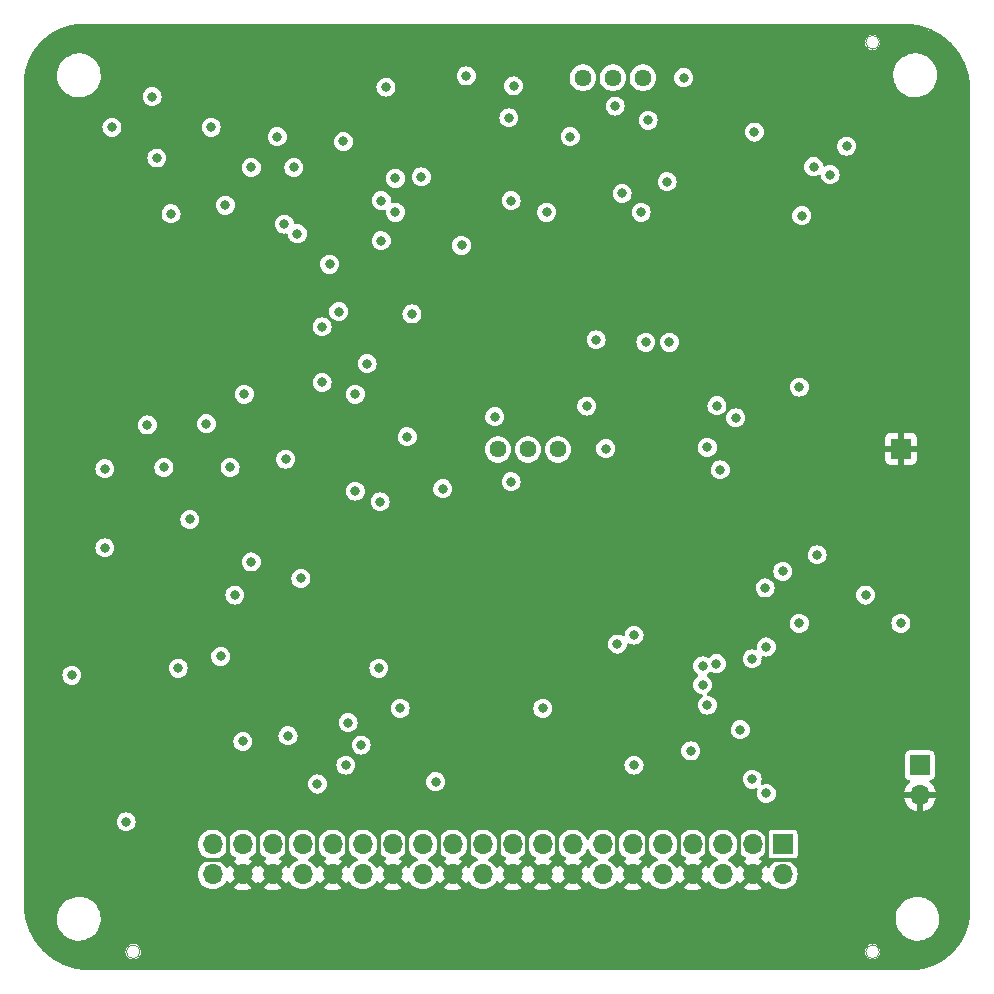
<source format=gbr>
G04 #@! TF.GenerationSoftware,KiCad,Pcbnew,7.0.11*
G04 #@! TF.CreationDate,2025-02-23T19:16:31-08:00*
G04 #@! TF.ProjectId,poledancer,706f6c65-6461-46e6-9365-722e6b696361,0.2*
G04 #@! TF.SameCoordinates,PX3de4ba0PY6578900*
G04 #@! TF.FileFunction,Copper,L2,Inr*
G04 #@! TF.FilePolarity,Positive*
%FSLAX46Y46*%
G04 Gerber Fmt 4.6, Leading zero omitted, Abs format (unit mm)*
G04 Created by KiCad (PCBNEW 7.0.11) date 2025-02-23 19:16:31*
%MOMM*%
%LPD*%
G01*
G04 APERTURE LIST*
G04 #@! TA.AperFunction,ComponentPad*
%ADD10R,1.700000X1.700000*%
G04 #@! TD*
G04 #@! TA.AperFunction,ComponentPad*
%ADD11O,1.700000X1.700000*%
G04 #@! TD*
G04 #@! TA.AperFunction,ComponentPad*
%ADD12C,1.440000*%
G04 #@! TD*
G04 #@! TA.AperFunction,ViaPad*
%ADD13C,0.800000*%
G04 #@! TD*
G04 #@! TA.AperFunction,Conductor*
%ADD14C,0.300000*%
G04 #@! TD*
G04 #@! TA.AperFunction,Profile*
%ADD15C,0.150000*%
G04 #@! TD*
G04 #@! TA.AperFunction,Profile*
%ADD16C,0.050000*%
G04 #@! TD*
G04 APERTURE END LIST*
D10*
X74700000Y45600000D03*
X76300000Y18800000D03*
D11*
X76300000Y16260000D03*
D12*
X45665000Y45525000D03*
X43125000Y45525000D03*
X40585000Y45525000D03*
X52850000Y77000000D03*
X50310000Y77000000D03*
X47770000Y77000000D03*
D10*
X64700000Y12090000D03*
D11*
X64700000Y9550000D03*
X62160000Y12090000D03*
X62160000Y9550000D03*
X59620000Y12090000D03*
X59620000Y9550000D03*
X57080000Y12090000D03*
X57080000Y9550000D03*
X54540000Y12090000D03*
X54540000Y9550000D03*
X52000000Y12090000D03*
X52000000Y9550000D03*
X49460000Y12090000D03*
X49460000Y9550000D03*
X46920000Y12090000D03*
X46920000Y9550000D03*
X44380000Y12090000D03*
X44380000Y9550000D03*
X41840000Y12090000D03*
X41840000Y9550000D03*
X39300000Y12090000D03*
X39300000Y9550000D03*
X36760000Y12090000D03*
X36760000Y9550000D03*
X34220000Y12090000D03*
X34220000Y9550000D03*
X31680000Y12090000D03*
X31680000Y9550000D03*
X29140000Y12090000D03*
X29140000Y9550000D03*
X26600000Y12090000D03*
X26600000Y9550000D03*
X24060000Y12090000D03*
X24060000Y9550000D03*
X21520000Y12090000D03*
X21520000Y9550000D03*
X18980000Y12090000D03*
X18980000Y9550000D03*
X16440000Y12090000D03*
X16440000Y9550000D03*
D13*
X16300000Y17800000D03*
X17900000Y51775000D03*
X26500000Y48400000D03*
X18500000Y30000000D03*
X68900000Y16200000D03*
X49700000Y47000000D03*
X76700000Y68600000D03*
X72100000Y69400000D03*
X31100000Y22400000D03*
X42900000Y20600000D03*
X56100000Y39000000D03*
X71100000Y42600000D03*
X18900000Y73400000D03*
X56100000Y41000000D03*
X69300000Y75000000D03*
X18100000Y37800000D03*
X63500000Y42800000D03*
X12700000Y31800000D03*
X2900000Y69400000D03*
X36700000Y58000000D03*
X51900000Y39800000D03*
X66300000Y68000000D03*
X73500000Y61600000D03*
X23700000Y59200000D03*
X28300000Y43200000D03*
X40900000Y68200000D03*
X49300000Y32200000D03*
X30700000Y44000000D03*
X58900000Y64600000D03*
X48100000Y15600000D03*
X45300000Y42400000D03*
X60700000Y72400000D03*
X5900000Y31200000D03*
X49100000Y75400000D03*
X67400000Y37900000D03*
X56700000Y32200000D03*
X24850000Y69400000D03*
X79100000Y72600000D03*
X50900000Y21000000D03*
X12100000Y46200000D03*
X24700000Y75400000D03*
X22300000Y57000000D03*
X57100000Y69200000D03*
X7300000Y41400000D03*
X28900000Y74200000D03*
X12700000Y20400000D03*
X28300000Y62800000D03*
X20700000Y66600000D03*
X77500000Y37000000D03*
X27700000Y67600000D03*
X65100000Y76200000D03*
X2900000Y61400000D03*
X9900000Y74200000D03*
X59500000Y67600000D03*
X28350000Y66150000D03*
X40500000Y51400000D03*
X73225000Y35925000D03*
X65300000Y63400000D03*
X10700000Y25800000D03*
X17700000Y64600000D03*
X46700000Y49200000D03*
X15100000Y60800000D03*
X17900000Y22200000D03*
X54100000Y39800000D03*
X53100000Y22800000D03*
X63500000Y44800000D03*
X77700000Y60800000D03*
X77500000Y35000000D03*
X37700000Y43600000D03*
X16900000Y76800000D03*
X61900000Y50800000D03*
X76300000Y49400000D03*
X31100000Y25800000D03*
X14900000Y75600000D03*
X46300000Y62800000D03*
X41100000Y16800000D03*
X31900000Y39400000D03*
X33100000Y71800000D03*
X64700000Y71200000D03*
X59700000Y70000000D03*
X36700000Y76000000D03*
X49950000Y66400000D03*
X65900000Y20000000D03*
X60100000Y33400000D03*
X2900000Y63400000D03*
X43300000Y57600000D03*
X2900000Y65400000D03*
X42300000Y25000000D03*
X28100000Y24800000D03*
X16900000Y35800000D03*
X44700000Y75200000D03*
X30700000Y42800000D03*
X19900000Y58400000D03*
X3100000Y16000000D03*
X53100000Y15600000D03*
X49700000Y49200000D03*
X71100000Y54000000D03*
X30500000Y58400000D03*
X57700000Y78600000D03*
X68900000Y33600000D03*
X12700000Y79600000D03*
X8900000Y54000000D03*
X10300000Y31800000D03*
X61700000Y32400000D03*
X10700000Y59600000D03*
X2900000Y71400000D03*
X2900000Y67400000D03*
X21300000Y43400000D03*
X41900000Y76300000D03*
X31900000Y68472793D03*
X35900000Y42200000D03*
X17100000Y28000000D03*
X14500000Y39600000D03*
X7900000Y72800000D03*
X48100000Y49200000D03*
X32300000Y23600000D03*
X29000000Y20500000D03*
X59125000Y49225000D03*
X13500000Y27000000D03*
X44380000Y23600000D03*
X19100000Y50200000D03*
X31100000Y76200000D03*
X33300000Y57000000D03*
X22600000Y44700000D03*
X30500000Y27000000D03*
X16300000Y72800000D03*
X66100000Y50800000D03*
X62300000Y72400000D03*
X61100000Y21800000D03*
X74700000Y30800000D03*
X9100000Y14000000D03*
X66100000Y30800000D03*
X63300000Y16400000D03*
X63300000Y28800000D03*
X62100000Y17600000D03*
X62100000Y27800000D03*
X56900000Y20000000D03*
X50700000Y29050000D03*
X52100000Y18800000D03*
X52100000Y29800000D03*
X56300000Y77000000D03*
X66300000Y65325000D03*
X7300000Y37200000D03*
X22805000Y21295000D03*
X27900000Y22400000D03*
X25300000Y17200000D03*
X27700000Y18800000D03*
X64700000Y35200000D03*
X67300000Y69475000D03*
X68700000Y68800000D03*
X67600000Y36600000D03*
X18980000Y20800000D03*
X70100000Y71200000D03*
X71700000Y33200000D03*
X15900000Y47705000D03*
X17900000Y44000000D03*
X19700000Y36000000D03*
X10900000Y47600000D03*
X7300000Y43900000D03*
X23900000Y34600000D03*
X44700000Y65600000D03*
X41700000Y42800000D03*
X30700000Y66600000D03*
X50500000Y74600000D03*
X17500000Y66200000D03*
X53300000Y73400000D03*
X12900000Y65482500D03*
X11300000Y75400000D03*
X11700000Y70200000D03*
X54900000Y68200000D03*
X63200000Y33800000D03*
X59400000Y43800000D03*
X41700000Y66600000D03*
X28500000Y42000000D03*
X12300000Y44000000D03*
X30612500Y41087500D03*
X30700000Y63200000D03*
X27500000Y71600000D03*
X25700000Y51200000D03*
X25700000Y55900000D03*
X41500000Y73600000D03*
X51100000Y67200000D03*
X22500000Y64600000D03*
X48900000Y54800000D03*
X46700000Y72000000D03*
X23300000Y69400000D03*
X60700000Y48200000D03*
X37900000Y77150000D03*
X52700000Y65600000D03*
X21900000Y72000000D03*
X27100000Y57200000D03*
X29500000Y52800000D03*
X4500000Y26400000D03*
X19700000Y69400000D03*
X37500000Y62800000D03*
X34100000Y68600000D03*
X23600000Y63800000D03*
X26325000Y61200000D03*
X28500000Y50200000D03*
X31900000Y65600000D03*
X53100000Y54600000D03*
X57900000Y25600000D03*
X57900000Y27200000D03*
X55100000Y54600000D03*
X58300000Y23875000D03*
X49700000Y45600000D03*
X18300000Y33200000D03*
X35300000Y17400000D03*
X32900000Y46600000D03*
X40300000Y48295000D03*
X59082239Y27392919D03*
X58300000Y45700000D03*
D14*
X53200000Y10750000D02*
X53200000Y13500000D01*
X52000000Y9550000D02*
X53200000Y10750000D01*
X43180000Y10750000D02*
X43040000Y10750000D01*
X36760000Y9550000D02*
X38100000Y10890000D01*
X55880000Y10750000D02*
X55880000Y13580000D01*
X20165000Y10735000D02*
X20300000Y10870000D01*
X52000000Y9550000D02*
X50660000Y10890000D01*
X45580000Y10750000D02*
X45580000Y11000000D01*
X62160000Y9550000D02*
X60960000Y10750000D01*
X32880000Y10750000D02*
X32880000Y13420000D01*
X18980000Y9550000D02*
X17700000Y10830000D01*
X17700000Y10830000D02*
X17700000Y13400000D01*
X21520000Y9550000D02*
X20335000Y10735000D01*
X46920000Y9550000D02*
X45580000Y10890000D01*
X43040000Y10750000D02*
X43040000Y13460000D01*
X41840000Y9550000D02*
X40640000Y10750000D01*
X40640000Y10750000D02*
X40640000Y13540000D01*
X25260000Y10890000D02*
X25260000Y13360000D01*
X18980000Y9550000D02*
X20165000Y10735000D01*
X45580000Y11000000D02*
X45580000Y13520000D01*
X44380000Y9550000D02*
X43180000Y10750000D01*
X31680000Y9550000D02*
X30480000Y10750000D01*
X65760000Y10750000D02*
X65910000Y10600000D01*
X26600000Y9550000D02*
X27800000Y10750000D01*
X32880000Y13420000D02*
X32900000Y13440000D01*
X30480000Y10750000D02*
X30480000Y13180000D01*
X17670000Y10800000D02*
X14300000Y10800000D01*
X60960000Y10750000D02*
X60960000Y13540000D01*
X57080000Y9550000D02*
X58280000Y10750000D01*
X63360000Y13940000D02*
X63360000Y10750000D01*
X36760000Y9550000D02*
X35560000Y10750000D01*
X20300000Y10870000D02*
X20300000Y13600000D01*
X17700000Y10830000D02*
X17670000Y10800000D01*
X62160000Y9550000D02*
X63360000Y10750000D01*
X41840000Y9550000D02*
X43040000Y10750000D01*
X27800000Y10750000D02*
X27800000Y13300000D01*
X20335000Y10735000D02*
X20165000Y10735000D01*
X31680000Y9550000D02*
X32880000Y10750000D01*
X22720000Y10750000D02*
X22720000Y13380000D01*
X35560000Y10750000D02*
X35560000Y13340000D01*
X45580000Y10890000D02*
X45580000Y11000000D01*
X57080000Y9550000D02*
X55880000Y10750000D01*
X21520000Y9550000D02*
X22720000Y10750000D01*
X26600000Y9550000D02*
X25260000Y10890000D01*
X44380000Y9550000D02*
X45580000Y10750000D01*
X58280000Y10750000D02*
X58280000Y13380000D01*
X50660000Y10890000D02*
X50660000Y13760000D01*
X63360000Y10750000D02*
X65760000Y10750000D01*
X38100000Y10890000D02*
X38100000Y13400000D01*
G04 #@! TA.AperFunction,Conductor*
G36*
X17778959Y11661900D02*
G01*
X17824194Y11609698D01*
X17892898Y11462361D01*
X18018402Y11283123D01*
X18173123Y11128402D01*
X18173126Y11128400D01*
X18352359Y11002899D01*
X18352360Y11002899D01*
X18352361Y11002898D01*
X18372022Y10993730D01*
X18425307Y10946815D01*
X18444769Y10878538D01*
X18424228Y10810577D01*
X18378743Y10768722D01*
X18234705Y10690773D01*
X18234693Y10690765D01*
X18214311Y10674901D01*
X18214310Y10674900D01*
X18852412Y10036798D01*
X18837685Y10034680D01*
X18706900Y9974952D01*
X18598239Y9880798D01*
X18520507Y9759844D01*
X18495639Y9675151D01*
X17856921Y10313869D01*
X17856920Y10313868D01*
X17781586Y10198561D01*
X17781579Y10198547D01*
X17765382Y10161621D01*
X17719701Y10107272D01*
X17651888Y10086249D01*
X17583474Y10105226D01*
X17536181Y10158177D01*
X17535800Y10158985D01*
X17527100Y10177642D01*
X17401604Y10356869D01*
X17401601Y10356873D01*
X17401598Y10356877D01*
X17246877Y10511598D01*
X17067639Y10637102D01*
X16920302Y10705806D01*
X16867019Y10752722D01*
X16847558Y10820999D01*
X16868100Y10888959D01*
X16920302Y10934195D01*
X17067639Y11002898D01*
X17246877Y11128402D01*
X17401598Y11283123D01*
X17527102Y11462361D01*
X17595805Y11609698D01*
X17642722Y11662981D01*
X17710999Y11682442D01*
X17778959Y11661900D01*
G37*
G04 #@! TD.AperFunction*
G04 #@! TA.AperFunction,Conductor*
G36*
X20318959Y11661900D02*
G01*
X20364194Y11609698D01*
X20432898Y11462361D01*
X20558402Y11283123D01*
X20713123Y11128402D01*
X20713126Y11128400D01*
X20892359Y11002899D01*
X20892360Y11002899D01*
X20892361Y11002898D01*
X20912022Y10993730D01*
X20965307Y10946815D01*
X20984769Y10878538D01*
X20964228Y10810577D01*
X20918743Y10768722D01*
X20774705Y10690773D01*
X20774693Y10690765D01*
X20754311Y10674901D01*
X20754310Y10674900D01*
X21392412Y10036798D01*
X21377685Y10034680D01*
X21246900Y9974952D01*
X21138239Y9880798D01*
X21060507Y9759844D01*
X21035639Y9675151D01*
X20396921Y10313869D01*
X20396920Y10313868D01*
X20355482Y10250442D01*
X20301479Y10204353D01*
X20231131Y10194778D01*
X20166773Y10224755D01*
X20144516Y10250442D01*
X20103078Y10313868D01*
X19464360Y9675152D01*
X19439493Y9759844D01*
X19361761Y9880798D01*
X19253100Y9974952D01*
X19122315Y10034680D01*
X19107586Y10036798D01*
X19745688Y10674900D01*
X19745687Y10674901D01*
X19725308Y10690763D01*
X19725303Y10690766D01*
X19581256Y10768721D01*
X19530866Y10818735D01*
X19515514Y10888052D01*
X19540075Y10954665D01*
X19587976Y10993730D01*
X19607639Y11002898D01*
X19786877Y11128402D01*
X19941598Y11283123D01*
X20067102Y11462361D01*
X20135805Y11609698D01*
X20182722Y11662981D01*
X20250999Y11682442D01*
X20318959Y11661900D01*
G37*
G04 #@! TD.AperFunction*
G04 #@! TA.AperFunction,Conductor*
G36*
X25398959Y11661900D02*
G01*
X25444194Y11609698D01*
X25512898Y11462361D01*
X25638402Y11283123D01*
X25793123Y11128402D01*
X25793126Y11128400D01*
X25972359Y11002899D01*
X25972360Y11002899D01*
X25972361Y11002898D01*
X25992022Y10993730D01*
X26045307Y10946815D01*
X26064769Y10878538D01*
X26044228Y10810577D01*
X25998743Y10768722D01*
X25854705Y10690773D01*
X25854693Y10690765D01*
X25834311Y10674901D01*
X25834310Y10674900D01*
X26472412Y10036798D01*
X26457685Y10034680D01*
X26326900Y9974952D01*
X26218239Y9880798D01*
X26140507Y9759844D01*
X26115639Y9675151D01*
X25476921Y10313869D01*
X25476920Y10313868D01*
X25401586Y10198561D01*
X25401579Y10198547D01*
X25385382Y10161621D01*
X25339701Y10107272D01*
X25271888Y10086249D01*
X25203474Y10105226D01*
X25156181Y10158177D01*
X25155800Y10158985D01*
X25147100Y10177642D01*
X25021604Y10356869D01*
X25021601Y10356873D01*
X25021598Y10356877D01*
X24866877Y10511598D01*
X24687639Y10637102D01*
X24540302Y10705806D01*
X24487019Y10752722D01*
X24467558Y10820999D01*
X24488100Y10888959D01*
X24540302Y10934195D01*
X24687639Y11002898D01*
X24866877Y11128402D01*
X25021598Y11283123D01*
X25147102Y11462361D01*
X25215805Y11609698D01*
X25262722Y11662981D01*
X25330999Y11682442D01*
X25398959Y11661900D01*
G37*
G04 #@! TD.AperFunction*
G04 #@! TA.AperFunction,Conductor*
G36*
X30478959Y11661900D02*
G01*
X30524194Y11609698D01*
X30592898Y11462361D01*
X30718402Y11283123D01*
X30873123Y11128402D01*
X30873126Y11128400D01*
X31052359Y11002899D01*
X31052360Y11002899D01*
X31052361Y11002898D01*
X31072022Y10993730D01*
X31125307Y10946815D01*
X31144769Y10878538D01*
X31124228Y10810577D01*
X31078743Y10768722D01*
X30934705Y10690773D01*
X30934693Y10690765D01*
X30914311Y10674901D01*
X30914310Y10674900D01*
X31552412Y10036798D01*
X31537685Y10034680D01*
X31406900Y9974952D01*
X31298239Y9880798D01*
X31220507Y9759844D01*
X31195639Y9675151D01*
X30556921Y10313869D01*
X30556920Y10313868D01*
X30481586Y10198561D01*
X30481579Y10198547D01*
X30465382Y10161621D01*
X30419701Y10107272D01*
X30351888Y10086249D01*
X30283474Y10105226D01*
X30236181Y10158177D01*
X30235800Y10158985D01*
X30227100Y10177642D01*
X30101604Y10356869D01*
X30101601Y10356873D01*
X30101598Y10356877D01*
X29946877Y10511598D01*
X29767639Y10637102D01*
X29620302Y10705806D01*
X29567019Y10752722D01*
X29547558Y10820999D01*
X29568100Y10888959D01*
X29620302Y10934195D01*
X29767639Y11002898D01*
X29946877Y11128402D01*
X30101598Y11283123D01*
X30227102Y11462361D01*
X30295805Y11609698D01*
X30342722Y11662981D01*
X30410999Y11682442D01*
X30478959Y11661900D01*
G37*
G04 #@! TD.AperFunction*
G04 #@! TA.AperFunction,Conductor*
G36*
X35558959Y11661900D02*
G01*
X35604194Y11609698D01*
X35672898Y11462361D01*
X35798402Y11283123D01*
X35953123Y11128402D01*
X35953126Y11128400D01*
X36132359Y11002899D01*
X36132360Y11002899D01*
X36132361Y11002898D01*
X36152022Y10993730D01*
X36205307Y10946815D01*
X36224769Y10878538D01*
X36204228Y10810577D01*
X36158743Y10768722D01*
X36014705Y10690773D01*
X36014693Y10690765D01*
X35994311Y10674901D01*
X35994310Y10674900D01*
X36632412Y10036798D01*
X36617685Y10034680D01*
X36486900Y9974952D01*
X36378239Y9880798D01*
X36300507Y9759844D01*
X36275639Y9675151D01*
X35636921Y10313869D01*
X35636920Y10313868D01*
X35561586Y10198561D01*
X35561579Y10198547D01*
X35545382Y10161621D01*
X35499701Y10107272D01*
X35431888Y10086249D01*
X35363474Y10105226D01*
X35316181Y10158177D01*
X35315800Y10158985D01*
X35307100Y10177642D01*
X35181604Y10356869D01*
X35181601Y10356873D01*
X35181598Y10356877D01*
X35026877Y10511598D01*
X34847639Y10637102D01*
X34700302Y10705806D01*
X34647019Y10752722D01*
X34627558Y10820999D01*
X34648100Y10888959D01*
X34700302Y10934195D01*
X34847639Y11002898D01*
X35026877Y11128402D01*
X35181598Y11283123D01*
X35307102Y11462361D01*
X35375805Y11609698D01*
X35422722Y11662981D01*
X35490999Y11682442D01*
X35558959Y11661900D01*
G37*
G04 #@! TD.AperFunction*
G04 #@! TA.AperFunction,Conductor*
G36*
X40638959Y11661900D02*
G01*
X40684194Y11609698D01*
X40752898Y11462361D01*
X40878402Y11283123D01*
X41033123Y11128402D01*
X41033126Y11128400D01*
X41212359Y11002899D01*
X41212360Y11002899D01*
X41212361Y11002898D01*
X41232022Y10993730D01*
X41285307Y10946815D01*
X41304769Y10878538D01*
X41284228Y10810577D01*
X41238743Y10768722D01*
X41094705Y10690773D01*
X41094693Y10690765D01*
X41074311Y10674901D01*
X41074310Y10674900D01*
X41712412Y10036798D01*
X41697685Y10034680D01*
X41566900Y9974952D01*
X41458239Y9880798D01*
X41380507Y9759844D01*
X41355639Y9675151D01*
X40716921Y10313869D01*
X40716920Y10313868D01*
X40641586Y10198561D01*
X40641579Y10198547D01*
X40625382Y10161621D01*
X40579701Y10107272D01*
X40511888Y10086249D01*
X40443474Y10105226D01*
X40396181Y10158177D01*
X40395800Y10158985D01*
X40387100Y10177642D01*
X40261604Y10356869D01*
X40261601Y10356873D01*
X40261598Y10356877D01*
X40106877Y10511598D01*
X39927639Y10637102D01*
X39780302Y10705806D01*
X39727019Y10752722D01*
X39707558Y10820999D01*
X39728100Y10888959D01*
X39780302Y10934195D01*
X39927639Y11002898D01*
X40106877Y11128402D01*
X40261598Y11283123D01*
X40387102Y11462361D01*
X40455805Y11609698D01*
X40502722Y11662981D01*
X40570999Y11682442D01*
X40638959Y11661900D01*
G37*
G04 #@! TD.AperFunction*
G04 #@! TA.AperFunction,Conductor*
G36*
X43178959Y11661900D02*
G01*
X43224194Y11609698D01*
X43292898Y11462361D01*
X43418402Y11283123D01*
X43573123Y11128402D01*
X43573126Y11128400D01*
X43752359Y11002899D01*
X43752360Y11002899D01*
X43752361Y11002898D01*
X43772022Y10993730D01*
X43825307Y10946815D01*
X43844769Y10878538D01*
X43824228Y10810577D01*
X43778743Y10768722D01*
X43634705Y10690773D01*
X43634693Y10690765D01*
X43614311Y10674901D01*
X43614310Y10674900D01*
X44252412Y10036798D01*
X44237685Y10034680D01*
X44106900Y9974952D01*
X43998239Y9880798D01*
X43920507Y9759844D01*
X43895639Y9675151D01*
X43256921Y10313869D01*
X43256920Y10313868D01*
X43215482Y10250442D01*
X43161479Y10204353D01*
X43091131Y10194778D01*
X43026773Y10224755D01*
X43004516Y10250442D01*
X42963078Y10313868D01*
X42324360Y9675152D01*
X42299493Y9759844D01*
X42221761Y9880798D01*
X42113100Y9974952D01*
X41982315Y10034680D01*
X41967586Y10036798D01*
X42605688Y10674900D01*
X42605687Y10674901D01*
X42585308Y10690763D01*
X42585303Y10690766D01*
X42441256Y10768721D01*
X42390866Y10818735D01*
X42375514Y10888052D01*
X42400075Y10954665D01*
X42447976Y10993730D01*
X42467639Y11002898D01*
X42646877Y11128402D01*
X42801598Y11283123D01*
X42927102Y11462361D01*
X42995805Y11609698D01*
X43042722Y11662981D01*
X43110999Y11682442D01*
X43178959Y11661900D01*
G37*
G04 #@! TD.AperFunction*
G04 #@! TA.AperFunction,Conductor*
G36*
X45718959Y11661900D02*
G01*
X45764194Y11609698D01*
X45832898Y11462361D01*
X45958402Y11283123D01*
X46113123Y11128402D01*
X46113126Y11128400D01*
X46292359Y11002899D01*
X46292360Y11002899D01*
X46292361Y11002898D01*
X46312022Y10993730D01*
X46365307Y10946815D01*
X46384769Y10878538D01*
X46364228Y10810577D01*
X46318743Y10768722D01*
X46174705Y10690773D01*
X46174693Y10690765D01*
X46154311Y10674901D01*
X46154310Y10674900D01*
X46792412Y10036798D01*
X46777685Y10034680D01*
X46646900Y9974952D01*
X46538239Y9880798D01*
X46460507Y9759844D01*
X46435639Y9675151D01*
X45796921Y10313869D01*
X45796920Y10313868D01*
X45755482Y10250442D01*
X45701479Y10204353D01*
X45631131Y10194778D01*
X45566773Y10224755D01*
X45544516Y10250442D01*
X45503078Y10313868D01*
X44864360Y9675152D01*
X44839493Y9759844D01*
X44761761Y9880798D01*
X44653100Y9974952D01*
X44522315Y10034680D01*
X44507586Y10036798D01*
X45145688Y10674900D01*
X45145687Y10674901D01*
X45125308Y10690763D01*
X45125303Y10690766D01*
X44981256Y10768721D01*
X44930866Y10818735D01*
X44915514Y10888052D01*
X44940075Y10954665D01*
X44987976Y10993730D01*
X45007639Y11002898D01*
X45186877Y11128402D01*
X45341598Y11283123D01*
X45467102Y11462361D01*
X45535805Y11609698D01*
X45582722Y11662981D01*
X45650999Y11682442D01*
X45718959Y11661900D01*
G37*
G04 #@! TD.AperFunction*
G04 #@! TA.AperFunction,Conductor*
G36*
X50798959Y11661900D02*
G01*
X50844194Y11609698D01*
X50912898Y11462361D01*
X51038402Y11283123D01*
X51193123Y11128402D01*
X51193126Y11128400D01*
X51372359Y11002899D01*
X51372360Y11002899D01*
X51372361Y11002898D01*
X51392022Y10993730D01*
X51445307Y10946815D01*
X51464769Y10878538D01*
X51444228Y10810577D01*
X51398743Y10768722D01*
X51254705Y10690773D01*
X51254693Y10690765D01*
X51234311Y10674901D01*
X51234310Y10674900D01*
X51872412Y10036798D01*
X51857685Y10034680D01*
X51726900Y9974952D01*
X51618239Y9880798D01*
X51540507Y9759844D01*
X51515639Y9675151D01*
X50876921Y10313869D01*
X50876920Y10313868D01*
X50801586Y10198561D01*
X50801579Y10198547D01*
X50785382Y10161621D01*
X50739701Y10107272D01*
X50671888Y10086249D01*
X50603474Y10105226D01*
X50556181Y10158177D01*
X50555800Y10158985D01*
X50547100Y10177642D01*
X50421604Y10356869D01*
X50421601Y10356873D01*
X50421598Y10356877D01*
X50266877Y10511598D01*
X50087639Y10637102D01*
X49940302Y10705806D01*
X49887019Y10752722D01*
X49867558Y10820999D01*
X49888100Y10888959D01*
X49940302Y10934195D01*
X50087639Y11002898D01*
X50266877Y11128402D01*
X50421598Y11283123D01*
X50547102Y11462361D01*
X50615805Y11609698D01*
X50662722Y11662981D01*
X50730999Y11682442D01*
X50798959Y11661900D01*
G37*
G04 #@! TD.AperFunction*
G04 #@! TA.AperFunction,Conductor*
G36*
X55878959Y11661900D02*
G01*
X55924194Y11609698D01*
X55992898Y11462361D01*
X56118402Y11283123D01*
X56273123Y11128402D01*
X56273126Y11128400D01*
X56452359Y11002899D01*
X56452360Y11002899D01*
X56452361Y11002898D01*
X56472022Y10993730D01*
X56525307Y10946815D01*
X56544769Y10878538D01*
X56524228Y10810577D01*
X56478743Y10768722D01*
X56334705Y10690773D01*
X56334693Y10690765D01*
X56314311Y10674901D01*
X56314310Y10674900D01*
X56952412Y10036798D01*
X56937685Y10034680D01*
X56806900Y9974952D01*
X56698239Y9880798D01*
X56620507Y9759844D01*
X56595639Y9675151D01*
X55956921Y10313869D01*
X55956920Y10313868D01*
X55881586Y10198561D01*
X55881579Y10198547D01*
X55865382Y10161621D01*
X55819701Y10107272D01*
X55751888Y10086249D01*
X55683474Y10105226D01*
X55636181Y10158177D01*
X55635800Y10158985D01*
X55627100Y10177642D01*
X55501604Y10356869D01*
X55501601Y10356873D01*
X55501598Y10356877D01*
X55346877Y10511598D01*
X55167639Y10637102D01*
X55020302Y10705806D01*
X54967019Y10752722D01*
X54947558Y10820999D01*
X54968100Y10888959D01*
X55020302Y10934195D01*
X55167639Y11002898D01*
X55346877Y11128402D01*
X55501598Y11283123D01*
X55627102Y11462361D01*
X55695805Y11609698D01*
X55742722Y11662981D01*
X55810999Y11682442D01*
X55878959Y11661900D01*
G37*
G04 #@! TD.AperFunction*
G04 #@! TA.AperFunction,Conductor*
G36*
X60958959Y11661900D02*
G01*
X61004194Y11609698D01*
X61072898Y11462361D01*
X61198402Y11283123D01*
X61353123Y11128402D01*
X61353126Y11128400D01*
X61532359Y11002899D01*
X61532360Y11002899D01*
X61532361Y11002898D01*
X61552022Y10993730D01*
X61605307Y10946815D01*
X61624769Y10878538D01*
X61604228Y10810577D01*
X61558743Y10768722D01*
X61414705Y10690773D01*
X61414693Y10690765D01*
X61394311Y10674901D01*
X61394310Y10674900D01*
X62032412Y10036798D01*
X62017685Y10034680D01*
X61886900Y9974952D01*
X61778239Y9880798D01*
X61700507Y9759844D01*
X61675639Y9675151D01*
X61036921Y10313869D01*
X61036920Y10313868D01*
X60961586Y10198561D01*
X60961579Y10198547D01*
X60945382Y10161621D01*
X60899701Y10107272D01*
X60831888Y10086249D01*
X60763474Y10105226D01*
X60716181Y10158177D01*
X60715800Y10158985D01*
X60707100Y10177642D01*
X60581604Y10356869D01*
X60581601Y10356873D01*
X60581598Y10356877D01*
X60426877Y10511598D01*
X60247639Y10637102D01*
X60100302Y10705806D01*
X60047019Y10752722D01*
X60027558Y10820999D01*
X60048100Y10888959D01*
X60100302Y10934195D01*
X60247639Y11002898D01*
X60426877Y11128402D01*
X60581598Y11283123D01*
X60707102Y11462361D01*
X60775805Y11609698D01*
X60822722Y11662981D01*
X60890999Y11682442D01*
X60958959Y11661900D01*
G37*
G04 #@! TD.AperFunction*
G04 #@! TA.AperFunction,Conductor*
G36*
X22858959Y11661900D02*
G01*
X22904194Y11609698D01*
X22972898Y11462361D01*
X23098402Y11283123D01*
X23253123Y11128402D01*
X23432361Y11002898D01*
X23571485Y10938024D01*
X23579695Y10934195D01*
X23632980Y10887278D01*
X23652441Y10819000D01*
X23631899Y10751040D01*
X23579695Y10705805D01*
X23432358Y10637101D01*
X23253131Y10511605D01*
X23253120Y10511596D01*
X23098404Y10356880D01*
X23098395Y10356869D01*
X22972899Y10177642D01*
X22972898Y10177640D01*
X22964197Y10158981D01*
X22917278Y10105698D01*
X22849000Y10086239D01*
X22781041Y10106783D01*
X22734977Y10160807D01*
X22734616Y10161623D01*
X22718419Y10198550D01*
X22643077Y10313868D01*
X22004360Y9675152D01*
X21979493Y9759844D01*
X21901761Y9880798D01*
X21793100Y9974952D01*
X21662315Y10034680D01*
X21647586Y10036798D01*
X22285688Y10674900D01*
X22285687Y10674901D01*
X22265308Y10690763D01*
X22265303Y10690766D01*
X22121256Y10768721D01*
X22070866Y10818735D01*
X22055514Y10888052D01*
X22080075Y10954665D01*
X22127976Y10993730D01*
X22147639Y11002898D01*
X22326877Y11128402D01*
X22481598Y11283123D01*
X22607102Y11462361D01*
X22675805Y11609698D01*
X22722722Y11662981D01*
X22790999Y11682442D01*
X22858959Y11661900D01*
G37*
G04 #@! TD.AperFunction*
G04 #@! TA.AperFunction,Conductor*
G36*
X27938959Y11661900D02*
G01*
X27984194Y11609698D01*
X28052898Y11462361D01*
X28178402Y11283123D01*
X28333123Y11128402D01*
X28512361Y11002898D01*
X28651485Y10938024D01*
X28659695Y10934195D01*
X28712980Y10887278D01*
X28732441Y10819000D01*
X28711899Y10751040D01*
X28659695Y10705805D01*
X28512358Y10637101D01*
X28333131Y10511605D01*
X28333120Y10511596D01*
X28178404Y10356880D01*
X28178395Y10356869D01*
X28052899Y10177642D01*
X28052898Y10177640D01*
X28044197Y10158981D01*
X27997278Y10105698D01*
X27929000Y10086239D01*
X27861041Y10106783D01*
X27814977Y10160807D01*
X27814616Y10161623D01*
X27798419Y10198550D01*
X27723077Y10313868D01*
X27084360Y9675152D01*
X27059493Y9759844D01*
X26981761Y9880798D01*
X26873100Y9974952D01*
X26742315Y10034680D01*
X26727586Y10036798D01*
X27365688Y10674900D01*
X27365687Y10674901D01*
X27345308Y10690763D01*
X27345303Y10690766D01*
X27201256Y10768721D01*
X27150866Y10818735D01*
X27135514Y10888052D01*
X27160075Y10954665D01*
X27207976Y10993730D01*
X27227639Y11002898D01*
X27406877Y11128402D01*
X27561598Y11283123D01*
X27687102Y11462361D01*
X27755805Y11609698D01*
X27802722Y11662981D01*
X27870999Y11682442D01*
X27938959Y11661900D01*
G37*
G04 #@! TD.AperFunction*
G04 #@! TA.AperFunction,Conductor*
G36*
X33018959Y11661900D02*
G01*
X33064194Y11609698D01*
X33132898Y11462361D01*
X33258402Y11283123D01*
X33413123Y11128402D01*
X33592361Y11002898D01*
X33731485Y10938024D01*
X33739695Y10934195D01*
X33792980Y10887278D01*
X33812441Y10819000D01*
X33791899Y10751040D01*
X33739695Y10705805D01*
X33592358Y10637101D01*
X33413131Y10511605D01*
X33413120Y10511596D01*
X33258404Y10356880D01*
X33258395Y10356869D01*
X33132899Y10177642D01*
X33132898Y10177640D01*
X33124197Y10158981D01*
X33077278Y10105698D01*
X33009000Y10086239D01*
X32941041Y10106783D01*
X32894977Y10160807D01*
X32894616Y10161623D01*
X32878419Y10198550D01*
X32803077Y10313868D01*
X32164360Y9675152D01*
X32139493Y9759844D01*
X32061761Y9880798D01*
X31953100Y9974952D01*
X31822315Y10034680D01*
X31807586Y10036798D01*
X32445688Y10674900D01*
X32445687Y10674901D01*
X32425308Y10690763D01*
X32425303Y10690766D01*
X32281256Y10768721D01*
X32230866Y10818735D01*
X32215514Y10888052D01*
X32240075Y10954665D01*
X32287976Y10993730D01*
X32307639Y11002898D01*
X32486877Y11128402D01*
X32641598Y11283123D01*
X32767102Y11462361D01*
X32835805Y11609698D01*
X32882722Y11662981D01*
X32950999Y11682442D01*
X33018959Y11661900D01*
G37*
G04 #@! TD.AperFunction*
G04 #@! TA.AperFunction,Conductor*
G36*
X38098959Y11661900D02*
G01*
X38144194Y11609698D01*
X38212898Y11462361D01*
X38338402Y11283123D01*
X38493123Y11128402D01*
X38672361Y11002898D01*
X38811485Y10938024D01*
X38819695Y10934195D01*
X38872980Y10887278D01*
X38892441Y10819000D01*
X38871899Y10751040D01*
X38819695Y10705805D01*
X38672358Y10637101D01*
X38493131Y10511605D01*
X38493120Y10511596D01*
X38338404Y10356880D01*
X38338395Y10356869D01*
X38212899Y10177642D01*
X38212898Y10177640D01*
X38204197Y10158981D01*
X38157278Y10105698D01*
X38089000Y10086239D01*
X38021041Y10106783D01*
X37974977Y10160807D01*
X37974616Y10161623D01*
X37958419Y10198550D01*
X37883077Y10313868D01*
X37244360Y9675152D01*
X37219493Y9759844D01*
X37141761Y9880798D01*
X37033100Y9974952D01*
X36902315Y10034680D01*
X36887586Y10036798D01*
X37525688Y10674900D01*
X37525687Y10674901D01*
X37505308Y10690763D01*
X37505303Y10690766D01*
X37361256Y10768721D01*
X37310866Y10818735D01*
X37295514Y10888052D01*
X37320075Y10954665D01*
X37367976Y10993730D01*
X37387639Y11002898D01*
X37566877Y11128402D01*
X37721598Y11283123D01*
X37847102Y11462361D01*
X37915805Y11609698D01*
X37962722Y11662981D01*
X38030999Y11682442D01*
X38098959Y11661900D01*
G37*
G04 #@! TD.AperFunction*
G04 #@! TA.AperFunction,Conductor*
G36*
X48258959Y11661900D02*
G01*
X48304194Y11609698D01*
X48372898Y11462361D01*
X48498402Y11283123D01*
X48653123Y11128402D01*
X48832361Y11002898D01*
X48971485Y10938024D01*
X48979695Y10934195D01*
X49032980Y10887278D01*
X49052441Y10819000D01*
X49031899Y10751040D01*
X48979695Y10705805D01*
X48832358Y10637101D01*
X48653131Y10511605D01*
X48653120Y10511596D01*
X48498404Y10356880D01*
X48498395Y10356869D01*
X48372899Y10177642D01*
X48372898Y10177640D01*
X48364197Y10158981D01*
X48317278Y10105698D01*
X48249000Y10086239D01*
X48181041Y10106783D01*
X48134977Y10160807D01*
X48134616Y10161623D01*
X48118419Y10198550D01*
X48043077Y10313868D01*
X47404360Y9675152D01*
X47379493Y9759844D01*
X47301761Y9880798D01*
X47193100Y9974952D01*
X47062315Y10034680D01*
X47047586Y10036798D01*
X47685688Y10674900D01*
X47685687Y10674901D01*
X47665308Y10690763D01*
X47665303Y10690766D01*
X47521256Y10768721D01*
X47470866Y10818735D01*
X47455514Y10888052D01*
X47480075Y10954665D01*
X47527976Y10993730D01*
X47547639Y11002898D01*
X47726877Y11128402D01*
X47881598Y11283123D01*
X48007102Y11462361D01*
X48075805Y11609698D01*
X48122722Y11662981D01*
X48190999Y11682442D01*
X48258959Y11661900D01*
G37*
G04 #@! TD.AperFunction*
G04 #@! TA.AperFunction,Conductor*
G36*
X53338959Y11661900D02*
G01*
X53384194Y11609698D01*
X53452898Y11462361D01*
X53578402Y11283123D01*
X53733123Y11128402D01*
X53912361Y11002898D01*
X54051485Y10938024D01*
X54059695Y10934195D01*
X54112980Y10887278D01*
X54132441Y10819000D01*
X54111899Y10751040D01*
X54059695Y10705805D01*
X53912358Y10637101D01*
X53733131Y10511605D01*
X53733120Y10511596D01*
X53578404Y10356880D01*
X53578395Y10356869D01*
X53452899Y10177642D01*
X53452898Y10177640D01*
X53444197Y10158981D01*
X53397278Y10105698D01*
X53329000Y10086239D01*
X53261041Y10106783D01*
X53214977Y10160807D01*
X53214616Y10161623D01*
X53198419Y10198550D01*
X53123077Y10313868D01*
X52484360Y9675152D01*
X52459493Y9759844D01*
X52381761Y9880798D01*
X52273100Y9974952D01*
X52142315Y10034680D01*
X52127586Y10036798D01*
X52765688Y10674900D01*
X52765687Y10674901D01*
X52745308Y10690763D01*
X52745303Y10690766D01*
X52601256Y10768721D01*
X52550866Y10818735D01*
X52535514Y10888052D01*
X52560075Y10954665D01*
X52607976Y10993730D01*
X52627639Y11002898D01*
X52806877Y11128402D01*
X52961598Y11283123D01*
X53087102Y11462361D01*
X53155805Y11609698D01*
X53202722Y11662981D01*
X53270999Y11682442D01*
X53338959Y11661900D01*
G37*
G04 #@! TD.AperFunction*
G04 #@! TA.AperFunction,Conductor*
G36*
X58418959Y11661900D02*
G01*
X58464194Y11609698D01*
X58532898Y11462361D01*
X58658402Y11283123D01*
X58813123Y11128402D01*
X58992361Y11002898D01*
X59131485Y10938024D01*
X59139695Y10934195D01*
X59192980Y10887278D01*
X59212441Y10819000D01*
X59191899Y10751040D01*
X59139695Y10705805D01*
X58992358Y10637101D01*
X58813131Y10511605D01*
X58813120Y10511596D01*
X58658404Y10356880D01*
X58658395Y10356869D01*
X58532899Y10177642D01*
X58532898Y10177640D01*
X58524197Y10158981D01*
X58477278Y10105698D01*
X58409000Y10086239D01*
X58341041Y10106783D01*
X58294977Y10160807D01*
X58294616Y10161623D01*
X58278419Y10198550D01*
X58203077Y10313868D01*
X57564360Y9675152D01*
X57539493Y9759844D01*
X57461761Y9880798D01*
X57353100Y9974952D01*
X57222315Y10034680D01*
X57207586Y10036798D01*
X57845688Y10674900D01*
X57845687Y10674901D01*
X57825308Y10690763D01*
X57825303Y10690766D01*
X57681256Y10768721D01*
X57630866Y10818735D01*
X57615514Y10888052D01*
X57640075Y10954665D01*
X57687976Y10993730D01*
X57707639Y11002898D01*
X57886877Y11128402D01*
X58041598Y11283123D01*
X58167102Y11462361D01*
X58235805Y11609698D01*
X58282722Y11662981D01*
X58350999Y11682442D01*
X58418959Y11661900D01*
G37*
G04 #@! TD.AperFunction*
G04 #@! TA.AperFunction,Conductor*
G36*
X63409723Y11443674D02*
G01*
X63445709Y11382473D01*
X63449500Y11351797D01*
X63449500Y11208484D01*
X63464353Y11114698D01*
X63521949Y11001658D01*
X63611657Y10911950D01*
X63650299Y10892262D01*
X63724696Y10854354D01*
X63818481Y10839500D01*
X63961796Y10839501D01*
X64029914Y10819499D01*
X64076407Y10765844D01*
X64086512Y10695570D01*
X64057019Y10630989D01*
X64034065Y10610288D01*
X63893126Y10511601D01*
X63893120Y10511596D01*
X63738404Y10356880D01*
X63738395Y10356869D01*
X63612899Y10177642D01*
X63612898Y10177640D01*
X63604197Y10158981D01*
X63557278Y10105698D01*
X63489000Y10086239D01*
X63421041Y10106783D01*
X63374977Y10160807D01*
X63374616Y10161623D01*
X63358419Y10198550D01*
X63283077Y10313868D01*
X62644360Y9675152D01*
X62619493Y9759844D01*
X62541761Y9880798D01*
X62433100Y9974952D01*
X62302315Y10034680D01*
X62287586Y10036798D01*
X62925688Y10674900D01*
X62925687Y10674901D01*
X62905308Y10690763D01*
X62905303Y10690766D01*
X62761256Y10768721D01*
X62710866Y10818735D01*
X62695514Y10888052D01*
X62720075Y10954665D01*
X62767976Y10993730D01*
X62787639Y11002898D01*
X62966877Y11128402D01*
X63121598Y11283123D01*
X63220289Y11424069D01*
X63275743Y11468395D01*
X63346363Y11475704D01*
X63409723Y11443674D01*
G37*
G04 #@! TD.AperFunction*
G04 #@! TA.AperFunction,Conductor*
G36*
X75002611Y81424392D02*
G01*
X75442760Y81406188D01*
X75453109Y81405331D01*
X75887674Y81351162D01*
X75897938Y81349449D01*
X76326544Y81259580D01*
X76336612Y81257031D01*
X76756351Y81132069D01*
X76766183Y81128693D01*
X76923625Y81067259D01*
X77174138Y80969508D01*
X77183675Y80965325D01*
X77577094Y80772994D01*
X77586252Y80768038D01*
X77962439Y80543880D01*
X77971158Y80538184D01*
X78327560Y80283718D01*
X78335767Y80277331D01*
X78669954Y79994288D01*
X78677602Y79987246D01*
X78987245Y79677603D01*
X78994288Y79669954D01*
X79277327Y79335771D01*
X79283717Y79327561D01*
X79538183Y78971159D01*
X79543879Y78962440D01*
X79768037Y78586253D01*
X79772993Y78577095D01*
X79965324Y78183676D01*
X79969507Y78174139D01*
X80128689Y77766193D01*
X80132071Y77756343D01*
X80257026Y77336627D01*
X80259582Y77326532D01*
X80349447Y76897943D01*
X80351161Y76887671D01*
X80405328Y76453124D01*
X80406188Y76442746D01*
X80424392Y76002612D01*
X80424500Y75997405D01*
X80424500Y6502748D01*
X80424380Y6497252D01*
X80406000Y6076298D01*
X80405042Y6065348D01*
X80350403Y5650322D01*
X80348494Y5639497D01*
X80257892Y5230819D01*
X80255047Y5220201D01*
X80129171Y4820974D01*
X80125412Y4810645D01*
X79965215Y4423893D01*
X79960569Y4413931D01*
X79767284Y4042634D01*
X79761788Y4033114D01*
X79536873Y3680068D01*
X79530569Y3671064D01*
X79275735Y3338958D01*
X79268669Y3330538D01*
X78985863Y3021910D01*
X78978090Y3014137D01*
X78669462Y2731331D01*
X78661042Y2724265D01*
X78328936Y2469431D01*
X78319932Y2463127D01*
X77966886Y2238212D01*
X77957366Y2232716D01*
X77586069Y2039431D01*
X77576107Y2034785D01*
X77189355Y1874588D01*
X77179026Y1870829D01*
X76779799Y1744953D01*
X76769181Y1742108D01*
X76360503Y1651506D01*
X76349678Y1649597D01*
X75934652Y1594958D01*
X75923702Y1594000D01*
X75502748Y1575620D01*
X75497252Y1575500D01*
X6002596Y1575500D01*
X5997389Y1575608D01*
X5557254Y1593812D01*
X5546876Y1594672D01*
X5112329Y1648839D01*
X5102057Y1650553D01*
X4673468Y1740418D01*
X4663373Y1742974D01*
X4243657Y1867929D01*
X4233807Y1871311D01*
X3825861Y2030493D01*
X3816324Y2034676D01*
X3422905Y2227007D01*
X3413747Y2231963D01*
X3037560Y2456121D01*
X3028841Y2461817D01*
X2672439Y2716283D01*
X2664229Y2722673D01*
X2336792Y2999998D01*
X9043715Y2999998D01*
X9062783Y2842946D01*
X9062785Y2842939D01*
X9108394Y2722679D01*
X9118888Y2695009D01*
X9208764Y2564803D01*
X9327188Y2459888D01*
X9327189Y2459888D01*
X9327191Y2459886D01*
X9334365Y2456121D01*
X9467278Y2386363D01*
X9620894Y2348500D01*
X9620895Y2348500D01*
X9779105Y2348500D01*
X9779106Y2348500D01*
X9932722Y2386363D01*
X10072812Y2459888D01*
X10191236Y2564803D01*
X10281112Y2695009D01*
X10337215Y2842941D01*
X10356285Y2999998D01*
X71643715Y2999998D01*
X71662783Y2842946D01*
X71662785Y2842939D01*
X71708394Y2722679D01*
X71718888Y2695009D01*
X71808764Y2564803D01*
X71927188Y2459888D01*
X71927189Y2459888D01*
X71927191Y2459886D01*
X71934365Y2456121D01*
X72067278Y2386363D01*
X72220894Y2348500D01*
X72220895Y2348500D01*
X72379105Y2348500D01*
X72379106Y2348500D01*
X72532722Y2386363D01*
X72672812Y2459888D01*
X72791236Y2564803D01*
X72881112Y2695009D01*
X72937215Y2842941D01*
X72956285Y3000000D01*
X72955593Y3005701D01*
X72937216Y3157055D01*
X72937214Y3157062D01*
X72894158Y3270591D01*
X72881112Y3304991D01*
X72791236Y3435197D01*
X72672812Y3540112D01*
X72672811Y3540113D01*
X72672808Y3540115D01*
X72532726Y3613635D01*
X72532724Y3613636D01*
X72532722Y3613637D01*
X72532720Y3613638D01*
X72532719Y3613638D01*
X72379107Y3651500D01*
X72379106Y3651500D01*
X72220894Y3651500D01*
X72220892Y3651500D01*
X72067280Y3613638D01*
X72067273Y3613635D01*
X71927191Y3540115D01*
X71927186Y3540111D01*
X71831423Y3455271D01*
X71808764Y3435197D01*
X71718888Y3304991D01*
X71718888Y3304990D01*
X71718886Y3304987D01*
X71662785Y3157062D01*
X71662783Y3157055D01*
X71643715Y3000003D01*
X71643715Y2999998D01*
X10356285Y2999998D01*
X10356285Y3000000D01*
X10355593Y3005701D01*
X10337216Y3157055D01*
X10337214Y3157062D01*
X10294158Y3270591D01*
X10281112Y3304991D01*
X10191236Y3435197D01*
X10072812Y3540112D01*
X10072811Y3540113D01*
X10072808Y3540115D01*
X9932726Y3613635D01*
X9932724Y3613636D01*
X9932722Y3613637D01*
X9932720Y3613638D01*
X9932719Y3613638D01*
X9779107Y3651500D01*
X9779106Y3651500D01*
X9620894Y3651500D01*
X9620892Y3651500D01*
X9467280Y3613638D01*
X9467273Y3613635D01*
X9327191Y3540115D01*
X9327186Y3540111D01*
X9231423Y3455271D01*
X9208764Y3435197D01*
X9118888Y3304991D01*
X9118888Y3304990D01*
X9118886Y3304987D01*
X9062785Y3157062D01*
X9062783Y3157055D01*
X9043715Y3000003D01*
X9043715Y2999998D01*
X2336792Y2999998D01*
X2330046Y3005712D01*
X2322397Y3012755D01*
X2012754Y3322398D01*
X2005712Y3330046D01*
X1722669Y3664233D01*
X1716282Y3672440D01*
X1461816Y4028842D01*
X1456120Y4037561D01*
X1231962Y4413748D01*
X1227006Y4422906D01*
X1034675Y4816325D01*
X1030492Y4825862D01*
X874573Y5225446D01*
X871307Y5233817D01*
X867928Y5243658D01*
X742969Y5663388D01*
X740420Y5673456D01*
X728095Y5732235D01*
X3245788Y5732235D01*
X3275412Y5462986D01*
X3343928Y5200910D01*
X3449869Y4951611D01*
X3449870Y4951610D01*
X3590982Y4720390D01*
X3764255Y4512180D01*
X3764257Y4512178D01*
X3764259Y4512176D01*
X3869236Y4418117D01*
X3965998Y4331418D01*
X4191910Y4181956D01*
X4437176Y4066980D01*
X4696569Y3988940D01*
X4696572Y3988940D01*
X4696574Y3988939D01*
X4964557Y3949500D01*
X4964561Y3949500D01*
X5167631Y3949500D01*
X5370156Y3964323D01*
X5370160Y3964324D01*
X5370161Y3964324D01*
X5480665Y3988940D01*
X5634553Y4023220D01*
X5887558Y4119986D01*
X6123777Y4252559D01*
X6338177Y4418112D01*
X6526186Y4613119D01*
X6683799Y4833421D01*
X6807656Y5074325D01*
X6895118Y5330695D01*
X6944319Y5597067D01*
X6949259Y5732235D01*
X74245788Y5732235D01*
X74275412Y5462986D01*
X74343928Y5200910D01*
X74449869Y4951611D01*
X74449870Y4951610D01*
X74590982Y4720390D01*
X74764255Y4512180D01*
X74764257Y4512178D01*
X74764259Y4512176D01*
X74869236Y4418117D01*
X74965998Y4331418D01*
X75191910Y4181956D01*
X75437176Y4066980D01*
X75696569Y3988940D01*
X75696572Y3988940D01*
X75696574Y3988939D01*
X75964557Y3949500D01*
X75964561Y3949500D01*
X76167631Y3949500D01*
X76370156Y3964323D01*
X76370160Y3964324D01*
X76370161Y3964324D01*
X76480665Y3988940D01*
X76634553Y4023220D01*
X76887558Y4119986D01*
X77123777Y4252559D01*
X77338177Y4418112D01*
X77526186Y4613119D01*
X77683799Y4833421D01*
X77807656Y5074325D01*
X77895118Y5330695D01*
X77944319Y5597067D01*
X77954212Y5867765D01*
X77927872Y6107157D01*
X77924587Y6137015D01*
X77856071Y6399091D01*
X77750130Y6648390D01*
X77609018Y6879610D01*
X77435745Y7087820D01*
X77435741Y7087823D01*
X77435740Y7087825D01*
X77234012Y7268573D01*
X77234002Y7268582D01*
X77008090Y7418044D01*
X76762824Y7533020D01*
X76605392Y7580385D01*
X76503425Y7611062D01*
X76235442Y7650500D01*
X76235439Y7650500D01*
X76032369Y7650500D01*
X75829839Y7635677D01*
X75829838Y7635677D01*
X75565456Y7576783D01*
X75565441Y7576778D01*
X75312441Y7480014D01*
X75076229Y7347445D01*
X75076225Y7347443D01*
X74861818Y7181884D01*
X74673815Y6986883D01*
X74673810Y6986877D01*
X74516203Y6766583D01*
X74516196Y6766573D01*
X74392343Y6525676D01*
X74392342Y6525673D01*
X74304883Y6269311D01*
X74304880Y6269298D01*
X74255681Y6002942D01*
X74255680Y6002931D01*
X74245788Y5732235D01*
X6949259Y5732235D01*
X6954212Y5867765D01*
X6927872Y6107157D01*
X6924587Y6137015D01*
X6856071Y6399091D01*
X6750130Y6648390D01*
X6609018Y6879610D01*
X6435745Y7087820D01*
X6435741Y7087823D01*
X6435740Y7087825D01*
X6234012Y7268573D01*
X6234002Y7268582D01*
X6008090Y7418044D01*
X5762824Y7533020D01*
X5605392Y7580385D01*
X5503425Y7611062D01*
X5235442Y7650500D01*
X5235439Y7650500D01*
X5032369Y7650500D01*
X4829839Y7635677D01*
X4829838Y7635677D01*
X4565456Y7576783D01*
X4565441Y7576778D01*
X4312441Y7480014D01*
X4076229Y7347445D01*
X4076225Y7347443D01*
X3861818Y7181884D01*
X3673815Y6986883D01*
X3673810Y6986877D01*
X3516203Y6766583D01*
X3516196Y6766573D01*
X3392343Y6525676D01*
X3392342Y6525673D01*
X3304883Y6269311D01*
X3304880Y6269298D01*
X3255681Y6002942D01*
X3255680Y6002931D01*
X3245788Y5732235D01*
X728095Y5732235D01*
X650551Y6102062D01*
X648838Y6112330D01*
X626682Y6290076D01*
X594669Y6546891D01*
X593812Y6557240D01*
X575608Y6997389D01*
X575500Y7002596D01*
X575500Y9550000D01*
X15184723Y9550000D01*
X15203793Y9332023D01*
X15234023Y9219202D01*
X15259251Y9125048D01*
X15260425Y9120670D01*
X15352898Y8922361D01*
X15478402Y8743123D01*
X15633123Y8588402D01*
X15812361Y8462898D01*
X16010670Y8370425D01*
X16222023Y8313793D01*
X16440000Y8294723D01*
X16657977Y8313793D01*
X16869330Y8370425D01*
X17067639Y8462898D01*
X17246877Y8588402D01*
X17401598Y8743123D01*
X17527102Y8922361D01*
X17535800Y8941015D01*
X17582715Y8994299D01*
X17650992Y9013761D01*
X17718953Y8993220D01*
X17765019Y8939198D01*
X17765382Y8938379D01*
X17781580Y8901452D01*
X17856921Y8786134D01*
X18495638Y9424851D01*
X18520507Y9340156D01*
X18598239Y9219202D01*
X18706900Y9125048D01*
X18837685Y9065320D01*
X18852411Y9063203D01*
X18214310Y8425102D01*
X18234697Y8409234D01*
X18234701Y8409232D01*
X18432628Y8302118D01*
X18432630Y8302117D01*
X18645483Y8229045D01*
X18645490Y8229043D01*
X18867477Y8192000D01*
X19092523Y8192000D01*
X19314509Y8229043D01*
X19314516Y8229045D01*
X19527369Y8302117D01*
X19527371Y8302119D01*
X19725298Y8409231D01*
X19745687Y8425102D01*
X19107587Y9063203D01*
X19122315Y9065320D01*
X19253100Y9125048D01*
X19361761Y9219202D01*
X19439493Y9340156D01*
X19464361Y9424850D01*
X20103077Y8786134D01*
X20103078Y8786134D01*
X20144516Y8849559D01*
X20198519Y8895648D01*
X20268867Y8905223D01*
X20333225Y8875246D01*
X20355482Y8849560D01*
X20396921Y8786134D01*
X21035638Y9424851D01*
X21060507Y9340156D01*
X21138239Y9219202D01*
X21246900Y9125048D01*
X21377685Y9065320D01*
X21392411Y9063203D01*
X20754310Y8425102D01*
X20774697Y8409234D01*
X20774701Y8409232D01*
X20972628Y8302118D01*
X20972630Y8302117D01*
X21185483Y8229045D01*
X21185490Y8229043D01*
X21407477Y8192000D01*
X21632523Y8192000D01*
X21854509Y8229043D01*
X21854516Y8229045D01*
X22067369Y8302117D01*
X22067371Y8302119D01*
X22265298Y8409231D01*
X22285687Y8425102D01*
X21647587Y9063203D01*
X21662315Y9065320D01*
X21793100Y9125048D01*
X21901761Y9219202D01*
X21979493Y9340156D01*
X22004361Y9424850D01*
X22643077Y8786134D01*
X22718419Y8901451D01*
X22734616Y8938377D01*
X22780296Y8992726D01*
X22848108Y9013751D01*
X22916522Y8994776D01*
X22963817Y8941826D01*
X22964198Y8941017D01*
X22972897Y8922362D01*
X23068285Y8786134D01*
X23098402Y8743123D01*
X23253123Y8588402D01*
X23432361Y8462898D01*
X23630670Y8370425D01*
X23842023Y8313793D01*
X24060000Y8294723D01*
X24277977Y8313793D01*
X24489330Y8370425D01*
X24687639Y8462898D01*
X24866877Y8588402D01*
X25021598Y8743123D01*
X25147102Y8922361D01*
X25155800Y8941015D01*
X25202715Y8994299D01*
X25270992Y9013761D01*
X25338953Y8993220D01*
X25385019Y8939198D01*
X25385382Y8938379D01*
X25401580Y8901452D01*
X25476921Y8786134D01*
X26115638Y9424851D01*
X26140507Y9340156D01*
X26218239Y9219202D01*
X26326900Y9125048D01*
X26457685Y9065320D01*
X26472411Y9063203D01*
X25834310Y8425102D01*
X25854697Y8409234D01*
X25854701Y8409232D01*
X26052628Y8302118D01*
X26052630Y8302117D01*
X26265483Y8229045D01*
X26265490Y8229043D01*
X26487477Y8192000D01*
X26712523Y8192000D01*
X26934509Y8229043D01*
X26934516Y8229045D01*
X27147369Y8302117D01*
X27147371Y8302119D01*
X27345298Y8409231D01*
X27365687Y8425102D01*
X26727587Y9063203D01*
X26742315Y9065320D01*
X26873100Y9125048D01*
X26981761Y9219202D01*
X27059493Y9340156D01*
X27084361Y9424850D01*
X27723077Y8786134D01*
X27798419Y8901451D01*
X27814616Y8938377D01*
X27860296Y8992726D01*
X27928108Y9013751D01*
X27996522Y8994776D01*
X28043817Y8941826D01*
X28044198Y8941017D01*
X28052897Y8922362D01*
X28148285Y8786134D01*
X28178402Y8743123D01*
X28333123Y8588402D01*
X28512361Y8462898D01*
X28710670Y8370425D01*
X28922023Y8313793D01*
X29140000Y8294723D01*
X29357977Y8313793D01*
X29569330Y8370425D01*
X29767639Y8462898D01*
X29946877Y8588402D01*
X30101598Y8743123D01*
X30227102Y8922361D01*
X30235800Y8941015D01*
X30282715Y8994299D01*
X30350992Y9013761D01*
X30418953Y8993220D01*
X30465019Y8939198D01*
X30465382Y8938379D01*
X30481580Y8901452D01*
X30556921Y8786134D01*
X31195638Y9424851D01*
X31220507Y9340156D01*
X31298239Y9219202D01*
X31406900Y9125048D01*
X31537685Y9065320D01*
X31552411Y9063203D01*
X30914310Y8425102D01*
X30934697Y8409234D01*
X30934701Y8409232D01*
X31132628Y8302118D01*
X31132630Y8302117D01*
X31345483Y8229045D01*
X31345490Y8229043D01*
X31567477Y8192000D01*
X31792523Y8192000D01*
X32014509Y8229043D01*
X32014516Y8229045D01*
X32227369Y8302117D01*
X32227371Y8302119D01*
X32425298Y8409231D01*
X32445687Y8425102D01*
X31807587Y9063203D01*
X31822315Y9065320D01*
X31953100Y9125048D01*
X32061761Y9219202D01*
X32139493Y9340156D01*
X32164361Y9424850D01*
X32803077Y8786134D01*
X32878419Y8901451D01*
X32894616Y8938377D01*
X32940296Y8992726D01*
X33008108Y9013751D01*
X33076522Y8994776D01*
X33123817Y8941826D01*
X33124198Y8941017D01*
X33132897Y8922362D01*
X33228285Y8786134D01*
X33258402Y8743123D01*
X33413123Y8588402D01*
X33592361Y8462898D01*
X33790670Y8370425D01*
X34002023Y8313793D01*
X34220000Y8294723D01*
X34437977Y8313793D01*
X34649330Y8370425D01*
X34847639Y8462898D01*
X35026877Y8588402D01*
X35181598Y8743123D01*
X35307102Y8922361D01*
X35315800Y8941015D01*
X35362715Y8994299D01*
X35430992Y9013761D01*
X35498953Y8993220D01*
X35545019Y8939198D01*
X35545382Y8938379D01*
X35561580Y8901452D01*
X35636921Y8786134D01*
X36275638Y9424851D01*
X36300507Y9340156D01*
X36378239Y9219202D01*
X36486900Y9125048D01*
X36617685Y9065320D01*
X36632411Y9063203D01*
X35994310Y8425102D01*
X36014697Y8409234D01*
X36014701Y8409232D01*
X36212628Y8302118D01*
X36212630Y8302117D01*
X36425483Y8229045D01*
X36425490Y8229043D01*
X36647477Y8192000D01*
X36872523Y8192000D01*
X37094509Y8229043D01*
X37094516Y8229045D01*
X37307369Y8302117D01*
X37307371Y8302119D01*
X37505298Y8409231D01*
X37525688Y8425102D01*
X36887587Y9063203D01*
X36902315Y9065320D01*
X37033100Y9125048D01*
X37141761Y9219202D01*
X37219493Y9340156D01*
X37244361Y9424850D01*
X37883077Y8786134D01*
X37958419Y8901451D01*
X37974616Y8938377D01*
X38020296Y8992726D01*
X38088108Y9013751D01*
X38156522Y8994776D01*
X38203817Y8941826D01*
X38204198Y8941017D01*
X38212897Y8922362D01*
X38308285Y8786134D01*
X38338402Y8743123D01*
X38493123Y8588402D01*
X38672361Y8462898D01*
X38870670Y8370425D01*
X39082023Y8313793D01*
X39300000Y8294723D01*
X39517977Y8313793D01*
X39729330Y8370425D01*
X39927639Y8462898D01*
X40106877Y8588402D01*
X40261598Y8743123D01*
X40387102Y8922361D01*
X40395800Y8941015D01*
X40442715Y8994299D01*
X40510992Y9013761D01*
X40578953Y8993220D01*
X40625019Y8939198D01*
X40625382Y8938379D01*
X40641580Y8901452D01*
X40716921Y8786134D01*
X41355638Y9424851D01*
X41380507Y9340156D01*
X41458239Y9219202D01*
X41566900Y9125048D01*
X41697685Y9065320D01*
X41712411Y9063203D01*
X41074310Y8425102D01*
X41094697Y8409234D01*
X41094701Y8409232D01*
X41292628Y8302118D01*
X41292630Y8302117D01*
X41505483Y8229045D01*
X41505490Y8229043D01*
X41727477Y8192000D01*
X41952523Y8192000D01*
X42174509Y8229043D01*
X42174516Y8229045D01*
X42387369Y8302117D01*
X42387371Y8302119D01*
X42585298Y8409231D01*
X42605688Y8425102D01*
X41967587Y9063203D01*
X41982315Y9065320D01*
X42113100Y9125048D01*
X42221761Y9219202D01*
X42299493Y9340156D01*
X42324361Y9424850D01*
X42963077Y8786134D01*
X42963078Y8786134D01*
X43004516Y8849559D01*
X43058519Y8895648D01*
X43128867Y8905223D01*
X43193225Y8875246D01*
X43215482Y8849560D01*
X43256921Y8786134D01*
X43895638Y9424851D01*
X43920507Y9340156D01*
X43998239Y9219202D01*
X44106900Y9125048D01*
X44237685Y9065320D01*
X44252411Y9063203D01*
X43614310Y8425102D01*
X43634697Y8409234D01*
X43634701Y8409232D01*
X43832628Y8302118D01*
X43832630Y8302117D01*
X44045483Y8229045D01*
X44045490Y8229043D01*
X44267477Y8192000D01*
X44492523Y8192000D01*
X44714509Y8229043D01*
X44714516Y8229045D01*
X44927369Y8302117D01*
X44927371Y8302119D01*
X45125298Y8409231D01*
X45145687Y8425102D01*
X44507587Y9063203D01*
X44522315Y9065320D01*
X44653100Y9125048D01*
X44761761Y9219202D01*
X44839493Y9340156D01*
X44864361Y9424850D01*
X45503077Y8786134D01*
X45503078Y8786134D01*
X45544516Y8849559D01*
X45598519Y8895648D01*
X45668867Y8905223D01*
X45733225Y8875246D01*
X45755482Y8849560D01*
X45796921Y8786134D01*
X46435638Y9424851D01*
X46460507Y9340156D01*
X46538239Y9219202D01*
X46646900Y9125048D01*
X46777685Y9065320D01*
X46792411Y9063203D01*
X46154310Y8425102D01*
X46174697Y8409234D01*
X46174701Y8409232D01*
X46372628Y8302118D01*
X46372630Y8302117D01*
X46585483Y8229045D01*
X46585490Y8229043D01*
X46807477Y8192000D01*
X47032523Y8192000D01*
X47254509Y8229043D01*
X47254516Y8229045D01*
X47467369Y8302117D01*
X47467371Y8302119D01*
X47665298Y8409231D01*
X47685687Y8425102D01*
X47047587Y9063203D01*
X47062315Y9065320D01*
X47193100Y9125048D01*
X47301761Y9219202D01*
X47379493Y9340156D01*
X47404361Y9424850D01*
X48043077Y8786134D01*
X48118419Y8901451D01*
X48134616Y8938377D01*
X48180296Y8992726D01*
X48248108Y9013751D01*
X48316522Y8994776D01*
X48363817Y8941826D01*
X48364198Y8941017D01*
X48372897Y8922362D01*
X48468285Y8786134D01*
X48498402Y8743123D01*
X48653123Y8588402D01*
X48832361Y8462898D01*
X49030670Y8370425D01*
X49242023Y8313793D01*
X49460000Y8294723D01*
X49677977Y8313793D01*
X49889330Y8370425D01*
X50087639Y8462898D01*
X50266877Y8588402D01*
X50421598Y8743123D01*
X50547102Y8922361D01*
X50555800Y8941015D01*
X50602715Y8994299D01*
X50670992Y9013761D01*
X50738953Y8993220D01*
X50785019Y8939198D01*
X50785382Y8938379D01*
X50801580Y8901452D01*
X50876921Y8786134D01*
X51515638Y9424851D01*
X51540507Y9340156D01*
X51618239Y9219202D01*
X51726900Y9125048D01*
X51857685Y9065320D01*
X51872411Y9063203D01*
X51234310Y8425102D01*
X51254697Y8409234D01*
X51254701Y8409232D01*
X51452628Y8302118D01*
X51452630Y8302117D01*
X51665483Y8229045D01*
X51665490Y8229043D01*
X51887477Y8192000D01*
X52112523Y8192000D01*
X52334509Y8229043D01*
X52334516Y8229045D01*
X52547369Y8302117D01*
X52547371Y8302119D01*
X52745298Y8409231D01*
X52765687Y8425102D01*
X52127587Y9063203D01*
X52142315Y9065320D01*
X52273100Y9125048D01*
X52381761Y9219202D01*
X52459493Y9340156D01*
X52484361Y9424850D01*
X53123077Y8786134D01*
X53198419Y8901451D01*
X53214616Y8938377D01*
X53260296Y8992726D01*
X53328108Y9013751D01*
X53396522Y8994776D01*
X53443817Y8941826D01*
X53444198Y8941017D01*
X53452897Y8922362D01*
X53548285Y8786134D01*
X53578402Y8743123D01*
X53733123Y8588402D01*
X53912361Y8462898D01*
X54110670Y8370425D01*
X54322023Y8313793D01*
X54540000Y8294723D01*
X54757977Y8313793D01*
X54969330Y8370425D01*
X55167639Y8462898D01*
X55346877Y8588402D01*
X55501598Y8743123D01*
X55627102Y8922361D01*
X55635800Y8941015D01*
X55682715Y8994299D01*
X55750992Y9013761D01*
X55818953Y8993220D01*
X55865019Y8939198D01*
X55865382Y8938379D01*
X55881580Y8901452D01*
X55956921Y8786134D01*
X56595638Y9424851D01*
X56620507Y9340156D01*
X56698239Y9219202D01*
X56806900Y9125048D01*
X56937685Y9065320D01*
X56952411Y9063203D01*
X56314310Y8425102D01*
X56334697Y8409234D01*
X56334701Y8409232D01*
X56532628Y8302118D01*
X56532630Y8302117D01*
X56745483Y8229045D01*
X56745490Y8229043D01*
X56967477Y8192000D01*
X57192523Y8192000D01*
X57414509Y8229043D01*
X57414516Y8229045D01*
X57627369Y8302117D01*
X57627371Y8302119D01*
X57825298Y8409231D01*
X57845687Y8425102D01*
X57207587Y9063203D01*
X57222315Y9065320D01*
X57353100Y9125048D01*
X57461761Y9219202D01*
X57539493Y9340156D01*
X57564361Y9424850D01*
X58203077Y8786134D01*
X58278419Y8901451D01*
X58294616Y8938377D01*
X58340296Y8992726D01*
X58408108Y9013751D01*
X58476522Y8994776D01*
X58523817Y8941826D01*
X58524198Y8941017D01*
X58532897Y8922362D01*
X58628285Y8786134D01*
X58658402Y8743123D01*
X58813123Y8588402D01*
X58992361Y8462898D01*
X59190670Y8370425D01*
X59402023Y8313793D01*
X59620000Y8294723D01*
X59837977Y8313793D01*
X60049330Y8370425D01*
X60247639Y8462898D01*
X60426877Y8588402D01*
X60581598Y8743123D01*
X60707102Y8922361D01*
X60715800Y8941015D01*
X60762715Y8994299D01*
X60830992Y9013761D01*
X60898953Y8993220D01*
X60945019Y8939198D01*
X60945382Y8938379D01*
X60961580Y8901452D01*
X61036921Y8786134D01*
X61675638Y9424851D01*
X61700507Y9340156D01*
X61778239Y9219202D01*
X61886900Y9125048D01*
X62017685Y9065320D01*
X62032411Y9063203D01*
X61394310Y8425102D01*
X61414697Y8409234D01*
X61414701Y8409232D01*
X61612628Y8302118D01*
X61612630Y8302117D01*
X61825483Y8229045D01*
X61825490Y8229043D01*
X62047477Y8192000D01*
X62272523Y8192000D01*
X62494509Y8229043D01*
X62494516Y8229045D01*
X62707369Y8302117D01*
X62707371Y8302119D01*
X62905298Y8409231D01*
X62925687Y8425102D01*
X62287587Y9063203D01*
X62302315Y9065320D01*
X62433100Y9125048D01*
X62541761Y9219202D01*
X62619493Y9340156D01*
X62644361Y9424850D01*
X63283077Y8786134D01*
X63358419Y8901451D01*
X63374616Y8938377D01*
X63420296Y8992726D01*
X63488108Y9013751D01*
X63556522Y8994776D01*
X63603817Y8941826D01*
X63604198Y8941017D01*
X63612897Y8922362D01*
X63708285Y8786134D01*
X63738402Y8743123D01*
X63893123Y8588402D01*
X64072361Y8462898D01*
X64270670Y8370425D01*
X64482023Y8313793D01*
X64700000Y8294723D01*
X64917977Y8313793D01*
X65129330Y8370425D01*
X65327639Y8462898D01*
X65506877Y8588402D01*
X65661598Y8743123D01*
X65787102Y8922361D01*
X65879575Y9120670D01*
X65936207Y9332023D01*
X65955277Y9550000D01*
X65936207Y9767977D01*
X65879575Y9979330D01*
X65787102Y10177638D01*
X65787101Y10177640D01*
X65787100Y10177642D01*
X65661604Y10356869D01*
X65661601Y10356873D01*
X65661598Y10356877D01*
X65506877Y10511598D01*
X65365932Y10610289D01*
X65321605Y10665745D01*
X65314296Y10736364D01*
X65346327Y10799725D01*
X65407528Y10835710D01*
X65438203Y10839501D01*
X65581518Y10839501D01*
X65675304Y10854354D01*
X65788342Y10911950D01*
X65878050Y11001658D01*
X65935646Y11114696D01*
X65950500Y11208481D01*
X65950499Y12971518D01*
X65935646Y13065304D01*
X65906848Y13121823D01*
X65878050Y13178343D01*
X65788342Y13268051D01*
X65712502Y13306693D01*
X65675304Y13325646D01*
X65581519Y13340500D01*
X65581515Y13340500D01*
X63818483Y13340500D01*
X63724697Y13325647D01*
X63611657Y13268051D01*
X63521949Y13178343D01*
X63464355Y13065306D01*
X63464354Y13065304D01*
X63449500Y12971519D01*
X63449500Y12971516D01*
X63449500Y12828206D01*
X63429498Y12760085D01*
X63375842Y12713592D01*
X63305568Y12703488D01*
X63240988Y12732982D01*
X63220287Y12755935D01*
X63121600Y12896874D01*
X63121595Y12896880D01*
X62966879Y13051596D01*
X62966873Y13051601D01*
X62787639Y13177102D01*
X62589333Y13269574D01*
X62589328Y13269576D01*
X62511967Y13290305D01*
X62377977Y13326207D01*
X62160000Y13345277D01*
X61942023Y13326207D01*
X61852696Y13302272D01*
X61730671Y13269576D01*
X61730667Y13269574D01*
X61532358Y13177101D01*
X61353131Y13051605D01*
X61353120Y13051596D01*
X61198404Y12896880D01*
X61198395Y12896869D01*
X61072899Y12717642D01*
X61004195Y12570305D01*
X60957277Y12517020D01*
X60889000Y12497559D01*
X60821040Y12518101D01*
X60775805Y12570305D01*
X60707100Y12717642D01*
X60581604Y12896869D01*
X60581600Y12896874D01*
X60581598Y12896877D01*
X60426877Y13051598D01*
X60407304Y13065303D01*
X60247639Y13177102D01*
X60049333Y13269574D01*
X60049328Y13269576D01*
X59971967Y13290305D01*
X59837977Y13326207D01*
X59620000Y13345277D01*
X59402023Y13326207D01*
X59312696Y13302272D01*
X59190671Y13269576D01*
X59190667Y13269574D01*
X58992358Y13177101D01*
X58813131Y13051605D01*
X58813120Y13051596D01*
X58658404Y12896880D01*
X58658395Y12896869D01*
X58532899Y12717642D01*
X58464195Y12570305D01*
X58417277Y12517020D01*
X58349000Y12497559D01*
X58281040Y12518101D01*
X58235805Y12570305D01*
X58167100Y12717642D01*
X58041604Y12896869D01*
X58041600Y12896874D01*
X58041598Y12896877D01*
X57886877Y13051598D01*
X57867304Y13065303D01*
X57707639Y13177102D01*
X57509333Y13269574D01*
X57509328Y13269576D01*
X57431967Y13290305D01*
X57297977Y13326207D01*
X57080000Y13345277D01*
X56862023Y13326207D01*
X56772696Y13302272D01*
X56650671Y13269576D01*
X56650667Y13269574D01*
X56452358Y13177101D01*
X56273131Y13051605D01*
X56273120Y13051596D01*
X56118404Y12896880D01*
X56118395Y12896869D01*
X55992899Y12717642D01*
X55924195Y12570305D01*
X55877277Y12517020D01*
X55809000Y12497559D01*
X55741040Y12518101D01*
X55695805Y12570305D01*
X55627100Y12717642D01*
X55501604Y12896869D01*
X55501600Y12896874D01*
X55501598Y12896877D01*
X55346877Y13051598D01*
X55327304Y13065303D01*
X55167639Y13177102D01*
X54969333Y13269574D01*
X54969328Y13269576D01*
X54891967Y13290305D01*
X54757977Y13326207D01*
X54540000Y13345277D01*
X54322023Y13326207D01*
X54232696Y13302272D01*
X54110671Y13269576D01*
X54110667Y13269574D01*
X53912358Y13177101D01*
X53733131Y13051605D01*
X53733120Y13051596D01*
X53578404Y12896880D01*
X53578395Y12896869D01*
X53452899Y12717642D01*
X53384195Y12570305D01*
X53337277Y12517020D01*
X53269000Y12497559D01*
X53201040Y12518101D01*
X53155805Y12570305D01*
X53087100Y12717642D01*
X52961604Y12896869D01*
X52961600Y12896874D01*
X52961598Y12896877D01*
X52806877Y13051598D01*
X52787304Y13065303D01*
X52627639Y13177102D01*
X52429333Y13269574D01*
X52429328Y13269576D01*
X52351967Y13290305D01*
X52217977Y13326207D01*
X52000000Y13345277D01*
X51782023Y13326207D01*
X51692696Y13302272D01*
X51570671Y13269576D01*
X51570667Y13269574D01*
X51372358Y13177101D01*
X51193131Y13051605D01*
X51193120Y13051596D01*
X51038404Y12896880D01*
X51038395Y12896869D01*
X50912899Y12717642D01*
X50844195Y12570305D01*
X50797277Y12517020D01*
X50729000Y12497559D01*
X50661040Y12518101D01*
X50615805Y12570305D01*
X50547100Y12717642D01*
X50421604Y12896869D01*
X50421600Y12896874D01*
X50421598Y12896877D01*
X50266877Y13051598D01*
X50247304Y13065303D01*
X50087639Y13177102D01*
X49889333Y13269574D01*
X49889328Y13269576D01*
X49811967Y13290305D01*
X49677977Y13326207D01*
X49460000Y13345277D01*
X49242023Y13326207D01*
X49152696Y13302272D01*
X49030671Y13269576D01*
X49030667Y13269574D01*
X48832358Y13177101D01*
X48653131Y13051605D01*
X48653120Y13051596D01*
X48498404Y12896880D01*
X48498395Y12896869D01*
X48372899Y12717642D01*
X48304195Y12570305D01*
X48257277Y12517020D01*
X48189000Y12497559D01*
X48121040Y12518101D01*
X48075805Y12570305D01*
X48007100Y12717642D01*
X47881604Y12896869D01*
X47881600Y12896874D01*
X47881598Y12896877D01*
X47726877Y13051598D01*
X47707304Y13065303D01*
X47547639Y13177102D01*
X47349333Y13269574D01*
X47349328Y13269576D01*
X47271967Y13290305D01*
X47137977Y13326207D01*
X46920000Y13345277D01*
X46702023Y13326207D01*
X46612696Y13302272D01*
X46490671Y13269576D01*
X46490667Y13269574D01*
X46292358Y13177101D01*
X46113131Y13051605D01*
X46113120Y13051596D01*
X45958404Y12896880D01*
X45958395Y12896869D01*
X45832899Y12717642D01*
X45764195Y12570305D01*
X45717277Y12517020D01*
X45649000Y12497559D01*
X45581040Y12518101D01*
X45535805Y12570305D01*
X45467100Y12717642D01*
X45341604Y12896869D01*
X45341600Y12896874D01*
X45341598Y12896877D01*
X45186877Y13051598D01*
X45167304Y13065303D01*
X45007639Y13177102D01*
X44809333Y13269574D01*
X44809328Y13269576D01*
X44731967Y13290305D01*
X44597977Y13326207D01*
X44380000Y13345277D01*
X44162023Y13326207D01*
X44072696Y13302272D01*
X43950671Y13269576D01*
X43950667Y13269574D01*
X43752358Y13177101D01*
X43573131Y13051605D01*
X43573120Y13051596D01*
X43418404Y12896880D01*
X43418395Y12896869D01*
X43292899Y12717642D01*
X43224195Y12570305D01*
X43177277Y12517020D01*
X43109000Y12497559D01*
X43041040Y12518101D01*
X42995805Y12570305D01*
X42927100Y12717642D01*
X42801604Y12896869D01*
X42801600Y12896874D01*
X42801598Y12896877D01*
X42646877Y13051598D01*
X42627304Y13065303D01*
X42467639Y13177102D01*
X42269333Y13269574D01*
X42269328Y13269576D01*
X42191967Y13290305D01*
X42057977Y13326207D01*
X41840000Y13345277D01*
X41622023Y13326207D01*
X41532696Y13302272D01*
X41410671Y13269576D01*
X41410667Y13269574D01*
X41212358Y13177101D01*
X41033131Y13051605D01*
X41033120Y13051596D01*
X40878404Y12896880D01*
X40878395Y12896869D01*
X40752899Y12717642D01*
X40684195Y12570305D01*
X40637277Y12517020D01*
X40569000Y12497559D01*
X40501040Y12518101D01*
X40455805Y12570305D01*
X40387100Y12717642D01*
X40261604Y12896869D01*
X40261600Y12896874D01*
X40261598Y12896877D01*
X40106877Y13051598D01*
X40087304Y13065303D01*
X39927639Y13177102D01*
X39729333Y13269574D01*
X39729328Y13269576D01*
X39651967Y13290305D01*
X39517977Y13326207D01*
X39300000Y13345277D01*
X39082023Y13326207D01*
X38992696Y13302272D01*
X38870671Y13269576D01*
X38870667Y13269574D01*
X38672358Y13177101D01*
X38493131Y13051605D01*
X38493120Y13051596D01*
X38338404Y12896880D01*
X38338395Y12896869D01*
X38212899Y12717642D01*
X38144195Y12570305D01*
X38097277Y12517020D01*
X38029000Y12497559D01*
X37961040Y12518101D01*
X37915805Y12570305D01*
X37847100Y12717642D01*
X37721604Y12896869D01*
X37721600Y12896874D01*
X37721598Y12896877D01*
X37566877Y13051598D01*
X37547304Y13065303D01*
X37387639Y13177102D01*
X37189333Y13269574D01*
X37189328Y13269576D01*
X37111967Y13290305D01*
X36977977Y13326207D01*
X36760000Y13345277D01*
X36542023Y13326207D01*
X36452696Y13302272D01*
X36330671Y13269576D01*
X36330667Y13269574D01*
X36132358Y13177101D01*
X35953131Y13051605D01*
X35953120Y13051596D01*
X35798404Y12896880D01*
X35798395Y12896869D01*
X35672899Y12717642D01*
X35604195Y12570305D01*
X35557277Y12517020D01*
X35489000Y12497559D01*
X35421040Y12518101D01*
X35375805Y12570305D01*
X35307100Y12717642D01*
X35181604Y12896869D01*
X35181600Y12896874D01*
X35181598Y12896877D01*
X35026877Y13051598D01*
X35007304Y13065303D01*
X34847639Y13177102D01*
X34649333Y13269574D01*
X34649328Y13269576D01*
X34571967Y13290305D01*
X34437977Y13326207D01*
X34220000Y13345277D01*
X34002023Y13326207D01*
X33912696Y13302272D01*
X33790671Y13269576D01*
X33790667Y13269574D01*
X33592358Y13177101D01*
X33413131Y13051605D01*
X33413120Y13051596D01*
X33258404Y12896880D01*
X33258395Y12896869D01*
X33132899Y12717642D01*
X33064195Y12570305D01*
X33017277Y12517020D01*
X32949000Y12497559D01*
X32881040Y12518101D01*
X32835805Y12570305D01*
X32767100Y12717642D01*
X32641604Y12896869D01*
X32641600Y12896874D01*
X32641598Y12896877D01*
X32486877Y13051598D01*
X32467304Y13065303D01*
X32307639Y13177102D01*
X32109333Y13269574D01*
X32109328Y13269576D01*
X32031967Y13290305D01*
X31897977Y13326207D01*
X31680000Y13345277D01*
X31462023Y13326207D01*
X31372696Y13302272D01*
X31250671Y13269576D01*
X31250667Y13269574D01*
X31052358Y13177101D01*
X30873131Y13051605D01*
X30873120Y13051596D01*
X30718404Y12896880D01*
X30718395Y12896869D01*
X30592899Y12717642D01*
X30524195Y12570305D01*
X30477277Y12517020D01*
X30409000Y12497559D01*
X30341040Y12518101D01*
X30295805Y12570305D01*
X30227100Y12717642D01*
X30101604Y12896869D01*
X30101600Y12896874D01*
X30101598Y12896877D01*
X29946877Y13051598D01*
X29927304Y13065303D01*
X29767639Y13177102D01*
X29569333Y13269574D01*
X29569328Y13269576D01*
X29491967Y13290305D01*
X29357977Y13326207D01*
X29140000Y13345277D01*
X28922023Y13326207D01*
X28832696Y13302272D01*
X28710671Y13269576D01*
X28710667Y13269574D01*
X28512358Y13177101D01*
X28333131Y13051605D01*
X28333120Y13051596D01*
X28178404Y12896880D01*
X28178395Y12896869D01*
X28052899Y12717642D01*
X27984195Y12570305D01*
X27937277Y12517020D01*
X27869000Y12497559D01*
X27801040Y12518101D01*
X27755805Y12570305D01*
X27687100Y12717642D01*
X27561604Y12896869D01*
X27561600Y12896874D01*
X27561598Y12896877D01*
X27406877Y13051598D01*
X27387304Y13065303D01*
X27227639Y13177102D01*
X27029333Y13269574D01*
X27029328Y13269576D01*
X26951967Y13290305D01*
X26817977Y13326207D01*
X26600000Y13345277D01*
X26382023Y13326207D01*
X26292696Y13302272D01*
X26170671Y13269576D01*
X26170667Y13269574D01*
X25972358Y13177101D01*
X25793131Y13051605D01*
X25793120Y13051596D01*
X25638404Y12896880D01*
X25638395Y12896869D01*
X25512899Y12717642D01*
X25444195Y12570305D01*
X25397277Y12517020D01*
X25329000Y12497559D01*
X25261040Y12518101D01*
X25215805Y12570305D01*
X25147100Y12717642D01*
X25021604Y12896869D01*
X25021600Y12896874D01*
X25021598Y12896877D01*
X24866877Y13051598D01*
X24847304Y13065303D01*
X24687639Y13177102D01*
X24489333Y13269574D01*
X24489328Y13269576D01*
X24411967Y13290305D01*
X24277977Y13326207D01*
X24060000Y13345277D01*
X23842023Y13326207D01*
X23752696Y13302272D01*
X23630671Y13269576D01*
X23630667Y13269574D01*
X23432358Y13177101D01*
X23253131Y13051605D01*
X23253120Y13051596D01*
X23098404Y12896880D01*
X23098395Y12896869D01*
X22972899Y12717642D01*
X22904195Y12570305D01*
X22857277Y12517020D01*
X22789000Y12497559D01*
X22721040Y12518101D01*
X22675805Y12570305D01*
X22607100Y12717642D01*
X22481604Y12896869D01*
X22481600Y12896874D01*
X22481598Y12896877D01*
X22326877Y13051598D01*
X22307304Y13065303D01*
X22147639Y13177102D01*
X21949333Y13269574D01*
X21949328Y13269576D01*
X21871967Y13290305D01*
X21737977Y13326207D01*
X21520000Y13345277D01*
X21302023Y13326207D01*
X21212696Y13302272D01*
X21090671Y13269576D01*
X21090667Y13269574D01*
X20892358Y13177101D01*
X20713131Y13051605D01*
X20713120Y13051596D01*
X20558404Y12896880D01*
X20558395Y12896869D01*
X20432899Y12717642D01*
X20364195Y12570305D01*
X20317277Y12517020D01*
X20249000Y12497559D01*
X20181040Y12518101D01*
X20135805Y12570305D01*
X20067100Y12717642D01*
X19941604Y12896869D01*
X19941600Y12896874D01*
X19941598Y12896877D01*
X19786877Y13051598D01*
X19767304Y13065303D01*
X19607639Y13177102D01*
X19409333Y13269574D01*
X19409328Y13269576D01*
X19331967Y13290305D01*
X19197977Y13326207D01*
X18980000Y13345277D01*
X18762023Y13326207D01*
X18672696Y13302272D01*
X18550671Y13269576D01*
X18550667Y13269574D01*
X18352358Y13177101D01*
X18173131Y13051605D01*
X18173120Y13051596D01*
X18018404Y12896880D01*
X18018395Y12896869D01*
X17892899Y12717642D01*
X17824195Y12570305D01*
X17777277Y12517020D01*
X17709000Y12497559D01*
X17641040Y12518101D01*
X17595805Y12570305D01*
X17527100Y12717642D01*
X17401604Y12896869D01*
X17401600Y12896874D01*
X17401598Y12896877D01*
X17246877Y13051598D01*
X17227304Y13065303D01*
X17067639Y13177102D01*
X16869333Y13269574D01*
X16869328Y13269576D01*
X16791967Y13290305D01*
X16657977Y13326207D01*
X16440000Y13345277D01*
X16222023Y13326207D01*
X16132696Y13302272D01*
X16010671Y13269576D01*
X16010667Y13269574D01*
X15812358Y13177101D01*
X15633131Y13051605D01*
X15633120Y13051596D01*
X15478404Y12896880D01*
X15478395Y12896869D01*
X15352899Y12717642D01*
X15260426Y12519333D01*
X15260424Y12519329D01*
X15254591Y12497559D01*
X15203793Y12307977D01*
X15184723Y12090000D01*
X15203793Y11872023D01*
X15239695Y11738033D01*
X15260424Y11660672D01*
X15260426Y11660667D01*
X15346676Y11475704D01*
X15352898Y11462361D01*
X15478402Y11283123D01*
X15633123Y11128402D01*
X15812361Y11002898D01*
X15951485Y10938024D01*
X15959695Y10934195D01*
X16012980Y10887278D01*
X16032441Y10819000D01*
X16011899Y10751040D01*
X15959695Y10705805D01*
X15812358Y10637101D01*
X15633131Y10511605D01*
X15633120Y10511596D01*
X15478404Y10356880D01*
X15478395Y10356869D01*
X15352899Y10177642D01*
X15260426Y9979333D01*
X15260424Y9979329D01*
X15234023Y9880798D01*
X15203793Y9767977D01*
X15184723Y9550000D01*
X575500Y9550000D01*
X575500Y14000000D01*
X8294435Y14000000D01*
X8314632Y13820745D01*
X8314633Y13820743D01*
X8374211Y13650478D01*
X8374212Y13650475D01*
X8470182Y13497740D01*
X8470183Y13497738D01*
X8597737Y13370184D01*
X8597739Y13370183D01*
X8750474Y13274213D01*
X8750475Y13274213D01*
X8750478Y13274211D01*
X8920745Y13214632D01*
X9100000Y13194435D01*
X9279255Y13214632D01*
X9449522Y13274211D01*
X9602262Y13370184D01*
X9729816Y13497738D01*
X9825789Y13650478D01*
X9885368Y13820745D01*
X9905565Y14000000D01*
X9885368Y14179255D01*
X9825789Y14349522D01*
X9825787Y14349525D01*
X9825787Y14349526D01*
X9729817Y14502261D01*
X9729816Y14502263D01*
X9602262Y14629817D01*
X9602260Y14629818D01*
X9449525Y14725788D01*
X9449522Y14725789D01*
X9279255Y14785368D01*
X9100000Y14805565D01*
X8920745Y14785368D01*
X8920742Y14785368D01*
X8920742Y14785367D01*
X8750477Y14725789D01*
X8750474Y14725788D01*
X8597739Y14629818D01*
X8597737Y14629817D01*
X8470183Y14502263D01*
X8470182Y14502261D01*
X8374212Y14349526D01*
X8374211Y14349523D01*
X8374211Y14349522D01*
X8314632Y14179255D01*
X8294435Y14000000D01*
X575500Y14000000D01*
X575500Y17200000D01*
X24494435Y17200000D01*
X24514632Y17020745D01*
X24571393Y16858532D01*
X24574211Y16850478D01*
X24574212Y16850475D01*
X24670182Y16697740D01*
X24670183Y16697738D01*
X24797737Y16570184D01*
X24797739Y16570183D01*
X24950474Y16474213D01*
X24950475Y16474213D01*
X24950478Y16474211D01*
X25120745Y16414632D01*
X25300000Y16394435D01*
X25479255Y16414632D01*
X25649522Y16474211D01*
X25802262Y16570184D01*
X25929816Y16697738D01*
X26025789Y16850478D01*
X26085368Y17020745D01*
X26105565Y17200000D01*
X26085368Y17379255D01*
X26078109Y17400000D01*
X34494435Y17400000D01*
X34514632Y17220745D01*
X34541106Y17145088D01*
X34574211Y17050478D01*
X34574212Y17050475D01*
X34670182Y16897740D01*
X34670183Y16897738D01*
X34797737Y16770184D01*
X34797739Y16770183D01*
X34950474Y16674213D01*
X34950475Y16674213D01*
X34950478Y16674211D01*
X35120745Y16614632D01*
X35300000Y16594435D01*
X35479255Y16614632D01*
X35649522Y16674211D01*
X35802262Y16770184D01*
X35929816Y16897738D01*
X36025789Y17050478D01*
X36085368Y17220745D01*
X36105565Y17400000D01*
X36085368Y17579255D01*
X36078109Y17600000D01*
X61294435Y17600000D01*
X61314632Y17420745D01*
X61314633Y17420743D01*
X61374211Y17250478D01*
X61374212Y17250475D01*
X61470182Y17097740D01*
X61470183Y17097738D01*
X61597737Y16970184D01*
X61597739Y16970183D01*
X61750474Y16874213D01*
X61750475Y16874213D01*
X61750478Y16874211D01*
X61920745Y16814632D01*
X62100000Y16794435D01*
X62279255Y16814632D01*
X62394369Y16854913D01*
X62465271Y16858532D01*
X62526876Y16823243D01*
X62559623Y16760250D01*
X62554912Y16694369D01*
X62519944Y16594435D01*
X62514632Y16579255D01*
X62494435Y16400000D01*
X62514632Y16220745D01*
X62514633Y16220743D01*
X62574211Y16050478D01*
X62574212Y16050475D01*
X62670182Y15897740D01*
X62670183Y15897738D01*
X62797737Y15770184D01*
X62797739Y15770183D01*
X62950474Y15674213D01*
X62950475Y15674213D01*
X62950478Y15674211D01*
X63120745Y15614632D01*
X63300000Y15594435D01*
X63479255Y15614632D01*
X63649522Y15674211D01*
X63802262Y15770184D01*
X63929816Y15897738D01*
X63997842Y16006000D01*
X74963455Y16006000D01*
X75011176Y15817551D01*
X75011179Y15817544D01*
X75101580Y15611452D01*
X75224674Y15423042D01*
X75377097Y15257466D01*
X75554698Y15119233D01*
X75554699Y15119232D01*
X75752628Y15012118D01*
X75752630Y15012117D01*
X75965483Y14939045D01*
X75965492Y14939043D01*
X76046000Y14925609D01*
X76046000Y15826326D01*
X76157685Y15775320D01*
X76264237Y15760000D01*
X76335763Y15760000D01*
X76442315Y15775320D01*
X76554000Y15826326D01*
X76554000Y14925610D01*
X76634507Y14939043D01*
X76634516Y14939045D01*
X76847369Y15012117D01*
X76847371Y15012118D01*
X77045300Y15119232D01*
X77045301Y15119233D01*
X77222902Y15257466D01*
X77375325Y15423042D01*
X77498419Y15611452D01*
X77588820Y15817544D01*
X77588823Y15817551D01*
X77636544Y16006000D01*
X76731116Y16006000D01*
X76759493Y16050156D01*
X76800000Y16188111D01*
X76800000Y16331889D01*
X76759493Y16469844D01*
X76731116Y16514000D01*
X77636544Y16514000D01*
X77636544Y16514001D01*
X77588823Y16702450D01*
X77588820Y16702457D01*
X77498419Y16908549D01*
X77375325Y17096959D01*
X77222902Y17262535D01*
X77138804Y17327991D01*
X77097333Y17385616D01*
X77093599Y17456515D01*
X77128789Y17518177D01*
X77191730Y17551025D01*
X77196469Y17551869D01*
X77275304Y17564354D01*
X77388342Y17621950D01*
X77478050Y17711658D01*
X77535646Y17824696D01*
X77550500Y17918481D01*
X77550499Y19681518D01*
X77535646Y19775304D01*
X77487302Y19870184D01*
X77478050Y19888343D01*
X77388342Y19978051D01*
X77312502Y20016693D01*
X77275304Y20035646D01*
X77181519Y20050500D01*
X77181515Y20050500D01*
X75418483Y20050500D01*
X75324697Y20035647D01*
X75211657Y19978051D01*
X75121949Y19888343D01*
X75087507Y19820745D01*
X75064354Y19775304D01*
X75054745Y19714634D01*
X75049500Y19681516D01*
X75049500Y17918484D01*
X75064353Y17824698D01*
X75121949Y17711658D01*
X75211657Y17621950D01*
X75295445Y17579258D01*
X75324696Y17564354D01*
X75403517Y17551871D01*
X75467666Y17521460D01*
X75505193Y17461192D01*
X75504180Y17390203D01*
X75464948Y17331031D01*
X75461195Y17327992D01*
X75377098Y17262536D01*
X75224674Y17096959D01*
X75101580Y16908549D01*
X75011179Y16702457D01*
X75011176Y16702450D01*
X74963455Y16514001D01*
X74963456Y16514000D01*
X75868884Y16514000D01*
X75840507Y16469844D01*
X75800000Y16331889D01*
X75800000Y16188111D01*
X75840507Y16050156D01*
X75868884Y16006000D01*
X74963455Y16006000D01*
X63997842Y16006000D01*
X64025789Y16050478D01*
X64085368Y16220745D01*
X64105565Y16400000D01*
X64085368Y16579255D01*
X64025789Y16749522D01*
X64025787Y16749525D01*
X64025787Y16749526D01*
X63929817Y16902261D01*
X63929816Y16902263D01*
X63802262Y17029817D01*
X63802260Y17029818D01*
X63649525Y17125788D01*
X63649522Y17125789D01*
X63604708Y17141470D01*
X63479255Y17185368D01*
X63300000Y17205565D01*
X63120744Y17185368D01*
X63005631Y17145088D01*
X62934727Y17141470D01*
X62873122Y17176759D01*
X62840376Y17239753D01*
X62845087Y17305631D01*
X62885368Y17420745D01*
X62905565Y17600000D01*
X62885368Y17779255D01*
X62825789Y17949522D01*
X62825787Y17949525D01*
X62825787Y17949526D01*
X62729817Y18102261D01*
X62729816Y18102263D01*
X62602262Y18229817D01*
X62602260Y18229818D01*
X62449525Y18325788D01*
X62449522Y18325789D01*
X62279255Y18385368D01*
X62100000Y18405565D01*
X61920745Y18385368D01*
X61920742Y18385368D01*
X61920742Y18385367D01*
X61750477Y18325789D01*
X61750474Y18325788D01*
X61597739Y18229818D01*
X61597737Y18229817D01*
X61470183Y18102263D01*
X61470182Y18102261D01*
X61374212Y17949526D01*
X61374211Y17949523D01*
X61332325Y17829818D01*
X61314632Y17779255D01*
X61294435Y17600000D01*
X36078109Y17600000D01*
X36025789Y17749522D01*
X36025787Y17749525D01*
X36025787Y17749526D01*
X35929817Y17902261D01*
X35929816Y17902263D01*
X35802262Y18029817D01*
X35802260Y18029818D01*
X35649525Y18125788D01*
X35649522Y18125789D01*
X35522648Y18170184D01*
X35479255Y18185368D01*
X35300000Y18205565D01*
X35120745Y18185368D01*
X35120742Y18185368D01*
X35120742Y18185367D01*
X34950477Y18125789D01*
X34950474Y18125788D01*
X34797739Y18029818D01*
X34797737Y18029817D01*
X34670183Y17902263D01*
X34670182Y17902261D01*
X34574212Y17749526D01*
X34574211Y17749523D01*
X34529572Y17621950D01*
X34514632Y17579255D01*
X34494435Y17400000D01*
X26078109Y17400000D01*
X26025789Y17549522D01*
X26025787Y17549525D01*
X26025787Y17549526D01*
X25929817Y17702261D01*
X25929816Y17702263D01*
X25802262Y17829817D01*
X25802260Y17829818D01*
X25649525Y17925788D01*
X25649522Y17925789D01*
X25581694Y17949523D01*
X25479255Y17985368D01*
X25300000Y18005565D01*
X25120745Y17985368D01*
X25120742Y17985368D01*
X25120742Y17985367D01*
X24950477Y17925789D01*
X24950474Y17925788D01*
X24797739Y17829818D01*
X24797737Y17829817D01*
X24670183Y17702263D01*
X24670182Y17702261D01*
X24574212Y17549526D01*
X24574211Y17549523D01*
X24563243Y17518177D01*
X24514632Y17379255D01*
X24494435Y17200000D01*
X575500Y17200000D01*
X575500Y18800000D01*
X26894435Y18800000D01*
X26914632Y18620745D01*
X26914633Y18620743D01*
X26974211Y18450478D01*
X26974212Y18450475D01*
X27070182Y18297740D01*
X27070183Y18297738D01*
X27197737Y18170184D01*
X27197739Y18170183D01*
X27350474Y18074213D01*
X27350475Y18074213D01*
X27350478Y18074211D01*
X27520745Y18014632D01*
X27700000Y17994435D01*
X27879255Y18014632D01*
X28049522Y18074211D01*
X28202262Y18170184D01*
X28329816Y18297738D01*
X28425789Y18450478D01*
X28485368Y18620745D01*
X28505565Y18800000D01*
X51294435Y18800000D01*
X51314632Y18620745D01*
X51314633Y18620743D01*
X51374211Y18450478D01*
X51374212Y18450475D01*
X51470182Y18297740D01*
X51470183Y18297738D01*
X51597737Y18170184D01*
X51597739Y18170183D01*
X51750474Y18074213D01*
X51750475Y18074213D01*
X51750478Y18074211D01*
X51920745Y18014632D01*
X52100000Y17994435D01*
X52279255Y18014632D01*
X52449522Y18074211D01*
X52602262Y18170184D01*
X52729816Y18297738D01*
X52825789Y18450478D01*
X52885368Y18620745D01*
X52905565Y18800000D01*
X52885368Y18979255D01*
X52825789Y19149522D01*
X52825787Y19149525D01*
X52825787Y19149526D01*
X52729817Y19302261D01*
X52729816Y19302263D01*
X52602262Y19429817D01*
X52602260Y19429818D01*
X52449525Y19525788D01*
X52449522Y19525789D01*
X52279255Y19585368D01*
X52100000Y19605565D01*
X51920745Y19585368D01*
X51920742Y19585368D01*
X51920742Y19585367D01*
X51750477Y19525789D01*
X51750474Y19525788D01*
X51597739Y19429818D01*
X51597737Y19429817D01*
X51470183Y19302263D01*
X51470182Y19302261D01*
X51374212Y19149526D01*
X51374211Y19149523D01*
X51374211Y19149522D01*
X51314632Y18979255D01*
X51294435Y18800000D01*
X28505565Y18800000D01*
X28485368Y18979255D01*
X28425789Y19149522D01*
X28425787Y19149525D01*
X28425787Y19149526D01*
X28329817Y19302261D01*
X28329816Y19302263D01*
X28202262Y19429817D01*
X28202260Y19429818D01*
X28049525Y19525788D01*
X28049522Y19525789D01*
X27879255Y19585368D01*
X27700000Y19605565D01*
X27520745Y19585368D01*
X27520742Y19585368D01*
X27520742Y19585367D01*
X27350477Y19525789D01*
X27350474Y19525788D01*
X27197739Y19429818D01*
X27197737Y19429817D01*
X27070183Y19302263D01*
X27070182Y19302261D01*
X26974212Y19149526D01*
X26974211Y19149523D01*
X26974211Y19149522D01*
X26914632Y18979255D01*
X26894435Y18800000D01*
X575500Y18800000D01*
X575500Y20800000D01*
X18174435Y20800000D01*
X18194632Y20620745D01*
X18233512Y20509632D01*
X18254211Y20450478D01*
X18254212Y20450475D01*
X18350182Y20297740D01*
X18350183Y20297738D01*
X18477737Y20170184D01*
X18477739Y20170183D01*
X18630474Y20074213D01*
X18630475Y20074213D01*
X18630478Y20074211D01*
X18800745Y20014632D01*
X18980000Y19994435D01*
X19159255Y20014632D01*
X19329522Y20074211D01*
X19482262Y20170184D01*
X19609816Y20297738D01*
X19705789Y20450478D01*
X19765368Y20620745D01*
X19785565Y20800000D01*
X19765368Y20979255D01*
X19705789Y21149522D01*
X19705787Y21149525D01*
X19705787Y21149526D01*
X19614379Y21295000D01*
X21999435Y21295000D01*
X22019632Y21115745D01*
X22059342Y21002261D01*
X22079211Y20945478D01*
X22079212Y20945475D01*
X22175182Y20792740D01*
X22175183Y20792738D01*
X22302737Y20665184D01*
X22302739Y20665183D01*
X22455474Y20569213D01*
X22455475Y20569213D01*
X22455478Y20569211D01*
X22625745Y20509632D01*
X22805000Y20489435D01*
X22898768Y20500000D01*
X28194435Y20500000D01*
X28214632Y20320745D01*
X28267316Y20170184D01*
X28274211Y20150478D01*
X28274212Y20150475D01*
X28370182Y19997740D01*
X28370183Y19997738D01*
X28497737Y19870184D01*
X28497739Y19870183D01*
X28650474Y19774213D01*
X28650475Y19774213D01*
X28650478Y19774211D01*
X28820745Y19714632D01*
X29000000Y19694435D01*
X29179255Y19714632D01*
X29349522Y19774211D01*
X29502262Y19870184D01*
X29629816Y19997738D01*
X29631237Y20000000D01*
X56094435Y20000000D01*
X56114632Y19820745D01*
X56158830Y19694435D01*
X56174211Y19650478D01*
X56174212Y19650475D01*
X56270182Y19497740D01*
X56270183Y19497738D01*
X56397737Y19370184D01*
X56397739Y19370183D01*
X56550474Y19274213D01*
X56550475Y19274213D01*
X56550478Y19274211D01*
X56720745Y19214632D01*
X56900000Y19194435D01*
X57079255Y19214632D01*
X57249522Y19274211D01*
X57402262Y19370184D01*
X57529816Y19497738D01*
X57625789Y19650478D01*
X57685368Y19820745D01*
X57705565Y20000000D01*
X57685368Y20179255D01*
X57625789Y20349522D01*
X57625787Y20349525D01*
X57625787Y20349526D01*
X57529817Y20502261D01*
X57529816Y20502263D01*
X57402262Y20629817D01*
X57402260Y20629818D01*
X57249525Y20725788D01*
X57249522Y20725789D01*
X57079255Y20785368D01*
X56900000Y20805565D01*
X56720745Y20785368D01*
X56720742Y20785368D01*
X56720742Y20785367D01*
X56550477Y20725789D01*
X56550474Y20725788D01*
X56397739Y20629818D01*
X56397737Y20629817D01*
X56270183Y20502263D01*
X56270182Y20502261D01*
X56174212Y20349526D01*
X56174211Y20349523D01*
X56156091Y20297738D01*
X56114632Y20179255D01*
X56094435Y20000000D01*
X29631237Y20000000D01*
X29725789Y20150478D01*
X29785368Y20320745D01*
X29805565Y20500000D01*
X29785368Y20679255D01*
X29725789Y20849522D01*
X29725787Y20849525D01*
X29725787Y20849526D01*
X29629817Y21002261D01*
X29629816Y21002263D01*
X29502262Y21129817D01*
X29502260Y21129818D01*
X29349525Y21225788D01*
X29349522Y21225789D01*
X29179255Y21285368D01*
X29000000Y21305565D01*
X28820745Y21285368D01*
X28820742Y21285368D01*
X28820742Y21285367D01*
X28650477Y21225789D01*
X28650474Y21225788D01*
X28497739Y21129818D01*
X28497737Y21129817D01*
X28370183Y21002263D01*
X28370182Y21002261D01*
X28274212Y20849526D01*
X28274211Y20849523D01*
X28214633Y20679258D01*
X28214632Y20679255D01*
X28194435Y20500000D01*
X22898768Y20500000D01*
X22984255Y20509632D01*
X23154522Y20569211D01*
X23307262Y20665184D01*
X23434816Y20792738D01*
X23530789Y20945478D01*
X23590368Y21115745D01*
X23610565Y21295000D01*
X23590368Y21474255D01*
X23530789Y21644522D01*
X23530787Y21644525D01*
X23530787Y21644526D01*
X23434817Y21797261D01*
X23434816Y21797263D01*
X23307262Y21924817D01*
X23307260Y21924818D01*
X23154525Y22020788D01*
X23154522Y22020789D01*
X23069684Y22050475D01*
X22984255Y22080368D01*
X22805000Y22100565D01*
X22625745Y22080368D01*
X22625742Y22080368D01*
X22625742Y22080367D01*
X22455477Y22020789D01*
X22455474Y22020788D01*
X22302739Y21924818D01*
X22302737Y21924817D01*
X22175183Y21797263D01*
X22175182Y21797261D01*
X22079212Y21644526D01*
X22079211Y21644523D01*
X22037664Y21525788D01*
X22019632Y21474255D01*
X21999435Y21295000D01*
X19614379Y21295000D01*
X19609817Y21302261D01*
X19609816Y21302263D01*
X19482262Y21429817D01*
X19482260Y21429818D01*
X19329525Y21525788D01*
X19329522Y21525789D01*
X19159255Y21585368D01*
X18980000Y21605565D01*
X18800745Y21585368D01*
X18800742Y21585368D01*
X18800742Y21585367D01*
X18630477Y21525789D01*
X18630474Y21525788D01*
X18477739Y21429818D01*
X18477737Y21429817D01*
X18350183Y21302263D01*
X18350182Y21302261D01*
X18254212Y21149526D01*
X18254211Y21149523D01*
X18207012Y21014634D01*
X18194632Y20979255D01*
X18174435Y20800000D01*
X575500Y20800000D01*
X575500Y22400000D01*
X27094435Y22400000D01*
X27114632Y22220745D01*
X27114633Y22220743D01*
X27174211Y22050478D01*
X27174212Y22050475D01*
X27270182Y21897740D01*
X27270183Y21897738D01*
X27397737Y21770184D01*
X27397739Y21770183D01*
X27550474Y21674213D01*
X27550475Y21674213D01*
X27550478Y21674211D01*
X27720745Y21614632D01*
X27900000Y21594435D01*
X28079255Y21614632D01*
X28249522Y21674211D01*
X28402262Y21770184D01*
X28432078Y21800000D01*
X60294435Y21800000D01*
X60314632Y21620745D01*
X60347859Y21525789D01*
X60374211Y21450478D01*
X60374212Y21450475D01*
X60470182Y21297740D01*
X60470183Y21297738D01*
X60597737Y21170184D01*
X60597739Y21170183D01*
X60750474Y21074213D01*
X60750475Y21074213D01*
X60750478Y21074211D01*
X60920745Y21014632D01*
X61100000Y20994435D01*
X61279255Y21014632D01*
X61449522Y21074211D01*
X61602262Y21170184D01*
X61729816Y21297738D01*
X61825789Y21450478D01*
X61885368Y21620745D01*
X61905565Y21800000D01*
X61885368Y21979255D01*
X61825789Y22149522D01*
X61825787Y22149525D01*
X61825787Y22149526D01*
X61729817Y22302261D01*
X61729816Y22302263D01*
X61602262Y22429817D01*
X61602260Y22429818D01*
X61449525Y22525788D01*
X61449522Y22525789D01*
X61279255Y22585368D01*
X61100000Y22605565D01*
X60920745Y22585368D01*
X60920742Y22585368D01*
X60920742Y22585367D01*
X60750477Y22525789D01*
X60750474Y22525788D01*
X60597739Y22429818D01*
X60597737Y22429817D01*
X60470183Y22302263D01*
X60470182Y22302261D01*
X60374212Y22149526D01*
X60374211Y22149523D01*
X60339554Y22050478D01*
X60314632Y21979255D01*
X60294435Y21800000D01*
X28432078Y21800000D01*
X28529816Y21897738D01*
X28625789Y22050478D01*
X28685368Y22220745D01*
X28705565Y22400000D01*
X28685368Y22579255D01*
X28625789Y22749522D01*
X28625787Y22749525D01*
X28625787Y22749526D01*
X28529817Y22902261D01*
X28529816Y22902263D01*
X28402262Y23029817D01*
X28402260Y23029818D01*
X28249525Y23125788D01*
X28249522Y23125789D01*
X28079255Y23185368D01*
X27900000Y23205565D01*
X27720745Y23185368D01*
X27720742Y23185368D01*
X27720742Y23185367D01*
X27550477Y23125789D01*
X27550474Y23125788D01*
X27397739Y23029818D01*
X27397737Y23029817D01*
X27270183Y22902263D01*
X27270182Y22902261D01*
X27174212Y22749526D01*
X27174211Y22749523D01*
X27174211Y22749522D01*
X27114632Y22579255D01*
X27094435Y22400000D01*
X575500Y22400000D01*
X575500Y23600000D01*
X31494435Y23600000D01*
X31514632Y23420745D01*
X31574211Y23250478D01*
X31574212Y23250475D01*
X31670182Y23097740D01*
X31670183Y23097738D01*
X31797737Y22970184D01*
X31797739Y22970183D01*
X31950474Y22874213D01*
X31950475Y22874213D01*
X31950478Y22874211D01*
X32120745Y22814632D01*
X32300000Y22794435D01*
X32479255Y22814632D01*
X32649522Y22874211D01*
X32802262Y22970184D01*
X32929816Y23097738D01*
X33025789Y23250478D01*
X33085368Y23420745D01*
X33105565Y23600000D01*
X43574435Y23600000D01*
X43594632Y23420745D01*
X43654211Y23250478D01*
X43654212Y23250475D01*
X43750182Y23097740D01*
X43750183Y23097738D01*
X43877737Y22970184D01*
X43877739Y22970183D01*
X44030474Y22874213D01*
X44030475Y22874213D01*
X44030478Y22874211D01*
X44200745Y22814632D01*
X44380000Y22794435D01*
X44559255Y22814632D01*
X44729522Y22874211D01*
X44882262Y22970184D01*
X45009816Y23097738D01*
X45105789Y23250478D01*
X45165368Y23420745D01*
X45185565Y23600000D01*
X45165368Y23779255D01*
X45105789Y23949522D01*
X45105787Y23949525D01*
X45105787Y23949526D01*
X45009817Y24102261D01*
X45009816Y24102263D01*
X44882262Y24229817D01*
X44882260Y24229818D01*
X44729525Y24325788D01*
X44729522Y24325789D01*
X44582423Y24377261D01*
X44559255Y24385368D01*
X44380000Y24405565D01*
X44200745Y24385368D01*
X44200742Y24385368D01*
X44200742Y24385367D01*
X44030477Y24325789D01*
X44030474Y24325788D01*
X43877739Y24229818D01*
X43877737Y24229817D01*
X43750183Y24102263D01*
X43750182Y24102261D01*
X43654212Y23949526D01*
X43654211Y23949523D01*
X43594633Y23779258D01*
X43594632Y23779255D01*
X43574435Y23600000D01*
X33105565Y23600000D01*
X33085368Y23779255D01*
X33025789Y23949522D01*
X33025787Y23949525D01*
X33025787Y23949526D01*
X32929817Y24102261D01*
X32929816Y24102263D01*
X32802262Y24229817D01*
X32802260Y24229818D01*
X32649525Y24325788D01*
X32649522Y24325789D01*
X32502423Y24377261D01*
X32479255Y24385368D01*
X32300000Y24405565D01*
X32120745Y24385368D01*
X32120742Y24385368D01*
X32120742Y24385367D01*
X31950477Y24325789D01*
X31950474Y24325788D01*
X31797739Y24229818D01*
X31797737Y24229817D01*
X31670183Y24102263D01*
X31670182Y24102261D01*
X31574212Y23949526D01*
X31574211Y23949523D01*
X31514633Y23779258D01*
X31514632Y23779255D01*
X31494435Y23600000D01*
X575500Y23600000D01*
X575500Y26400000D01*
X3694435Y26400000D01*
X3714632Y26220745D01*
X3756091Y26102263D01*
X3774211Y26050478D01*
X3774212Y26050475D01*
X3870182Y25897740D01*
X3870183Y25897738D01*
X3997737Y25770184D01*
X3997739Y25770183D01*
X4150474Y25674213D01*
X4150475Y25674213D01*
X4150478Y25674211D01*
X4320745Y25614632D01*
X4500000Y25594435D01*
X4549391Y25600000D01*
X57094435Y25600000D01*
X57114632Y25420745D01*
X57114633Y25420743D01*
X57174211Y25250478D01*
X57174212Y25250475D01*
X57270182Y25097740D01*
X57270183Y25097738D01*
X57397737Y24970184D01*
X57397739Y24970183D01*
X57550474Y24874213D01*
X57550475Y24874213D01*
X57550478Y24874211D01*
X57720745Y24814632D01*
X57846307Y24800485D01*
X57911757Y24772983D01*
X57951950Y24714459D01*
X57954123Y24643496D01*
X57917585Y24582623D01*
X57899233Y24568591D01*
X57797739Y24504818D01*
X57797737Y24504817D01*
X57670183Y24377263D01*
X57670182Y24377261D01*
X57574212Y24224526D01*
X57574211Y24224523D01*
X57574211Y24224522D01*
X57514632Y24054255D01*
X57494435Y23875000D01*
X57514632Y23695745D01*
X57514633Y23695743D01*
X57574211Y23525478D01*
X57574212Y23525475D01*
X57670182Y23372740D01*
X57670183Y23372738D01*
X57797737Y23245184D01*
X57797739Y23245183D01*
X57950474Y23149213D01*
X57950475Y23149213D01*
X57950478Y23149211D01*
X58120745Y23089632D01*
X58300000Y23069435D01*
X58479255Y23089632D01*
X58649522Y23149211D01*
X58802262Y23245184D01*
X58929816Y23372738D01*
X59025789Y23525478D01*
X59085368Y23695745D01*
X59105565Y23875000D01*
X59085368Y24054255D01*
X59025789Y24224522D01*
X59025787Y24224525D01*
X59025787Y24224526D01*
X58929817Y24377261D01*
X58929816Y24377263D01*
X58802262Y24504817D01*
X58802260Y24504818D01*
X58649525Y24600788D01*
X58649522Y24600789D01*
X58527472Y24643496D01*
X58479255Y24660368D01*
X58353693Y24674516D01*
X58288241Y24702019D01*
X58248048Y24760543D01*
X58245877Y24831506D01*
X58282415Y24892379D01*
X58300762Y24906408D01*
X58402262Y24970184D01*
X58529816Y25097738D01*
X58625789Y25250478D01*
X58685368Y25420745D01*
X58705565Y25600000D01*
X58685368Y25779255D01*
X58625789Y25949522D01*
X58625787Y25949525D01*
X58625787Y25949526D01*
X58529817Y26102261D01*
X58529816Y26102263D01*
X58402262Y26229817D01*
X58402260Y26229818D01*
X58301208Y26293313D01*
X58254170Y26346491D01*
X58243350Y26416658D01*
X58272183Y26481537D01*
X58301208Y26506687D01*
X58402259Y26570182D01*
X58402259Y26570183D01*
X58402262Y26570184D01*
X58518264Y26686187D01*
X58580574Y26720210D01*
X58651390Y26715146D01*
X58674388Y26703781D01*
X58732717Y26667130D01*
X58902984Y26607551D01*
X59082239Y26587354D01*
X59261494Y26607551D01*
X59431761Y26667130D01*
X59584501Y26763103D01*
X59712055Y26890657D01*
X59808028Y27043397D01*
X59867607Y27213664D01*
X59887804Y27392919D01*
X59867607Y27572174D01*
X59808028Y27742441D01*
X59808026Y27742444D01*
X59808026Y27742445D01*
X59771862Y27800000D01*
X61294435Y27800000D01*
X61314632Y27620745D01*
X61314633Y27620743D01*
X61374211Y27450478D01*
X61374212Y27450475D01*
X61470182Y27297740D01*
X61470183Y27297738D01*
X61597737Y27170184D01*
X61597739Y27170183D01*
X61750474Y27074213D01*
X61750475Y27074213D01*
X61750478Y27074211D01*
X61920745Y27014632D01*
X62100000Y26994435D01*
X62279255Y27014632D01*
X62449522Y27074211D01*
X62602262Y27170184D01*
X62729816Y27297738D01*
X62825789Y27450478D01*
X62885368Y27620745D01*
X62905565Y27800000D01*
X62894008Y27902565D01*
X62906257Y27972491D01*
X62954369Y28024700D01*
X63023070Y28042609D01*
X63060829Y28035598D01*
X63120745Y28014632D01*
X63300000Y27994435D01*
X63479255Y28014632D01*
X63649522Y28074211D01*
X63802262Y28170184D01*
X63929816Y28297738D01*
X64025789Y28450478D01*
X64085368Y28620745D01*
X64105565Y28800000D01*
X64085368Y28979255D01*
X64025789Y29149522D01*
X64025787Y29149525D01*
X64025787Y29149526D01*
X63929817Y29302261D01*
X63929816Y29302263D01*
X63802262Y29429817D01*
X63802260Y29429818D01*
X63649525Y29525788D01*
X63649522Y29525789D01*
X63573869Y29552261D01*
X63479255Y29585368D01*
X63300000Y29605565D01*
X63120745Y29585368D01*
X63120742Y29585368D01*
X63120742Y29585367D01*
X62950477Y29525789D01*
X62950474Y29525788D01*
X62797739Y29429818D01*
X62797737Y29429817D01*
X62670183Y29302263D01*
X62670182Y29302261D01*
X62574212Y29149526D01*
X62574211Y29149523D01*
X62539387Y29050000D01*
X62514632Y28979255D01*
X62494435Y28800000D01*
X62505648Y28700478D01*
X62505991Y28697441D01*
X62493742Y28627509D01*
X62445629Y28575301D01*
X62376928Y28557392D01*
X62339170Y28564403D01*
X62279255Y28585368D01*
X62100000Y28605565D01*
X61920745Y28585368D01*
X61920742Y28585368D01*
X61920742Y28585367D01*
X61750477Y28525789D01*
X61750474Y28525788D01*
X61597739Y28429818D01*
X61597737Y28429817D01*
X61470183Y28302263D01*
X61470182Y28302261D01*
X61374212Y28149526D01*
X61374211Y28149523D01*
X61334347Y28035597D01*
X61314632Y27979255D01*
X61294435Y27800000D01*
X59771862Y27800000D01*
X59712056Y27895180D01*
X59712055Y27895182D01*
X59584501Y28022736D01*
X59584499Y28022737D01*
X59431764Y28118707D01*
X59431761Y28118708D01*
X59261494Y28178287D01*
X59082239Y28198484D01*
X58902984Y28178287D01*
X58902981Y28178287D01*
X58902981Y28178286D01*
X58732716Y28118708D01*
X58732713Y28118707D01*
X58579979Y28022738D01*
X58463975Y27906734D01*
X58401663Y27872709D01*
X58330847Y27877775D01*
X58307846Y27889142D01*
X58249524Y27925788D01*
X58249521Y27925790D01*
X58116055Y27972491D01*
X58079255Y27985368D01*
X57900000Y28005565D01*
X57720745Y27985368D01*
X57720742Y27985368D01*
X57720742Y27985367D01*
X57550477Y27925789D01*
X57550474Y27925788D01*
X57397739Y27829818D01*
X57397737Y27829817D01*
X57270183Y27702263D01*
X57270182Y27702261D01*
X57174212Y27549526D01*
X57174211Y27549523D01*
X57156091Y27497738D01*
X57114632Y27379255D01*
X57094435Y27200000D01*
X57114632Y27020745D01*
X57156091Y26902263D01*
X57174211Y26850478D01*
X57174212Y26850475D01*
X57270182Y26697740D01*
X57270183Y26697738D01*
X57397737Y26570184D01*
X57397739Y26570183D01*
X57498791Y26506687D01*
X57545829Y26453508D01*
X57556649Y26383341D01*
X57527816Y26318463D01*
X57498791Y26293313D01*
X57397739Y26229818D01*
X57397737Y26229817D01*
X57270183Y26102263D01*
X57270182Y26102261D01*
X57174212Y25949526D01*
X57174211Y25949523D01*
X57156091Y25897738D01*
X57114632Y25779255D01*
X57094435Y25600000D01*
X4549391Y25600000D01*
X4679255Y25614632D01*
X4849522Y25674211D01*
X5002262Y25770184D01*
X5129816Y25897738D01*
X5225789Y26050478D01*
X5285368Y26220745D01*
X5305565Y26400000D01*
X5285368Y26579255D01*
X5225789Y26749522D01*
X5225787Y26749525D01*
X5225787Y26749526D01*
X5129817Y26902261D01*
X5129816Y26902263D01*
X5032079Y27000000D01*
X12694435Y27000000D01*
X12714632Y26820745D01*
X12714633Y26820743D01*
X12774211Y26650478D01*
X12774212Y26650475D01*
X12870182Y26497740D01*
X12870183Y26497738D01*
X12997737Y26370184D01*
X12997739Y26370183D01*
X13150474Y26274213D01*
X13150475Y26274213D01*
X13150478Y26274211D01*
X13320745Y26214632D01*
X13500000Y26194435D01*
X13679255Y26214632D01*
X13849522Y26274211D01*
X14002262Y26370184D01*
X14129816Y26497738D01*
X14225789Y26650478D01*
X14285368Y26820745D01*
X14305565Y27000000D01*
X29694435Y27000000D01*
X29714632Y26820745D01*
X29714633Y26820743D01*
X29774211Y26650478D01*
X29774212Y26650475D01*
X29870182Y26497740D01*
X29870183Y26497738D01*
X29997737Y26370184D01*
X29997739Y26370183D01*
X30150474Y26274213D01*
X30150475Y26274213D01*
X30150478Y26274211D01*
X30320745Y26214632D01*
X30500000Y26194435D01*
X30679255Y26214632D01*
X30849522Y26274211D01*
X31002262Y26370184D01*
X31129816Y26497738D01*
X31225789Y26650478D01*
X31285368Y26820745D01*
X31305565Y27000000D01*
X31285368Y27179255D01*
X31225789Y27349522D01*
X31225787Y27349525D01*
X31225787Y27349526D01*
X31129817Y27502261D01*
X31129816Y27502263D01*
X31002262Y27629817D01*
X31002260Y27629818D01*
X30849525Y27725788D01*
X30849522Y27725789D01*
X30801922Y27742445D01*
X30679255Y27785368D01*
X30500000Y27805565D01*
X30320745Y27785368D01*
X30320742Y27785368D01*
X30320742Y27785367D01*
X30150477Y27725789D01*
X30150474Y27725788D01*
X29997739Y27629818D01*
X29997737Y27629817D01*
X29870183Y27502263D01*
X29870182Y27502261D01*
X29774212Y27349526D01*
X29774211Y27349523D01*
X29723838Y27205565D01*
X29714632Y27179255D01*
X29694435Y27000000D01*
X14305565Y27000000D01*
X14285368Y27179255D01*
X14225789Y27349522D01*
X14225787Y27349525D01*
X14225787Y27349526D01*
X14129817Y27502261D01*
X14129816Y27502263D01*
X14002262Y27629817D01*
X14002260Y27629818D01*
X13849525Y27725788D01*
X13849522Y27725789D01*
X13801922Y27742445D01*
X13679255Y27785368D01*
X13500000Y27805565D01*
X13320745Y27785368D01*
X13320742Y27785368D01*
X13320742Y27785367D01*
X13150477Y27725789D01*
X13150474Y27725788D01*
X12997739Y27629818D01*
X12997737Y27629817D01*
X12870183Y27502263D01*
X12870182Y27502261D01*
X12774212Y27349526D01*
X12774211Y27349523D01*
X12723838Y27205565D01*
X12714632Y27179255D01*
X12694435Y27000000D01*
X5032079Y27000000D01*
X5002262Y27029817D01*
X5002260Y27029818D01*
X4849525Y27125788D01*
X4849522Y27125789D01*
X4722648Y27170184D01*
X4679255Y27185368D01*
X4500000Y27205565D01*
X4320745Y27185368D01*
X4320742Y27185368D01*
X4320742Y27185367D01*
X4150477Y27125789D01*
X4150474Y27125788D01*
X3997739Y27029818D01*
X3997737Y27029817D01*
X3870183Y26902263D01*
X3870182Y26902261D01*
X3774212Y26749526D01*
X3774211Y26749523D01*
X3756091Y26697738D01*
X3714632Y26579255D01*
X3694435Y26400000D01*
X575500Y26400000D01*
X575500Y28000000D01*
X16294435Y28000000D01*
X16314632Y27820745D01*
X16342032Y27742441D01*
X16374211Y27650478D01*
X16374212Y27650475D01*
X16470182Y27497740D01*
X16470183Y27497738D01*
X16597737Y27370184D01*
X16597739Y27370183D01*
X16750474Y27274213D01*
X16750475Y27274213D01*
X16750478Y27274211D01*
X16920745Y27214632D01*
X17100000Y27194435D01*
X17279255Y27214632D01*
X17449522Y27274211D01*
X17602262Y27370184D01*
X17729816Y27497738D01*
X17825789Y27650478D01*
X17885368Y27820745D01*
X17905565Y28000000D01*
X17885368Y28179255D01*
X17825789Y28349522D01*
X17825787Y28349525D01*
X17825787Y28349526D01*
X17729817Y28502261D01*
X17729816Y28502263D01*
X17602262Y28629817D01*
X17602260Y28629818D01*
X17449525Y28725788D01*
X17449522Y28725789D01*
X17279255Y28785368D01*
X17100000Y28805565D01*
X16920745Y28785368D01*
X16920742Y28785368D01*
X16920742Y28785367D01*
X16750477Y28725789D01*
X16750474Y28725788D01*
X16597739Y28629818D01*
X16597737Y28629817D01*
X16470183Y28502263D01*
X16470182Y28502261D01*
X16374212Y28349526D01*
X16374211Y28349523D01*
X16314633Y28179258D01*
X16314632Y28179255D01*
X16294435Y28000000D01*
X575500Y28000000D01*
X575500Y29050000D01*
X49894435Y29050000D01*
X49914632Y28870745D01*
X49939387Y28800000D01*
X49974211Y28700478D01*
X49974212Y28700475D01*
X50070182Y28547740D01*
X50070183Y28547738D01*
X50197737Y28420184D01*
X50197739Y28420183D01*
X50350474Y28324213D01*
X50350475Y28324213D01*
X50350478Y28324211D01*
X50520745Y28264632D01*
X50700000Y28244435D01*
X50879255Y28264632D01*
X51049522Y28324211D01*
X51202262Y28420184D01*
X51329816Y28547738D01*
X51425789Y28700478D01*
X51485368Y28870745D01*
X51501853Y29017062D01*
X51529355Y29082510D01*
X51587879Y29122703D01*
X51658842Y29124876D01*
X51694095Y29109638D01*
X51732934Y29085235D01*
X51750478Y29074211D01*
X51920745Y29014632D01*
X52100000Y28994435D01*
X52279255Y29014632D01*
X52449522Y29074211D01*
X52602262Y29170184D01*
X52729816Y29297738D01*
X52825789Y29450478D01*
X52885368Y29620745D01*
X52905565Y29800000D01*
X52885368Y29979255D01*
X52825789Y30149522D01*
X52825787Y30149525D01*
X52825787Y30149526D01*
X52729817Y30302261D01*
X52729816Y30302263D01*
X52602262Y30429817D01*
X52602260Y30429818D01*
X52449525Y30525788D01*
X52449522Y30525789D01*
X52279255Y30585368D01*
X52100000Y30605565D01*
X51920745Y30585368D01*
X51920742Y30585368D01*
X51920742Y30585367D01*
X51750477Y30525789D01*
X51750474Y30525788D01*
X51597739Y30429818D01*
X51597737Y30429817D01*
X51470183Y30302263D01*
X51470182Y30302261D01*
X51374212Y30149526D01*
X51374211Y30149523D01*
X51327012Y30014634D01*
X51314632Y29979255D01*
X51300696Y29855565D01*
X51298147Y29832943D01*
X51270643Y29767490D01*
X51212119Y29727297D01*
X51141156Y29725125D01*
X51105904Y29740363D01*
X51049522Y29775789D01*
X50980331Y29800000D01*
X50879255Y29835368D01*
X50700000Y29855565D01*
X50520745Y29835368D01*
X50520742Y29835368D01*
X50520742Y29835367D01*
X50350477Y29775789D01*
X50350474Y29775788D01*
X50197739Y29679818D01*
X50197737Y29679817D01*
X50070183Y29552263D01*
X50070182Y29552261D01*
X49974212Y29399526D01*
X49974211Y29399523D01*
X49940178Y29302262D01*
X49914632Y29229255D01*
X49894435Y29050000D01*
X575500Y29050000D01*
X575500Y30800000D01*
X65294435Y30800000D01*
X65314632Y30620745D01*
X65347859Y30525789D01*
X65374211Y30450478D01*
X65374212Y30450475D01*
X65470182Y30297740D01*
X65470183Y30297738D01*
X65597737Y30170184D01*
X65597739Y30170183D01*
X65750474Y30074213D01*
X65750475Y30074213D01*
X65750478Y30074211D01*
X65920745Y30014632D01*
X66100000Y29994435D01*
X66279255Y30014632D01*
X66449522Y30074211D01*
X66602262Y30170184D01*
X66729816Y30297738D01*
X66825789Y30450478D01*
X66885368Y30620745D01*
X66905565Y30800000D01*
X73894435Y30800000D01*
X73914632Y30620745D01*
X73947859Y30525789D01*
X73974211Y30450478D01*
X73974212Y30450475D01*
X74070182Y30297740D01*
X74070183Y30297738D01*
X74197737Y30170184D01*
X74197739Y30170183D01*
X74350474Y30074213D01*
X74350475Y30074213D01*
X74350478Y30074211D01*
X74520745Y30014632D01*
X74700000Y29994435D01*
X74879255Y30014632D01*
X75049522Y30074211D01*
X75202262Y30170184D01*
X75329816Y30297738D01*
X75425789Y30450478D01*
X75485368Y30620745D01*
X75505565Y30800000D01*
X75485368Y30979255D01*
X75425789Y31149522D01*
X75425787Y31149525D01*
X75425787Y31149526D01*
X75329817Y31302261D01*
X75329816Y31302263D01*
X75202262Y31429817D01*
X75202260Y31429818D01*
X75049525Y31525788D01*
X75049522Y31525789D01*
X74879255Y31585368D01*
X74700000Y31605565D01*
X74520745Y31585368D01*
X74520742Y31585368D01*
X74520742Y31585367D01*
X74350477Y31525789D01*
X74350474Y31525788D01*
X74197739Y31429818D01*
X74197737Y31429817D01*
X74070183Y31302263D01*
X74070182Y31302261D01*
X73974212Y31149526D01*
X73974211Y31149523D01*
X73974211Y31149522D01*
X73914632Y30979255D01*
X73894435Y30800000D01*
X66905565Y30800000D01*
X66885368Y30979255D01*
X66825789Y31149522D01*
X66825787Y31149525D01*
X66825787Y31149526D01*
X66729817Y31302261D01*
X66729816Y31302263D01*
X66602262Y31429817D01*
X66602260Y31429818D01*
X66449525Y31525788D01*
X66449522Y31525789D01*
X66279255Y31585368D01*
X66100000Y31605565D01*
X65920745Y31585368D01*
X65920742Y31585368D01*
X65920742Y31585367D01*
X65750477Y31525789D01*
X65750474Y31525788D01*
X65597739Y31429818D01*
X65597737Y31429817D01*
X65470183Y31302263D01*
X65470182Y31302261D01*
X65374212Y31149526D01*
X65374211Y31149523D01*
X65374211Y31149522D01*
X65314632Y30979255D01*
X65294435Y30800000D01*
X575500Y30800000D01*
X575500Y33200000D01*
X17494435Y33200000D01*
X17514632Y33020745D01*
X17574211Y32850478D01*
X17574212Y32850475D01*
X17670182Y32697740D01*
X17670183Y32697738D01*
X17797737Y32570184D01*
X17797739Y32570183D01*
X17950474Y32474213D01*
X17950475Y32474213D01*
X17950478Y32474211D01*
X18120745Y32414632D01*
X18300000Y32394435D01*
X18479255Y32414632D01*
X18649522Y32474211D01*
X18802262Y32570184D01*
X18929816Y32697738D01*
X19025789Y32850478D01*
X19085368Y33020745D01*
X19105565Y33200000D01*
X19085368Y33379255D01*
X19025789Y33549522D01*
X19025787Y33549525D01*
X19025787Y33549526D01*
X18929817Y33702261D01*
X18929816Y33702263D01*
X18802262Y33829817D01*
X18802260Y33829818D01*
X18649525Y33925788D01*
X18649522Y33925789D01*
X18522648Y33970184D01*
X18479255Y33985368D01*
X18300000Y34005565D01*
X18120745Y33985368D01*
X18120742Y33985368D01*
X18120742Y33985367D01*
X17950477Y33925789D01*
X17950474Y33925788D01*
X17797739Y33829818D01*
X17797737Y33829817D01*
X17670183Y33702263D01*
X17670182Y33702261D01*
X17574212Y33549526D01*
X17574211Y33549523D01*
X17574211Y33549522D01*
X17514632Y33379255D01*
X17494435Y33200000D01*
X575500Y33200000D01*
X575500Y34600000D01*
X23094435Y34600000D01*
X23114632Y34420745D01*
X23156091Y34302263D01*
X23174211Y34250478D01*
X23174212Y34250475D01*
X23270182Y34097740D01*
X23270183Y34097738D01*
X23397737Y33970184D01*
X23397739Y33970183D01*
X23550474Y33874213D01*
X23550475Y33874213D01*
X23550478Y33874211D01*
X23720745Y33814632D01*
X23900000Y33794435D01*
X23949391Y33800000D01*
X62394435Y33800000D01*
X62414632Y33620745D01*
X62414633Y33620743D01*
X62474211Y33450478D01*
X62474212Y33450475D01*
X62570182Y33297740D01*
X62570183Y33297738D01*
X62697737Y33170184D01*
X62697739Y33170183D01*
X62850474Y33074213D01*
X62850475Y33074213D01*
X62850478Y33074211D01*
X63020745Y33014632D01*
X63200000Y32994435D01*
X63379255Y33014632D01*
X63549522Y33074211D01*
X63702262Y33170184D01*
X63732078Y33200000D01*
X70894435Y33200000D01*
X70914632Y33020745D01*
X70974211Y32850478D01*
X70974212Y32850475D01*
X71070182Y32697740D01*
X71070183Y32697738D01*
X71197737Y32570184D01*
X71197739Y32570183D01*
X71350474Y32474213D01*
X71350475Y32474213D01*
X71350478Y32474211D01*
X71520745Y32414632D01*
X71700000Y32394435D01*
X71879255Y32414632D01*
X72049522Y32474211D01*
X72202262Y32570184D01*
X72329816Y32697738D01*
X72425789Y32850478D01*
X72485368Y33020745D01*
X72505565Y33200000D01*
X72485368Y33379255D01*
X72425789Y33549522D01*
X72425787Y33549525D01*
X72425787Y33549526D01*
X72329817Y33702261D01*
X72329816Y33702263D01*
X72202262Y33829817D01*
X72202260Y33829818D01*
X72049525Y33925788D01*
X72049522Y33925789D01*
X71922648Y33970184D01*
X71879255Y33985368D01*
X71700000Y34005565D01*
X71520745Y33985368D01*
X71520742Y33985368D01*
X71520742Y33985367D01*
X71350477Y33925789D01*
X71350474Y33925788D01*
X71197739Y33829818D01*
X71197737Y33829817D01*
X71070183Y33702263D01*
X71070182Y33702261D01*
X70974212Y33549526D01*
X70974211Y33549523D01*
X70974211Y33549522D01*
X70914632Y33379255D01*
X70894435Y33200000D01*
X63732078Y33200000D01*
X63829816Y33297738D01*
X63925789Y33450478D01*
X63985368Y33620745D01*
X64005565Y33800000D01*
X63985368Y33979255D01*
X63925789Y34149522D01*
X63925787Y34149525D01*
X63925787Y34149526D01*
X63829817Y34302261D01*
X63829816Y34302263D01*
X63702262Y34429817D01*
X63702260Y34429818D01*
X63549525Y34525788D01*
X63549522Y34525789D01*
X63422648Y34570184D01*
X63379255Y34585368D01*
X63200000Y34605565D01*
X63020745Y34585368D01*
X63020742Y34585368D01*
X63020742Y34585367D01*
X62850477Y34525789D01*
X62850474Y34525788D01*
X62697739Y34429818D01*
X62697737Y34429817D01*
X62570183Y34302263D01*
X62570182Y34302261D01*
X62474212Y34149526D01*
X62474211Y34149523D01*
X62456091Y34097738D01*
X62414632Y33979255D01*
X62394435Y33800000D01*
X23949391Y33800000D01*
X24079255Y33814632D01*
X24249522Y33874211D01*
X24402262Y33970184D01*
X24529816Y34097738D01*
X24625789Y34250478D01*
X24685368Y34420745D01*
X24705565Y34600000D01*
X24685368Y34779255D01*
X24625789Y34949522D01*
X24625787Y34949525D01*
X24625787Y34949526D01*
X24529817Y35102261D01*
X24529816Y35102263D01*
X24432079Y35200000D01*
X63894435Y35200000D01*
X63914632Y35020745D01*
X63914633Y35020743D01*
X63974211Y34850478D01*
X63974212Y34850475D01*
X64070182Y34697740D01*
X64070183Y34697738D01*
X64197737Y34570184D01*
X64197739Y34570183D01*
X64350474Y34474213D01*
X64350475Y34474213D01*
X64350478Y34474211D01*
X64520745Y34414632D01*
X64700000Y34394435D01*
X64879255Y34414632D01*
X65049522Y34474211D01*
X65202262Y34570184D01*
X65329816Y34697738D01*
X65425789Y34850478D01*
X65485368Y35020745D01*
X65505565Y35200000D01*
X65485368Y35379255D01*
X65425789Y35549522D01*
X65425787Y35549525D01*
X65425787Y35549526D01*
X65329817Y35702261D01*
X65329816Y35702263D01*
X65202262Y35829817D01*
X65202260Y35829818D01*
X65049525Y35925788D01*
X65049522Y35925789D01*
X64922648Y35970184D01*
X64879255Y35985368D01*
X64700000Y36005565D01*
X64520745Y35985368D01*
X64520742Y35985368D01*
X64520742Y35985367D01*
X64350477Y35925789D01*
X64350474Y35925788D01*
X64197739Y35829818D01*
X64197737Y35829817D01*
X64070183Y35702263D01*
X64070182Y35702261D01*
X63974212Y35549526D01*
X63974211Y35549523D01*
X63956091Y35497738D01*
X63914632Y35379255D01*
X63894435Y35200000D01*
X24432079Y35200000D01*
X24402262Y35229817D01*
X24402260Y35229818D01*
X24249525Y35325788D01*
X24249522Y35325789D01*
X24122648Y35370184D01*
X24079255Y35385368D01*
X23900000Y35405565D01*
X23720745Y35385368D01*
X23720742Y35385368D01*
X23720742Y35385367D01*
X23550477Y35325789D01*
X23550474Y35325788D01*
X23397739Y35229818D01*
X23397737Y35229817D01*
X23270183Y35102263D01*
X23270182Y35102261D01*
X23174212Y34949526D01*
X23174211Y34949523D01*
X23174211Y34949522D01*
X23114632Y34779255D01*
X23094435Y34600000D01*
X575500Y34600000D01*
X575500Y36000000D01*
X18894435Y36000000D01*
X18914632Y35820745D01*
X18956091Y35702263D01*
X18974211Y35650478D01*
X18974212Y35650475D01*
X19070182Y35497740D01*
X19070183Y35497738D01*
X19197737Y35370184D01*
X19197739Y35370183D01*
X19350474Y35274213D01*
X19350475Y35274213D01*
X19350478Y35274211D01*
X19520745Y35214632D01*
X19700000Y35194435D01*
X19879255Y35214632D01*
X20049522Y35274211D01*
X20202262Y35370184D01*
X20329816Y35497738D01*
X20425789Y35650478D01*
X20485368Y35820745D01*
X20505565Y36000000D01*
X20485368Y36179255D01*
X20425789Y36349522D01*
X20425787Y36349525D01*
X20425787Y36349526D01*
X20329817Y36502261D01*
X20329816Y36502263D01*
X20232079Y36600000D01*
X66794435Y36600000D01*
X66814632Y36420745D01*
X66839553Y36349526D01*
X66874211Y36250478D01*
X66874212Y36250475D01*
X66970182Y36097740D01*
X66970183Y36097738D01*
X67097737Y35970184D01*
X67097739Y35970183D01*
X67250474Y35874213D01*
X67250475Y35874213D01*
X67250478Y35874211D01*
X67420745Y35814632D01*
X67600000Y35794435D01*
X67779255Y35814632D01*
X67949522Y35874211D01*
X68102262Y35970184D01*
X68229816Y36097738D01*
X68325789Y36250478D01*
X68385368Y36420745D01*
X68405565Y36600000D01*
X68385368Y36779255D01*
X68325789Y36949522D01*
X68325787Y36949525D01*
X68325787Y36949526D01*
X68229817Y37102261D01*
X68229816Y37102263D01*
X68102262Y37229817D01*
X68102260Y37229818D01*
X67949525Y37325788D01*
X67949522Y37325789D01*
X67779255Y37385368D01*
X67600000Y37405565D01*
X67420745Y37385368D01*
X67420742Y37385368D01*
X67420742Y37385367D01*
X67250477Y37325789D01*
X67250474Y37325788D01*
X67097739Y37229818D01*
X67097737Y37229817D01*
X66970183Y37102263D01*
X66970182Y37102261D01*
X66874212Y36949526D01*
X66874211Y36949523D01*
X66874211Y36949522D01*
X66814632Y36779255D01*
X66794435Y36600000D01*
X20232079Y36600000D01*
X20202262Y36629817D01*
X20202260Y36629818D01*
X20049525Y36725788D01*
X20049522Y36725789D01*
X19879255Y36785368D01*
X19700000Y36805565D01*
X19520745Y36785368D01*
X19520742Y36785368D01*
X19520742Y36785367D01*
X19350477Y36725789D01*
X19350474Y36725788D01*
X19197739Y36629818D01*
X19197737Y36629817D01*
X19070183Y36502263D01*
X19070182Y36502261D01*
X18974212Y36349526D01*
X18974211Y36349523D01*
X18974211Y36349522D01*
X18914632Y36179255D01*
X18894435Y36000000D01*
X575500Y36000000D01*
X575500Y37200000D01*
X6494435Y37200000D01*
X6514632Y37020745D01*
X6514633Y37020743D01*
X6574211Y36850478D01*
X6574212Y36850475D01*
X6670182Y36697740D01*
X6670183Y36697738D01*
X6797737Y36570184D01*
X6797739Y36570183D01*
X6950474Y36474213D01*
X6950475Y36474213D01*
X6950478Y36474211D01*
X7120745Y36414632D01*
X7300000Y36394435D01*
X7479255Y36414632D01*
X7649522Y36474211D01*
X7802262Y36570184D01*
X7929816Y36697738D01*
X8025789Y36850478D01*
X8085368Y37020745D01*
X8105565Y37200000D01*
X8085368Y37379255D01*
X8025789Y37549522D01*
X8025787Y37549525D01*
X8025787Y37549526D01*
X7929817Y37702261D01*
X7929816Y37702263D01*
X7802262Y37829817D01*
X7802260Y37829818D01*
X7649525Y37925788D01*
X7649522Y37925789D01*
X7479255Y37985368D01*
X7300000Y38005565D01*
X7120745Y37985368D01*
X7120742Y37985368D01*
X7120742Y37985367D01*
X6950477Y37925789D01*
X6950474Y37925788D01*
X6797739Y37829818D01*
X6797737Y37829817D01*
X6670183Y37702263D01*
X6670182Y37702261D01*
X6574212Y37549526D01*
X6574211Y37549523D01*
X6574211Y37549522D01*
X6514632Y37379255D01*
X6494435Y37200000D01*
X575500Y37200000D01*
X575500Y39600000D01*
X13694435Y39600000D01*
X13714632Y39420745D01*
X13714633Y39420743D01*
X13774211Y39250478D01*
X13774212Y39250475D01*
X13870182Y39097740D01*
X13870183Y39097738D01*
X13997737Y38970184D01*
X13997739Y38970183D01*
X14150474Y38874213D01*
X14150475Y38874213D01*
X14150478Y38874211D01*
X14320745Y38814632D01*
X14500000Y38794435D01*
X14679255Y38814632D01*
X14849522Y38874211D01*
X15002262Y38970184D01*
X15129816Y39097738D01*
X15225789Y39250478D01*
X15285368Y39420745D01*
X15305565Y39600000D01*
X15285368Y39779255D01*
X15225789Y39949522D01*
X15225787Y39949525D01*
X15225787Y39949526D01*
X15129817Y40102261D01*
X15129816Y40102263D01*
X15002262Y40229817D01*
X15002260Y40229818D01*
X14849525Y40325788D01*
X14849522Y40325789D01*
X14679255Y40385368D01*
X14500000Y40405565D01*
X14320745Y40385368D01*
X14320742Y40385368D01*
X14320742Y40385367D01*
X14150477Y40325789D01*
X14150474Y40325788D01*
X13997739Y40229818D01*
X13997737Y40229817D01*
X13870183Y40102263D01*
X13870182Y40102261D01*
X13774212Y39949526D01*
X13774211Y39949523D01*
X13774211Y39949522D01*
X13714632Y39779255D01*
X13694435Y39600000D01*
X575500Y39600000D01*
X575500Y41087500D01*
X29806935Y41087500D01*
X29827132Y40908245D01*
X29827133Y40908243D01*
X29886711Y40737978D01*
X29886712Y40737975D01*
X29982682Y40585240D01*
X29982683Y40585238D01*
X30110237Y40457684D01*
X30110239Y40457683D01*
X30262974Y40361713D01*
X30262975Y40361713D01*
X30262978Y40361711D01*
X30433245Y40302132D01*
X30612500Y40281935D01*
X30791755Y40302132D01*
X30962022Y40361711D01*
X31114762Y40457684D01*
X31242316Y40585238D01*
X31338289Y40737978D01*
X31397868Y40908245D01*
X31418065Y41087500D01*
X31397868Y41266755D01*
X31338289Y41437022D01*
X31338287Y41437025D01*
X31338287Y41437026D01*
X31242317Y41589761D01*
X31242316Y41589763D01*
X31114762Y41717317D01*
X31114760Y41717318D01*
X30962025Y41813288D01*
X30962022Y41813289D01*
X30940714Y41820745D01*
X30791755Y41872868D01*
X30612500Y41893065D01*
X30433245Y41872868D01*
X30433242Y41872868D01*
X30433242Y41872867D01*
X30262977Y41813289D01*
X30262974Y41813288D01*
X30110239Y41717318D01*
X30110237Y41717317D01*
X29982683Y41589763D01*
X29982682Y41589761D01*
X29886712Y41437026D01*
X29886711Y41437023D01*
X29871809Y41394435D01*
X29827132Y41266755D01*
X29806935Y41087500D01*
X575500Y41087500D01*
X575500Y42000000D01*
X27694435Y42000000D01*
X27714632Y41820745D01*
X27750823Y41717318D01*
X27774211Y41650478D01*
X27774212Y41650475D01*
X27870182Y41497740D01*
X27870183Y41497738D01*
X27997737Y41370184D01*
X27997739Y41370183D01*
X28150474Y41274213D01*
X28150475Y41274213D01*
X28150478Y41274211D01*
X28320745Y41214632D01*
X28500000Y41194435D01*
X28679255Y41214632D01*
X28849522Y41274211D01*
X29002262Y41370184D01*
X29129816Y41497738D01*
X29225789Y41650478D01*
X29285368Y41820745D01*
X29305565Y42000000D01*
X29285368Y42179255D01*
X29278109Y42200000D01*
X35094435Y42200000D01*
X35114632Y42020745D01*
X35159309Y41893065D01*
X35174211Y41850478D01*
X35174212Y41850475D01*
X35270182Y41697740D01*
X35270183Y41697738D01*
X35397737Y41570184D01*
X35397739Y41570183D01*
X35550474Y41474213D01*
X35550475Y41474213D01*
X35550478Y41474211D01*
X35720745Y41414632D01*
X35900000Y41394435D01*
X36079255Y41414632D01*
X36249522Y41474211D01*
X36402262Y41570184D01*
X36529816Y41697738D01*
X36625789Y41850478D01*
X36685368Y42020745D01*
X36705565Y42200000D01*
X36685368Y42379255D01*
X36625789Y42549522D01*
X36625787Y42549525D01*
X36625787Y42549526D01*
X36529817Y42702261D01*
X36529816Y42702263D01*
X36432079Y42800000D01*
X40894435Y42800000D01*
X40914632Y42620745D01*
X40914633Y42620743D01*
X40974211Y42450478D01*
X40974212Y42450475D01*
X41070182Y42297740D01*
X41070183Y42297738D01*
X41197737Y42170184D01*
X41197739Y42170183D01*
X41350474Y42074213D01*
X41350475Y42074213D01*
X41350478Y42074211D01*
X41520745Y42014632D01*
X41700000Y41994435D01*
X41879255Y42014632D01*
X42049522Y42074211D01*
X42202262Y42170184D01*
X42329816Y42297738D01*
X42425789Y42450478D01*
X42485368Y42620745D01*
X42505565Y42800000D01*
X42485368Y42979255D01*
X42425789Y43149522D01*
X42425787Y43149525D01*
X42425787Y43149526D01*
X42329817Y43302261D01*
X42329816Y43302263D01*
X42202262Y43429817D01*
X42202260Y43429818D01*
X42049525Y43525788D01*
X42049522Y43525789D01*
X41978965Y43550478D01*
X41879255Y43585368D01*
X41700000Y43605565D01*
X41520745Y43585368D01*
X41520742Y43585368D01*
X41520742Y43585367D01*
X41350477Y43525789D01*
X41350474Y43525788D01*
X41197739Y43429818D01*
X41197737Y43429817D01*
X41070183Y43302263D01*
X41070182Y43302261D01*
X40974212Y43149526D01*
X40974211Y43149523D01*
X40927012Y43014634D01*
X40914632Y42979255D01*
X40894435Y42800000D01*
X36432079Y42800000D01*
X36402262Y42829817D01*
X36402260Y42829818D01*
X36249525Y42925788D01*
X36249522Y42925789D01*
X36079255Y42985368D01*
X35900000Y43005565D01*
X35720745Y42985368D01*
X35720742Y42985368D01*
X35720742Y42985367D01*
X35550477Y42925789D01*
X35550474Y42925788D01*
X35397739Y42829818D01*
X35397737Y42829817D01*
X35270183Y42702263D01*
X35270182Y42702261D01*
X35174212Y42549526D01*
X35174211Y42549523D01*
X35139554Y42450478D01*
X35114632Y42379255D01*
X35094435Y42200000D01*
X29278109Y42200000D01*
X29225789Y42349522D01*
X29225787Y42349525D01*
X29225787Y42349526D01*
X29129817Y42502261D01*
X29129816Y42502263D01*
X29002262Y42629817D01*
X29002260Y42629818D01*
X28849525Y42725788D01*
X28849522Y42725789D01*
X28679255Y42785368D01*
X28500000Y42805565D01*
X28320745Y42785368D01*
X28320742Y42785368D01*
X28320742Y42785367D01*
X28150477Y42725789D01*
X28150474Y42725788D01*
X27997739Y42629818D01*
X27997737Y42629817D01*
X27870183Y42502263D01*
X27870182Y42502261D01*
X27774212Y42349526D01*
X27774211Y42349523D01*
X27756091Y42297738D01*
X27714632Y42179255D01*
X27694435Y42000000D01*
X575500Y42000000D01*
X575500Y43900000D01*
X6494435Y43900000D01*
X6514632Y43720745D01*
X6562003Y43585367D01*
X6574211Y43550478D01*
X6574212Y43550475D01*
X6670182Y43397740D01*
X6670183Y43397738D01*
X6797737Y43270184D01*
X6797739Y43270183D01*
X6950474Y43174213D01*
X6950475Y43174213D01*
X6950478Y43174211D01*
X7120745Y43114632D01*
X7300000Y43094435D01*
X7479255Y43114632D01*
X7649522Y43174211D01*
X7802262Y43270184D01*
X7929816Y43397738D01*
X8025789Y43550478D01*
X8085368Y43720745D01*
X8105565Y43900000D01*
X8094298Y44000000D01*
X11494435Y44000000D01*
X11514632Y43820745D01*
X11514633Y43820743D01*
X11574211Y43650478D01*
X11574212Y43650475D01*
X11670182Y43497740D01*
X11670183Y43497738D01*
X11797737Y43370184D01*
X11797739Y43370183D01*
X11950474Y43274213D01*
X11950475Y43274213D01*
X11950478Y43274211D01*
X12120745Y43214632D01*
X12300000Y43194435D01*
X12479255Y43214632D01*
X12649522Y43274211D01*
X12802262Y43370184D01*
X12929816Y43497738D01*
X13025789Y43650478D01*
X13085368Y43820745D01*
X13105565Y44000000D01*
X17094435Y44000000D01*
X17114632Y43820745D01*
X17114633Y43820743D01*
X17174211Y43650478D01*
X17174212Y43650475D01*
X17270182Y43497740D01*
X17270183Y43497738D01*
X17397737Y43370184D01*
X17397739Y43370183D01*
X17550474Y43274213D01*
X17550475Y43274213D01*
X17550478Y43274211D01*
X17720745Y43214632D01*
X17900000Y43194435D01*
X18079255Y43214632D01*
X18249522Y43274211D01*
X18402262Y43370184D01*
X18529816Y43497738D01*
X18625789Y43650478D01*
X18678109Y43800000D01*
X58594435Y43800000D01*
X58614632Y43620745D01*
X58639221Y43550475D01*
X58674211Y43450478D01*
X58674212Y43450475D01*
X58770182Y43297740D01*
X58770183Y43297738D01*
X58897737Y43170184D01*
X58897739Y43170183D01*
X59050474Y43074213D01*
X59050475Y43074213D01*
X59050478Y43074211D01*
X59220745Y43014632D01*
X59400000Y42994435D01*
X59579255Y43014632D01*
X59749522Y43074211D01*
X59902262Y43170184D01*
X60029816Y43297738D01*
X60125789Y43450478D01*
X60185368Y43620745D01*
X60205565Y43800000D01*
X60185368Y43979255D01*
X60125789Y44149522D01*
X60125787Y44149525D01*
X60125787Y44149526D01*
X60029817Y44302261D01*
X60029816Y44302263D01*
X59902262Y44429817D01*
X59902260Y44429818D01*
X59749525Y44525788D01*
X59749522Y44525789D01*
X59738008Y44529818D01*
X59579255Y44585368D01*
X59400000Y44605565D01*
X59220745Y44585368D01*
X59220742Y44585368D01*
X59220742Y44585367D01*
X59050477Y44525789D01*
X59050474Y44525788D01*
X58897739Y44429818D01*
X58897737Y44429817D01*
X58770183Y44302263D01*
X58770182Y44302261D01*
X58674212Y44149526D01*
X58674211Y44149523D01*
X58646449Y44070184D01*
X58614632Y43979255D01*
X58594435Y43800000D01*
X18678109Y43800000D01*
X18685368Y43820745D01*
X18705565Y44000000D01*
X18685368Y44179255D01*
X18625789Y44349522D01*
X18625787Y44349525D01*
X18625787Y44349526D01*
X18529817Y44502261D01*
X18529816Y44502263D01*
X18402262Y44629817D01*
X18402260Y44629818D01*
X18290566Y44700000D01*
X21794435Y44700000D01*
X21814632Y44520745D01*
X21855308Y44404501D01*
X21874211Y44350478D01*
X21874212Y44350475D01*
X21970182Y44197740D01*
X21970183Y44197738D01*
X22097737Y44070184D01*
X22097739Y44070183D01*
X22250474Y43974213D01*
X22250475Y43974213D01*
X22250478Y43974211D01*
X22420745Y43914632D01*
X22600000Y43894435D01*
X22779255Y43914632D01*
X22949522Y43974211D01*
X23102262Y44070184D01*
X23229816Y44197738D01*
X23325789Y44350478D01*
X23385368Y44520745D01*
X23405565Y44700000D01*
X23385368Y44879255D01*
X23325789Y45049522D01*
X23325787Y45049525D01*
X23325787Y45049526D01*
X23229817Y45202261D01*
X23229816Y45202263D01*
X23102262Y45329817D01*
X23102260Y45329818D01*
X22949525Y45425788D01*
X22949522Y45425789D01*
X22779255Y45485368D01*
X22600000Y45505565D01*
X22420745Y45485368D01*
X22420742Y45485368D01*
X22420742Y45485367D01*
X22250477Y45425789D01*
X22250474Y45425788D01*
X22097739Y45329818D01*
X22097737Y45329817D01*
X21970183Y45202263D01*
X21970182Y45202261D01*
X21874212Y45049526D01*
X21874211Y45049523D01*
X21846449Y44970184D01*
X21814632Y44879255D01*
X21794435Y44700000D01*
X18290566Y44700000D01*
X18249525Y44725788D01*
X18249522Y44725789D01*
X18079255Y44785368D01*
X17900000Y44805565D01*
X17720745Y44785368D01*
X17720742Y44785368D01*
X17720742Y44785367D01*
X17550477Y44725789D01*
X17550474Y44725788D01*
X17397739Y44629818D01*
X17397737Y44629817D01*
X17270183Y44502263D01*
X17270182Y44502261D01*
X17174212Y44349526D01*
X17174211Y44349523D01*
X17156727Y44299556D01*
X17114632Y44179255D01*
X17094435Y44000000D01*
X13105565Y44000000D01*
X13085368Y44179255D01*
X13025789Y44349522D01*
X13025787Y44349525D01*
X13025787Y44349526D01*
X12929817Y44502261D01*
X12929816Y44502263D01*
X12802262Y44629817D01*
X12802260Y44629818D01*
X12649525Y44725788D01*
X12649522Y44725789D01*
X12479255Y44785368D01*
X12300000Y44805565D01*
X12120745Y44785368D01*
X12120742Y44785368D01*
X12120742Y44785367D01*
X11950477Y44725789D01*
X11950474Y44725788D01*
X11797739Y44629818D01*
X11797737Y44629817D01*
X11670183Y44502263D01*
X11670182Y44502261D01*
X11574212Y44349526D01*
X11574211Y44349523D01*
X11556727Y44299556D01*
X11514632Y44179255D01*
X11494435Y44000000D01*
X8094298Y44000000D01*
X8085368Y44079255D01*
X8025789Y44249522D01*
X8025787Y44249525D01*
X8025787Y44249526D01*
X7929817Y44402261D01*
X7929816Y44402263D01*
X7802262Y44529817D01*
X7802260Y44529818D01*
X7649525Y44625788D01*
X7649522Y44625789D01*
X7606317Y44640907D01*
X7479255Y44685368D01*
X7300000Y44705565D01*
X7120745Y44685368D01*
X7120742Y44685368D01*
X7120742Y44685367D01*
X6950477Y44625789D01*
X6950474Y44625788D01*
X6797739Y44529818D01*
X6797737Y44529817D01*
X6670183Y44402263D01*
X6670182Y44402261D01*
X6574212Y44249526D01*
X6574211Y44249523D01*
X6539221Y44149526D01*
X6514632Y44079255D01*
X6494435Y43900000D01*
X575500Y43900000D01*
X575500Y45525000D01*
X39459700Y45525000D01*
X39478860Y45318226D01*
X39535687Y45118500D01*
X39535689Y45118495D01*
X39628251Y44932606D01*
X39732592Y44794436D01*
X39753394Y44766889D01*
X39906852Y44626993D01*
X39906854Y44626992D01*
X39906855Y44626991D01*
X40083411Y44517673D01*
X40123194Y44502261D01*
X40277040Y44442660D01*
X40277043Y44442660D01*
X40277047Y44442658D01*
X40481170Y44404500D01*
X40481174Y44404500D01*
X40688826Y44404500D01*
X40688830Y44404500D01*
X40892953Y44442658D01*
X40892957Y44442660D01*
X40892959Y44442660D01*
X40953576Y44466144D01*
X41086589Y44517673D01*
X41263145Y44626991D01*
X41416607Y44766890D01*
X41541749Y44932606D01*
X41634311Y45118495D01*
X41691140Y45318227D01*
X41710300Y45525000D01*
X41999700Y45525000D01*
X42018860Y45318226D01*
X42075687Y45118500D01*
X42075689Y45118495D01*
X42168251Y44932606D01*
X42272592Y44794436D01*
X42293394Y44766889D01*
X42446852Y44626993D01*
X42446854Y44626992D01*
X42446855Y44626991D01*
X42623411Y44517673D01*
X42663194Y44502261D01*
X42817040Y44442660D01*
X42817043Y44442660D01*
X42817047Y44442658D01*
X43021170Y44404500D01*
X43021174Y44404500D01*
X43228826Y44404500D01*
X43228830Y44404500D01*
X43432953Y44442658D01*
X43432957Y44442660D01*
X43432959Y44442660D01*
X43493576Y44466144D01*
X43626589Y44517673D01*
X43803145Y44626991D01*
X43956607Y44766890D01*
X44081749Y44932606D01*
X44174311Y45118495D01*
X44231140Y45318227D01*
X44250300Y45525000D01*
X44539700Y45525000D01*
X44558860Y45318226D01*
X44615687Y45118500D01*
X44615689Y45118495D01*
X44708251Y44932606D01*
X44812592Y44794436D01*
X44833394Y44766889D01*
X44986852Y44626993D01*
X44986854Y44626992D01*
X44986855Y44626991D01*
X45163411Y44517673D01*
X45203194Y44502261D01*
X45357040Y44442660D01*
X45357043Y44442660D01*
X45357047Y44442658D01*
X45561170Y44404500D01*
X45561174Y44404500D01*
X45768826Y44404500D01*
X45768830Y44404500D01*
X45972953Y44442658D01*
X45972957Y44442660D01*
X45972959Y44442660D01*
X46033576Y44466144D01*
X46166589Y44517673D01*
X46343145Y44626991D01*
X46424771Y44701403D01*
X73342000Y44701403D01*
X73348505Y44640907D01*
X73399555Y44504036D01*
X73399555Y44504035D01*
X73487095Y44387096D01*
X73604034Y44299556D01*
X73740906Y44248506D01*
X73801402Y44242001D01*
X73801415Y44242000D01*
X74446000Y44242000D01*
X74446000Y45166326D01*
X74557685Y45115320D01*
X74664237Y45100000D01*
X74735763Y45100000D01*
X74842315Y45115320D01*
X74954000Y45166326D01*
X74954000Y44242000D01*
X75598585Y44242000D01*
X75598597Y44242001D01*
X75659093Y44248506D01*
X75795964Y44299556D01*
X75795965Y44299556D01*
X75912904Y44387096D01*
X76000444Y44504035D01*
X76000444Y44504036D01*
X76051494Y44640907D01*
X76057999Y44701403D01*
X76058000Y44701415D01*
X76058000Y45346000D01*
X75131116Y45346000D01*
X75159493Y45390156D01*
X75200000Y45528111D01*
X75200000Y45671889D01*
X75159493Y45809844D01*
X75131116Y45854000D01*
X76058000Y45854000D01*
X76058000Y46498586D01*
X76057999Y46498598D01*
X76051494Y46559094D01*
X76000444Y46695965D01*
X76000444Y46695966D01*
X75912904Y46812905D01*
X75795965Y46900445D01*
X75659093Y46951495D01*
X75598597Y46958000D01*
X74954000Y46958000D01*
X74954000Y46033675D01*
X74842315Y46084680D01*
X74735763Y46100000D01*
X74664237Y46100000D01*
X74557685Y46084680D01*
X74446000Y46033675D01*
X74446000Y46958000D01*
X73801402Y46958000D01*
X73740906Y46951495D01*
X73604035Y46900445D01*
X73604034Y46900445D01*
X73487095Y46812905D01*
X73399555Y46695966D01*
X73399555Y46695965D01*
X73348505Y46559094D01*
X73342000Y46498598D01*
X73342000Y45854000D01*
X74268884Y45854000D01*
X74240507Y45809844D01*
X74200000Y45671889D01*
X74200000Y45528111D01*
X74240507Y45390156D01*
X74268884Y45346000D01*
X73342000Y45346000D01*
X73342000Y44701403D01*
X46424771Y44701403D01*
X46496607Y44766890D01*
X46621749Y44932606D01*
X46714311Y45118495D01*
X46771140Y45318227D01*
X46790300Y45525000D01*
X46783350Y45600000D01*
X48894435Y45600000D01*
X48914632Y45420745D01*
X48950505Y45318227D01*
X48974211Y45250478D01*
X48974212Y45250475D01*
X49070182Y45097740D01*
X49070183Y45097738D01*
X49197737Y44970184D01*
X49197739Y44970183D01*
X49350474Y44874213D01*
X49350475Y44874213D01*
X49350478Y44874211D01*
X49520745Y44814632D01*
X49700000Y44794435D01*
X49879255Y44814632D01*
X50049522Y44874211D01*
X50202262Y44970184D01*
X50329816Y45097738D01*
X50425789Y45250478D01*
X50485368Y45420745D01*
X50505565Y45600000D01*
X50494298Y45700000D01*
X57494435Y45700000D01*
X57514632Y45520745D01*
X57547859Y45425789D01*
X57574211Y45350478D01*
X57574212Y45350475D01*
X57670182Y45197740D01*
X57670183Y45197738D01*
X57797737Y45070184D01*
X57797739Y45070183D01*
X57950474Y44974213D01*
X57950475Y44974213D01*
X57950478Y44974211D01*
X58120745Y44914632D01*
X58300000Y44894435D01*
X58479255Y44914632D01*
X58649522Y44974211D01*
X58802262Y45070184D01*
X58929816Y45197738D01*
X59025789Y45350478D01*
X59085368Y45520745D01*
X59105565Y45700000D01*
X59085368Y45879255D01*
X59025789Y46049522D01*
X59025787Y46049525D01*
X59025787Y46049526D01*
X58929817Y46202261D01*
X58929816Y46202263D01*
X58802262Y46329817D01*
X58802260Y46329818D01*
X58649525Y46425788D01*
X58649522Y46425789D01*
X58479255Y46485368D01*
X58300000Y46505565D01*
X58120745Y46485368D01*
X58120742Y46485368D01*
X58120742Y46485367D01*
X57950477Y46425789D01*
X57950474Y46425788D01*
X57797739Y46329818D01*
X57797737Y46329817D01*
X57670183Y46202263D01*
X57670182Y46202261D01*
X57574212Y46049526D01*
X57574211Y46049523D01*
X57546449Y45970184D01*
X57514632Y45879255D01*
X57494435Y45700000D01*
X50494298Y45700000D01*
X50485368Y45779255D01*
X50425789Y45949522D01*
X50425787Y45949525D01*
X50425787Y45949526D01*
X50329817Y46102261D01*
X50329816Y46102263D01*
X50202262Y46229817D01*
X50202260Y46229818D01*
X50049525Y46325788D01*
X50049522Y46325789D01*
X50038008Y46329818D01*
X49879255Y46385368D01*
X49700000Y46405565D01*
X49520745Y46385368D01*
X49520742Y46385368D01*
X49520742Y46385367D01*
X49350477Y46325789D01*
X49350474Y46325788D01*
X49197739Y46229818D01*
X49197737Y46229817D01*
X49070183Y46102263D01*
X49070182Y46102261D01*
X48974212Y45949526D01*
X48974211Y45949523D01*
X48919944Y45794436D01*
X48914632Y45779255D01*
X48894435Y45600000D01*
X46783350Y45600000D01*
X46771140Y45731773D01*
X46714311Y45931505D01*
X46621749Y46117394D01*
X46496607Y46283110D01*
X46496605Y46283112D01*
X46343147Y46423008D01*
X46166589Y46532327D01*
X46166582Y46532330D01*
X45972959Y46607341D01*
X45768830Y46645500D01*
X45561170Y46645500D01*
X45561169Y46645500D01*
X45357040Y46607341D01*
X45163417Y46532330D01*
X45163410Y46532327D01*
X44986852Y46423008D01*
X44833394Y46283112D01*
X44708252Y46117396D01*
X44615689Y45931506D01*
X44615687Y45931501D01*
X44558860Y45731775D01*
X44539700Y45525000D01*
X44250300Y45525000D01*
X44231140Y45731773D01*
X44174311Y45931505D01*
X44081749Y46117394D01*
X43956607Y46283110D01*
X43956605Y46283112D01*
X43803147Y46423008D01*
X43626589Y46532327D01*
X43626582Y46532330D01*
X43432959Y46607341D01*
X43228830Y46645500D01*
X43021170Y46645500D01*
X43021169Y46645500D01*
X42817040Y46607341D01*
X42623417Y46532330D01*
X42623410Y46532327D01*
X42446852Y46423008D01*
X42293394Y46283112D01*
X42168252Y46117396D01*
X42075689Y45931506D01*
X42075687Y45931501D01*
X42018860Y45731775D01*
X41999700Y45525000D01*
X41710300Y45525000D01*
X41691140Y45731773D01*
X41634311Y45931505D01*
X41541749Y46117394D01*
X41416607Y46283110D01*
X41416605Y46283112D01*
X41263147Y46423008D01*
X41086589Y46532327D01*
X41086582Y46532330D01*
X40892959Y46607341D01*
X40688830Y46645500D01*
X40481170Y46645500D01*
X40481169Y46645500D01*
X40277040Y46607341D01*
X40083417Y46532330D01*
X40083410Y46532327D01*
X39906852Y46423008D01*
X39753394Y46283112D01*
X39628252Y46117396D01*
X39535689Y45931506D01*
X39535687Y45931501D01*
X39478860Y45731775D01*
X39459700Y45525000D01*
X575500Y45525000D01*
X575500Y46600000D01*
X32094435Y46600000D01*
X32114632Y46420745D01*
X32147859Y46325789D01*
X32174211Y46250478D01*
X32174212Y46250475D01*
X32270182Y46097740D01*
X32270183Y46097738D01*
X32397737Y45970184D01*
X32397739Y45970183D01*
X32550474Y45874213D01*
X32550475Y45874213D01*
X32550478Y45874211D01*
X32720745Y45814632D01*
X32900000Y45794435D01*
X33079255Y45814632D01*
X33249522Y45874211D01*
X33402262Y45970184D01*
X33529816Y46097738D01*
X33625789Y46250478D01*
X33685368Y46420745D01*
X33705565Y46600000D01*
X33685368Y46779255D01*
X33625789Y46949522D01*
X33625787Y46949525D01*
X33625787Y46949526D01*
X33529817Y47102261D01*
X33529816Y47102263D01*
X33402262Y47229817D01*
X33402260Y47229818D01*
X33249525Y47325788D01*
X33249522Y47325789D01*
X33164684Y47355475D01*
X33079255Y47385368D01*
X32900000Y47405565D01*
X32720745Y47385368D01*
X32720742Y47385368D01*
X32720742Y47385367D01*
X32550477Y47325789D01*
X32550474Y47325788D01*
X32397739Y47229818D01*
X32397737Y47229817D01*
X32270183Y47102263D01*
X32270182Y47102261D01*
X32174212Y46949526D01*
X32174211Y46949523D01*
X32127012Y46814634D01*
X32114632Y46779255D01*
X32094435Y46600000D01*
X575500Y46600000D01*
X575500Y47600000D01*
X10094435Y47600000D01*
X10114632Y47420745D01*
X10137470Y47355478D01*
X10174211Y47250478D01*
X10174212Y47250475D01*
X10270182Y47097740D01*
X10270183Y47097738D01*
X10397737Y46970184D01*
X10397739Y46970183D01*
X10550474Y46874213D01*
X10550475Y46874213D01*
X10550478Y46874211D01*
X10720745Y46814632D01*
X10900000Y46794435D01*
X11079255Y46814632D01*
X11249522Y46874211D01*
X11402262Y46970184D01*
X11529816Y47097738D01*
X11625789Y47250478D01*
X11685368Y47420745D01*
X11705565Y47600000D01*
X11693734Y47705000D01*
X15094435Y47705000D01*
X15114632Y47525745D01*
X15153512Y47414632D01*
X15174211Y47355478D01*
X15174212Y47355475D01*
X15270182Y47202740D01*
X15270183Y47202738D01*
X15397737Y47075184D01*
X15397739Y47075183D01*
X15550474Y46979213D01*
X15550475Y46979213D01*
X15550478Y46979211D01*
X15720745Y46919632D01*
X15900000Y46899435D01*
X16079255Y46919632D01*
X16249522Y46979211D01*
X16402262Y47075184D01*
X16529816Y47202738D01*
X16625789Y47355478D01*
X16685368Y47525745D01*
X16705565Y47705000D01*
X16685368Y47884255D01*
X16625789Y48054522D01*
X16625787Y48054525D01*
X16625787Y48054526D01*
X16529817Y48207261D01*
X16529816Y48207263D01*
X16442079Y48295000D01*
X39494435Y48295000D01*
X39514632Y48115745D01*
X39536055Y48054523D01*
X39574211Y47945478D01*
X39574212Y47945475D01*
X39670182Y47792740D01*
X39670183Y47792738D01*
X39797737Y47665184D01*
X39797739Y47665183D01*
X39950474Y47569213D01*
X39950475Y47569213D01*
X39950478Y47569211D01*
X40120745Y47509632D01*
X40300000Y47489435D01*
X40479255Y47509632D01*
X40649522Y47569211D01*
X40802262Y47665184D01*
X40929816Y47792738D01*
X41025789Y47945478D01*
X41085368Y48115745D01*
X41094861Y48200000D01*
X59894435Y48200000D01*
X59914632Y48020745D01*
X59914633Y48020743D01*
X59974211Y47850478D01*
X59974212Y47850475D01*
X60070182Y47697740D01*
X60070183Y47697738D01*
X60197737Y47570184D01*
X60197739Y47570183D01*
X60350474Y47474213D01*
X60350475Y47474213D01*
X60350478Y47474211D01*
X60520745Y47414632D01*
X60700000Y47394435D01*
X60879255Y47414632D01*
X61049522Y47474211D01*
X61202262Y47570184D01*
X61329816Y47697738D01*
X61425789Y47850478D01*
X61485368Y48020745D01*
X61505565Y48200000D01*
X61485368Y48379255D01*
X61425789Y48549522D01*
X61425787Y48549525D01*
X61425787Y48549526D01*
X61329817Y48702261D01*
X61329816Y48702263D01*
X61202262Y48829817D01*
X61202260Y48829818D01*
X61049525Y48925788D01*
X61049522Y48925789D01*
X60879255Y48985368D01*
X60700000Y49005565D01*
X60520745Y48985368D01*
X60520742Y48985368D01*
X60520742Y48985367D01*
X60350477Y48925789D01*
X60350474Y48925788D01*
X60197739Y48829818D01*
X60197737Y48829817D01*
X60070183Y48702263D01*
X60070182Y48702261D01*
X59974212Y48549526D01*
X59974211Y48549523D01*
X59927012Y48414634D01*
X59914632Y48379255D01*
X59894435Y48200000D01*
X41094861Y48200000D01*
X41105565Y48295000D01*
X41085368Y48474255D01*
X41025789Y48644522D01*
X41025787Y48644525D01*
X41025787Y48644526D01*
X40929817Y48797261D01*
X40929816Y48797263D01*
X40802262Y48924817D01*
X40802260Y48924818D01*
X40649525Y49020788D01*
X40649522Y49020789D01*
X40479255Y49080368D01*
X40300000Y49100565D01*
X40120745Y49080368D01*
X40120742Y49080368D01*
X40120742Y49080367D01*
X39950477Y49020789D01*
X39950474Y49020788D01*
X39797739Y48924818D01*
X39797737Y48924817D01*
X39670183Y48797263D01*
X39670182Y48797261D01*
X39574212Y48644526D01*
X39574211Y48644523D01*
X39540970Y48549526D01*
X39514632Y48474255D01*
X39494435Y48295000D01*
X16442079Y48295000D01*
X16402262Y48334817D01*
X16402260Y48334818D01*
X16249525Y48430788D01*
X16249522Y48430789D01*
X16224244Y48439634D01*
X16079255Y48490368D01*
X15900000Y48510565D01*
X15720745Y48490368D01*
X15720742Y48490368D01*
X15720742Y48490367D01*
X15550477Y48430789D01*
X15550474Y48430788D01*
X15397739Y48334818D01*
X15397737Y48334817D01*
X15270183Y48207263D01*
X15270182Y48207261D01*
X15174212Y48054526D01*
X15174211Y48054523D01*
X15174211Y48054522D01*
X15114632Y47884255D01*
X15094435Y47705000D01*
X11693734Y47705000D01*
X11685368Y47779255D01*
X11625789Y47949522D01*
X11625787Y47949525D01*
X11625787Y47949526D01*
X11529817Y48102261D01*
X11529816Y48102263D01*
X11402262Y48229817D01*
X11402260Y48229818D01*
X11249525Y48325788D01*
X11249522Y48325789D01*
X11223721Y48334817D01*
X11079255Y48385368D01*
X10900000Y48405565D01*
X10720745Y48385368D01*
X10720742Y48385368D01*
X10720742Y48385367D01*
X10550477Y48325789D01*
X10550474Y48325788D01*
X10397739Y48229818D01*
X10397737Y48229817D01*
X10270183Y48102263D01*
X10270182Y48102261D01*
X10174212Y47949526D01*
X10174211Y47949523D01*
X10174211Y47949522D01*
X10114632Y47779255D01*
X10094435Y47600000D01*
X575500Y47600000D01*
X575500Y49200000D01*
X47294435Y49200000D01*
X47314632Y49020745D01*
X47347859Y48925789D01*
X47374211Y48850478D01*
X47374212Y48850475D01*
X47470182Y48697740D01*
X47470183Y48697738D01*
X47597737Y48570184D01*
X47597739Y48570183D01*
X47750474Y48474213D01*
X47750475Y48474213D01*
X47750478Y48474211D01*
X47920745Y48414632D01*
X48100000Y48394435D01*
X48279255Y48414632D01*
X48449522Y48474211D01*
X48602262Y48570184D01*
X48729816Y48697738D01*
X48825789Y48850478D01*
X48885368Y49020745D01*
X48905565Y49200000D01*
X48902748Y49225000D01*
X58319435Y49225000D01*
X58339632Y49045745D01*
X58381607Y48925788D01*
X58399211Y48875478D01*
X58399212Y48875475D01*
X58495182Y48722740D01*
X58495183Y48722738D01*
X58622737Y48595184D01*
X58622739Y48595183D01*
X58775474Y48499213D01*
X58775475Y48499213D01*
X58775478Y48499211D01*
X58945745Y48439632D01*
X59125000Y48419435D01*
X59304255Y48439632D01*
X59474522Y48499211D01*
X59627262Y48595184D01*
X59754816Y48722738D01*
X59850789Y48875478D01*
X59910368Y49045745D01*
X59930565Y49225000D01*
X59910368Y49404255D01*
X59850789Y49574522D01*
X59850787Y49574525D01*
X59850787Y49574526D01*
X59754817Y49727261D01*
X59754816Y49727263D01*
X59627262Y49854817D01*
X59627260Y49854818D01*
X59474525Y49950788D01*
X59474522Y49950789D01*
X59304255Y50010368D01*
X59125000Y50030565D01*
X58945745Y50010368D01*
X58945742Y50010368D01*
X58945742Y50010367D01*
X58775477Y49950789D01*
X58775474Y49950788D01*
X58622739Y49854818D01*
X58622737Y49854817D01*
X58495183Y49727263D01*
X58495182Y49727261D01*
X58399212Y49574526D01*
X58399211Y49574523D01*
X58343264Y49414634D01*
X58339632Y49404255D01*
X58319435Y49225000D01*
X48902748Y49225000D01*
X48885368Y49379255D01*
X48825789Y49549522D01*
X48825787Y49549525D01*
X48825787Y49549526D01*
X48729817Y49702261D01*
X48729816Y49702263D01*
X48602262Y49829817D01*
X48602260Y49829818D01*
X48449525Y49925788D01*
X48449522Y49925789D01*
X48378076Y49950789D01*
X48279255Y49985368D01*
X48100000Y50005565D01*
X47920745Y49985368D01*
X47920742Y49985368D01*
X47920742Y49985367D01*
X47750477Y49925789D01*
X47750474Y49925788D01*
X47597739Y49829818D01*
X47597737Y49829817D01*
X47470183Y49702263D01*
X47470182Y49702261D01*
X47374212Y49549526D01*
X47374211Y49549523D01*
X47327012Y49414634D01*
X47314632Y49379255D01*
X47294435Y49200000D01*
X575500Y49200000D01*
X575500Y50200000D01*
X18294435Y50200000D01*
X18314632Y50020745D01*
X18339111Y49950789D01*
X18374211Y49850478D01*
X18374212Y49850475D01*
X18470182Y49697740D01*
X18470183Y49697738D01*
X18597737Y49570184D01*
X18597739Y49570183D01*
X18750474Y49474213D01*
X18750475Y49474213D01*
X18750478Y49474211D01*
X18920745Y49414632D01*
X19100000Y49394435D01*
X19279255Y49414632D01*
X19449522Y49474211D01*
X19602262Y49570184D01*
X19729816Y49697738D01*
X19825789Y49850478D01*
X19885368Y50020745D01*
X19905565Y50200000D01*
X27694435Y50200000D01*
X27714632Y50020745D01*
X27739111Y49950789D01*
X27774211Y49850478D01*
X27774212Y49850475D01*
X27870182Y49697740D01*
X27870183Y49697738D01*
X27997737Y49570184D01*
X27997739Y49570183D01*
X28150474Y49474213D01*
X28150475Y49474213D01*
X28150478Y49474211D01*
X28320745Y49414632D01*
X28500000Y49394435D01*
X28679255Y49414632D01*
X28849522Y49474211D01*
X29002262Y49570184D01*
X29129816Y49697738D01*
X29225789Y49850478D01*
X29285368Y50020745D01*
X29305565Y50200000D01*
X29285368Y50379255D01*
X29225789Y50549522D01*
X29225787Y50549525D01*
X29225787Y50549526D01*
X29129817Y50702261D01*
X29129816Y50702263D01*
X29032079Y50800000D01*
X65294435Y50800000D01*
X65314632Y50620745D01*
X65374211Y50450478D01*
X65374212Y50450475D01*
X65470182Y50297740D01*
X65470183Y50297738D01*
X65597737Y50170184D01*
X65597739Y50170183D01*
X65750474Y50074213D01*
X65750475Y50074213D01*
X65750478Y50074211D01*
X65920745Y50014632D01*
X66100000Y49994435D01*
X66279255Y50014632D01*
X66449522Y50074211D01*
X66602262Y50170184D01*
X66729816Y50297738D01*
X66825789Y50450478D01*
X66885368Y50620745D01*
X66905565Y50800000D01*
X66885368Y50979255D01*
X66825789Y51149522D01*
X66825787Y51149525D01*
X66825787Y51149526D01*
X66729817Y51302261D01*
X66729816Y51302263D01*
X66602262Y51429817D01*
X66602260Y51429818D01*
X66449525Y51525788D01*
X66449522Y51525789D01*
X66381694Y51549523D01*
X66279255Y51585368D01*
X66100000Y51605565D01*
X65920745Y51585368D01*
X65920742Y51585368D01*
X65920742Y51585367D01*
X65750477Y51525789D01*
X65750474Y51525788D01*
X65597739Y51429818D01*
X65597737Y51429817D01*
X65470183Y51302263D01*
X65470182Y51302261D01*
X65374212Y51149526D01*
X65374211Y51149523D01*
X65374211Y51149522D01*
X65314632Y50979255D01*
X65294435Y50800000D01*
X29032079Y50800000D01*
X29002262Y50829817D01*
X29002260Y50829818D01*
X28849525Y50925788D01*
X28849522Y50925789D01*
X28679255Y50985368D01*
X28500000Y51005565D01*
X28320745Y50985368D01*
X28320742Y50985368D01*
X28320742Y50985367D01*
X28150477Y50925789D01*
X28150474Y50925788D01*
X27997739Y50829818D01*
X27997737Y50829817D01*
X27870183Y50702263D01*
X27870182Y50702261D01*
X27774212Y50549526D01*
X27774211Y50549523D01*
X27739554Y50450478D01*
X27714632Y50379255D01*
X27694435Y50200000D01*
X19905565Y50200000D01*
X19885368Y50379255D01*
X19825789Y50549522D01*
X19825787Y50549525D01*
X19825787Y50549526D01*
X19729817Y50702261D01*
X19729816Y50702263D01*
X19602262Y50829817D01*
X19602260Y50829818D01*
X19449525Y50925788D01*
X19449522Y50925789D01*
X19279255Y50985368D01*
X19100000Y51005565D01*
X18920745Y50985368D01*
X18920742Y50985368D01*
X18920742Y50985367D01*
X18750477Y50925789D01*
X18750474Y50925788D01*
X18597739Y50829818D01*
X18597737Y50829817D01*
X18470183Y50702263D01*
X18470182Y50702261D01*
X18374212Y50549526D01*
X18374211Y50549523D01*
X18339554Y50450478D01*
X18314632Y50379255D01*
X18294435Y50200000D01*
X575500Y50200000D01*
X575500Y51200000D01*
X24894435Y51200000D01*
X24914632Y51020745D01*
X24929149Y50979258D01*
X24974211Y50850478D01*
X24974212Y50850475D01*
X25070182Y50697740D01*
X25070183Y50697738D01*
X25197737Y50570184D01*
X25197739Y50570183D01*
X25350474Y50474213D01*
X25350475Y50474213D01*
X25350478Y50474211D01*
X25520745Y50414632D01*
X25700000Y50394435D01*
X25879255Y50414632D01*
X26049522Y50474211D01*
X26202262Y50570184D01*
X26329816Y50697738D01*
X26425789Y50850478D01*
X26485368Y51020745D01*
X26505565Y51200000D01*
X26485368Y51379255D01*
X26425789Y51549522D01*
X26425787Y51549525D01*
X26425787Y51549526D01*
X26329817Y51702261D01*
X26329816Y51702263D01*
X26202262Y51829817D01*
X26202260Y51829818D01*
X26049525Y51925788D01*
X26049522Y51925789D01*
X25879255Y51985368D01*
X25700000Y52005565D01*
X25520745Y51985368D01*
X25520742Y51985368D01*
X25520742Y51985367D01*
X25350477Y51925789D01*
X25350474Y51925788D01*
X25197739Y51829818D01*
X25197737Y51829817D01*
X25070183Y51702263D01*
X25070182Y51702261D01*
X24974212Y51549526D01*
X24974211Y51549523D01*
X24974211Y51549522D01*
X24914632Y51379255D01*
X24894435Y51200000D01*
X575500Y51200000D01*
X575500Y52800000D01*
X28694435Y52800000D01*
X28714632Y52620745D01*
X28714633Y52620743D01*
X28774211Y52450478D01*
X28774212Y52450475D01*
X28870182Y52297740D01*
X28870183Y52297738D01*
X28997737Y52170184D01*
X28997739Y52170183D01*
X29150474Y52074213D01*
X29150475Y52074213D01*
X29150478Y52074211D01*
X29320745Y52014632D01*
X29500000Y51994435D01*
X29679255Y52014632D01*
X29849522Y52074211D01*
X30002262Y52170184D01*
X30129816Y52297738D01*
X30225789Y52450478D01*
X30285368Y52620745D01*
X30305565Y52800000D01*
X30285368Y52979255D01*
X30225789Y53149522D01*
X30225787Y53149525D01*
X30225787Y53149526D01*
X30129817Y53302261D01*
X30129816Y53302263D01*
X30002262Y53429817D01*
X30002260Y53429818D01*
X29849525Y53525788D01*
X29849522Y53525789D01*
X29679255Y53585368D01*
X29500000Y53605565D01*
X29320745Y53585368D01*
X29320742Y53585368D01*
X29320742Y53585367D01*
X29150477Y53525789D01*
X29150474Y53525788D01*
X28997739Y53429818D01*
X28997737Y53429817D01*
X28870183Y53302263D01*
X28870182Y53302261D01*
X28774212Y53149526D01*
X28774211Y53149523D01*
X28774211Y53149522D01*
X28714632Y52979255D01*
X28694435Y52800000D01*
X575500Y52800000D01*
X575500Y54800000D01*
X48094435Y54800000D01*
X48114632Y54620745D01*
X48114633Y54620743D01*
X48174211Y54450478D01*
X48174212Y54450475D01*
X48270182Y54297740D01*
X48270183Y54297738D01*
X48397737Y54170184D01*
X48397739Y54170183D01*
X48550474Y54074213D01*
X48550475Y54074213D01*
X48550478Y54074211D01*
X48720745Y54014632D01*
X48900000Y53994435D01*
X49079255Y54014632D01*
X49249522Y54074211D01*
X49402262Y54170184D01*
X49529816Y54297738D01*
X49625789Y54450478D01*
X49678109Y54600000D01*
X52294435Y54600000D01*
X52314632Y54420745D01*
X52314633Y54420743D01*
X52374211Y54250478D01*
X52374212Y54250475D01*
X52470182Y54097740D01*
X52470183Y54097738D01*
X52597737Y53970184D01*
X52597739Y53970183D01*
X52750474Y53874213D01*
X52750475Y53874213D01*
X52750478Y53874211D01*
X52920745Y53814632D01*
X53100000Y53794435D01*
X53279255Y53814632D01*
X53449522Y53874211D01*
X53602262Y53970184D01*
X53729816Y54097738D01*
X53825789Y54250478D01*
X53885368Y54420745D01*
X53905565Y54600000D01*
X54294435Y54600000D01*
X54314632Y54420745D01*
X54314633Y54420743D01*
X54374211Y54250478D01*
X54374212Y54250475D01*
X54470182Y54097740D01*
X54470183Y54097738D01*
X54597737Y53970184D01*
X54597739Y53970183D01*
X54750474Y53874213D01*
X54750475Y53874213D01*
X54750478Y53874211D01*
X54920745Y53814632D01*
X55100000Y53794435D01*
X55279255Y53814632D01*
X55449522Y53874211D01*
X55602262Y53970184D01*
X55729816Y54097738D01*
X55825789Y54250478D01*
X55885368Y54420745D01*
X55905565Y54600000D01*
X55885368Y54779255D01*
X55825789Y54949522D01*
X55825787Y54949525D01*
X55825787Y54949526D01*
X55729817Y55102261D01*
X55729816Y55102263D01*
X55602262Y55229817D01*
X55602260Y55229818D01*
X55449525Y55325788D01*
X55449522Y55325789D01*
X55279255Y55385368D01*
X55100000Y55405565D01*
X54920745Y55385368D01*
X54920742Y55385368D01*
X54920742Y55385367D01*
X54750477Y55325789D01*
X54750474Y55325788D01*
X54597739Y55229818D01*
X54597737Y55229817D01*
X54470183Y55102263D01*
X54470182Y55102261D01*
X54374212Y54949526D01*
X54374211Y54949523D01*
X54374211Y54949522D01*
X54314632Y54779255D01*
X54294435Y54600000D01*
X53905565Y54600000D01*
X53885368Y54779255D01*
X53825789Y54949522D01*
X53825787Y54949525D01*
X53825787Y54949526D01*
X53729817Y55102261D01*
X53729816Y55102263D01*
X53602262Y55229817D01*
X53602260Y55229818D01*
X53449525Y55325788D01*
X53449522Y55325789D01*
X53279255Y55385368D01*
X53100000Y55405565D01*
X52920745Y55385368D01*
X52920742Y55385368D01*
X52920742Y55385367D01*
X52750477Y55325789D01*
X52750474Y55325788D01*
X52597739Y55229818D01*
X52597737Y55229817D01*
X52470183Y55102263D01*
X52470182Y55102261D01*
X52374212Y54949526D01*
X52374211Y54949523D01*
X52374211Y54949522D01*
X52314632Y54779255D01*
X52294435Y54600000D01*
X49678109Y54600000D01*
X49685368Y54620745D01*
X49705565Y54800000D01*
X49685368Y54979255D01*
X49625789Y55149522D01*
X49625787Y55149525D01*
X49625787Y55149526D01*
X49529817Y55302261D01*
X49529816Y55302263D01*
X49402262Y55429817D01*
X49402260Y55429818D01*
X49249525Y55525788D01*
X49249522Y55525789D01*
X49178965Y55550478D01*
X49079255Y55585368D01*
X48900000Y55605565D01*
X48720745Y55585368D01*
X48720742Y55585368D01*
X48720742Y55585367D01*
X48550477Y55525789D01*
X48550474Y55525788D01*
X48397739Y55429818D01*
X48397737Y55429817D01*
X48270183Y55302263D01*
X48270182Y55302261D01*
X48174212Y55149526D01*
X48174211Y55149523D01*
X48154935Y55094435D01*
X48114632Y54979255D01*
X48094435Y54800000D01*
X575500Y54800000D01*
X575500Y55900000D01*
X24894435Y55900000D01*
X24914632Y55720745D01*
X24962003Y55585367D01*
X24974211Y55550478D01*
X24974212Y55550475D01*
X25070182Y55397740D01*
X25070183Y55397738D01*
X25197737Y55270184D01*
X25197739Y55270183D01*
X25350474Y55174213D01*
X25350475Y55174213D01*
X25350478Y55174211D01*
X25520745Y55114632D01*
X25700000Y55094435D01*
X25879255Y55114632D01*
X26049522Y55174211D01*
X26202262Y55270184D01*
X26329816Y55397738D01*
X26425789Y55550478D01*
X26485368Y55720745D01*
X26505565Y55900000D01*
X26485368Y56079255D01*
X26425789Y56249522D01*
X26425787Y56249525D01*
X26425787Y56249526D01*
X26329817Y56402261D01*
X26329816Y56402263D01*
X26202262Y56529817D01*
X26202260Y56529818D01*
X26049525Y56625788D01*
X26049522Y56625789D01*
X25978965Y56650478D01*
X25879255Y56685368D01*
X25700000Y56705565D01*
X25520745Y56685368D01*
X25520742Y56685368D01*
X25520742Y56685367D01*
X25350477Y56625789D01*
X25350474Y56625788D01*
X25197739Y56529818D01*
X25197737Y56529817D01*
X25070183Y56402263D01*
X25070182Y56402261D01*
X24974212Y56249526D01*
X24974211Y56249523D01*
X24954935Y56194435D01*
X24914632Y56079255D01*
X24894435Y55900000D01*
X575500Y55900000D01*
X575500Y57200000D01*
X26294435Y57200000D01*
X26314632Y57020745D01*
X26314633Y57020743D01*
X26374211Y56850478D01*
X26374212Y56850475D01*
X26470182Y56697740D01*
X26470183Y56697738D01*
X26597737Y56570184D01*
X26597739Y56570183D01*
X26750474Y56474213D01*
X26750475Y56474213D01*
X26750478Y56474211D01*
X26920745Y56414632D01*
X27100000Y56394435D01*
X27279255Y56414632D01*
X27449522Y56474211D01*
X27602262Y56570184D01*
X27729816Y56697738D01*
X27825789Y56850478D01*
X27878109Y57000000D01*
X32494435Y57000000D01*
X32514632Y56820745D01*
X32562003Y56685367D01*
X32574211Y56650478D01*
X32574212Y56650475D01*
X32670182Y56497740D01*
X32670183Y56497738D01*
X32797737Y56370184D01*
X32797739Y56370183D01*
X32950474Y56274213D01*
X32950475Y56274213D01*
X32950478Y56274211D01*
X33120745Y56214632D01*
X33300000Y56194435D01*
X33479255Y56214632D01*
X33649522Y56274211D01*
X33802262Y56370184D01*
X33929816Y56497738D01*
X34025789Y56650478D01*
X34085368Y56820745D01*
X34105565Y57000000D01*
X34085368Y57179255D01*
X34025789Y57349522D01*
X34025787Y57349525D01*
X34025787Y57349526D01*
X33929817Y57502261D01*
X33929816Y57502263D01*
X33802262Y57629817D01*
X33802260Y57629818D01*
X33649525Y57725788D01*
X33649522Y57725789D01*
X33479255Y57785368D01*
X33300000Y57805565D01*
X33120745Y57785368D01*
X33120742Y57785368D01*
X33120742Y57785367D01*
X32950477Y57725789D01*
X32950474Y57725788D01*
X32797739Y57629818D01*
X32797737Y57629817D01*
X32670183Y57502263D01*
X32670182Y57502261D01*
X32574212Y57349526D01*
X32574211Y57349523D01*
X32574211Y57349522D01*
X32514632Y57179255D01*
X32494435Y57000000D01*
X27878109Y57000000D01*
X27885368Y57020745D01*
X27905565Y57200000D01*
X27885368Y57379255D01*
X27825789Y57549522D01*
X27825787Y57549525D01*
X27825787Y57549526D01*
X27729817Y57702261D01*
X27729816Y57702263D01*
X27602262Y57829817D01*
X27602260Y57829818D01*
X27449525Y57925788D01*
X27449522Y57925789D01*
X27279255Y57985368D01*
X27100000Y58005565D01*
X26920745Y57985368D01*
X26920742Y57985368D01*
X26920742Y57985367D01*
X26750477Y57925789D01*
X26750474Y57925788D01*
X26597739Y57829818D01*
X26597737Y57829817D01*
X26470183Y57702263D01*
X26470182Y57702261D01*
X26374212Y57549526D01*
X26374211Y57549523D01*
X26314633Y57379258D01*
X26314632Y57379255D01*
X26294435Y57200000D01*
X575500Y57200000D01*
X575500Y61200000D01*
X25519435Y61200000D01*
X25539632Y61020745D01*
X25539633Y61020743D01*
X25599211Y60850478D01*
X25599212Y60850475D01*
X25695182Y60697740D01*
X25695183Y60697738D01*
X25822737Y60570184D01*
X25822739Y60570183D01*
X25975474Y60474213D01*
X25975475Y60474213D01*
X25975478Y60474211D01*
X26145745Y60414632D01*
X26325000Y60394435D01*
X26504255Y60414632D01*
X26674522Y60474211D01*
X26827262Y60570184D01*
X26954816Y60697738D01*
X27050789Y60850478D01*
X27110368Y61020745D01*
X27130565Y61200000D01*
X27110368Y61379255D01*
X27050789Y61549522D01*
X27050787Y61549525D01*
X27050787Y61549526D01*
X26954817Y61702261D01*
X26954816Y61702263D01*
X26827262Y61829817D01*
X26827260Y61829818D01*
X26674525Y61925788D01*
X26674522Y61925789D01*
X26504255Y61985368D01*
X26325000Y62005565D01*
X26145745Y61985368D01*
X26145742Y61985368D01*
X26145742Y61985367D01*
X25975477Y61925789D01*
X25975474Y61925788D01*
X25822739Y61829818D01*
X25822737Y61829817D01*
X25695183Y61702263D01*
X25695182Y61702261D01*
X25599212Y61549526D01*
X25599211Y61549523D01*
X25599211Y61549522D01*
X25539632Y61379255D01*
X25519435Y61200000D01*
X575500Y61200000D01*
X575500Y64600000D01*
X21694435Y64600000D01*
X21714632Y64420745D01*
X21714633Y64420743D01*
X21774211Y64250478D01*
X21774212Y64250475D01*
X21870182Y64097740D01*
X21870183Y64097738D01*
X21997737Y63970184D01*
X21997739Y63970183D01*
X22150474Y63874213D01*
X22150475Y63874213D01*
X22150478Y63874211D01*
X22320745Y63814632D01*
X22500000Y63794435D01*
X22666158Y63813157D01*
X22736087Y63800908D01*
X22788295Y63752795D01*
X22805470Y63702060D01*
X22814632Y63620745D01*
X22839553Y63549526D01*
X22874211Y63450478D01*
X22874212Y63450475D01*
X22970182Y63297740D01*
X22970183Y63297738D01*
X23097737Y63170184D01*
X23097739Y63170183D01*
X23250474Y63074213D01*
X23250475Y63074213D01*
X23250478Y63074211D01*
X23420745Y63014632D01*
X23600000Y62994435D01*
X23779255Y63014632D01*
X23949522Y63074211D01*
X24102262Y63170184D01*
X24132078Y63200000D01*
X29894435Y63200000D01*
X29914632Y63020745D01*
X29929149Y62979258D01*
X29974211Y62850478D01*
X29974212Y62850475D01*
X30070182Y62697740D01*
X30070183Y62697738D01*
X30197737Y62570184D01*
X30197739Y62570183D01*
X30350474Y62474213D01*
X30350475Y62474213D01*
X30350478Y62474211D01*
X30520745Y62414632D01*
X30700000Y62394435D01*
X30879255Y62414632D01*
X31049522Y62474211D01*
X31202262Y62570184D01*
X31329816Y62697738D01*
X31394072Y62800000D01*
X36694435Y62800000D01*
X36714632Y62620745D01*
X36774211Y62450478D01*
X36774212Y62450475D01*
X36870182Y62297740D01*
X36870183Y62297738D01*
X36997737Y62170184D01*
X36997739Y62170183D01*
X37150474Y62074213D01*
X37150475Y62074213D01*
X37150478Y62074211D01*
X37320745Y62014632D01*
X37500000Y61994435D01*
X37679255Y62014632D01*
X37849522Y62074211D01*
X38002262Y62170184D01*
X38129816Y62297738D01*
X38225789Y62450478D01*
X38285368Y62620745D01*
X38305565Y62800000D01*
X38285368Y62979255D01*
X38225789Y63149522D01*
X38225787Y63149525D01*
X38225787Y63149526D01*
X38129817Y63302261D01*
X38129816Y63302263D01*
X38002262Y63429817D01*
X38002260Y63429818D01*
X37849525Y63525788D01*
X37849522Y63525789D01*
X37781694Y63549523D01*
X37679255Y63585368D01*
X37500000Y63605565D01*
X37320745Y63585368D01*
X37320742Y63585368D01*
X37320742Y63585367D01*
X37150477Y63525789D01*
X37150474Y63525788D01*
X36997739Y63429818D01*
X36997737Y63429817D01*
X36870183Y63302263D01*
X36870182Y63302261D01*
X36774212Y63149526D01*
X36774211Y63149523D01*
X36729150Y63020745D01*
X36714632Y62979255D01*
X36694435Y62800000D01*
X31394072Y62800000D01*
X31425789Y62850478D01*
X31485368Y63020745D01*
X31505565Y63200000D01*
X31485368Y63379255D01*
X31425789Y63549522D01*
X31425787Y63549525D01*
X31425787Y63549526D01*
X31329817Y63702261D01*
X31329816Y63702263D01*
X31202262Y63829817D01*
X31202260Y63829818D01*
X31049525Y63925788D01*
X31049522Y63925789D01*
X30922648Y63970184D01*
X30879255Y63985368D01*
X30700000Y64005565D01*
X30520745Y63985368D01*
X30520742Y63985368D01*
X30520742Y63985367D01*
X30350477Y63925789D01*
X30350474Y63925788D01*
X30197739Y63829818D01*
X30197737Y63829817D01*
X30070183Y63702263D01*
X30070182Y63702261D01*
X29974212Y63549526D01*
X29974211Y63549523D01*
X29974211Y63549522D01*
X29914632Y63379255D01*
X29894435Y63200000D01*
X24132078Y63200000D01*
X24229816Y63297738D01*
X24325789Y63450478D01*
X24385368Y63620745D01*
X24405565Y63800000D01*
X24385368Y63979255D01*
X24325789Y64149522D01*
X24325787Y64149525D01*
X24325787Y64149526D01*
X24229817Y64302261D01*
X24229816Y64302263D01*
X24102262Y64429817D01*
X24102260Y64429818D01*
X23949525Y64525788D01*
X23949522Y64525789D01*
X23900876Y64542811D01*
X23779255Y64585368D01*
X23600000Y64605565D01*
X23599998Y64605565D01*
X23433842Y64586845D01*
X23363911Y64599095D01*
X23311703Y64647208D01*
X23294529Y64697941D01*
X23285368Y64779255D01*
X23225789Y64949522D01*
X23225787Y64949525D01*
X23225787Y64949526D01*
X23129817Y65102261D01*
X23129816Y65102263D01*
X23002262Y65229817D01*
X23002260Y65229818D01*
X22849525Y65325788D01*
X22849522Y65325789D01*
X22679255Y65385368D01*
X22500000Y65405565D01*
X22320745Y65385368D01*
X22320742Y65385368D01*
X22320742Y65385367D01*
X22150477Y65325789D01*
X22150474Y65325788D01*
X21997739Y65229818D01*
X21997737Y65229817D01*
X21870183Y65102263D01*
X21870182Y65102261D01*
X21774212Y64949526D01*
X21774211Y64949523D01*
X21729848Y64822740D01*
X21714632Y64779255D01*
X21694435Y64600000D01*
X575500Y64600000D01*
X575500Y65482500D01*
X12094435Y65482500D01*
X12114632Y65303245D01*
X12114633Y65303243D01*
X12174211Y65132978D01*
X12174212Y65132975D01*
X12270182Y64980240D01*
X12270183Y64980238D01*
X12397737Y64852684D01*
X12397739Y64852683D01*
X12550474Y64756713D01*
X12550475Y64756713D01*
X12550478Y64756711D01*
X12720745Y64697132D01*
X12900000Y64676935D01*
X13079255Y64697132D01*
X13249522Y64756711D01*
X13402262Y64852684D01*
X13529816Y64980238D01*
X13625789Y65132978D01*
X13685368Y65303245D01*
X13705565Y65482500D01*
X13685368Y65661755D01*
X13625789Y65832022D01*
X13625787Y65832025D01*
X13625787Y65832026D01*
X13529817Y65984761D01*
X13529816Y65984763D01*
X13402262Y66112317D01*
X13402260Y66112318D01*
X13262715Y66200000D01*
X16694435Y66200000D01*
X16714632Y66020745D01*
X16774211Y65850478D01*
X16774212Y65850475D01*
X16870182Y65697740D01*
X16870183Y65697738D01*
X16997737Y65570184D01*
X16997739Y65570183D01*
X17150474Y65474213D01*
X17150475Y65474213D01*
X17150478Y65474211D01*
X17320745Y65414632D01*
X17500000Y65394435D01*
X17679255Y65414632D01*
X17849522Y65474211D01*
X18002262Y65570184D01*
X18129816Y65697738D01*
X18225789Y65850478D01*
X18285368Y66020745D01*
X18305565Y66200000D01*
X18285368Y66379255D01*
X18225789Y66549522D01*
X18225787Y66549525D01*
X18225787Y66549526D01*
X18194072Y66600000D01*
X29894435Y66600000D01*
X29914632Y66420745D01*
X29929149Y66379258D01*
X29974211Y66250478D01*
X29974212Y66250475D01*
X30070182Y66097740D01*
X30070183Y66097738D01*
X30197737Y65970184D01*
X30197739Y65970183D01*
X30350474Y65874213D01*
X30350475Y65874213D01*
X30350478Y65874211D01*
X30520745Y65814632D01*
X30700000Y65794435D01*
X30879255Y65814632D01*
X30939169Y65835598D01*
X31010071Y65839217D01*
X31071677Y65803928D01*
X31104424Y65740935D01*
X31105990Y65702563D01*
X31094435Y65600000D01*
X31114632Y65420745D01*
X31147859Y65325789D01*
X31174211Y65250478D01*
X31174212Y65250475D01*
X31270182Y65097740D01*
X31270183Y65097738D01*
X31397737Y64970184D01*
X31397739Y64970183D01*
X31550474Y64874213D01*
X31550475Y64874213D01*
X31550478Y64874211D01*
X31720745Y64814632D01*
X31900000Y64794435D01*
X32079255Y64814632D01*
X32249522Y64874211D01*
X32402262Y64970184D01*
X32529816Y65097738D01*
X32625789Y65250478D01*
X32685368Y65420745D01*
X32705565Y65600000D01*
X43894435Y65600000D01*
X43914632Y65420745D01*
X43947859Y65325789D01*
X43974211Y65250478D01*
X43974212Y65250475D01*
X44070182Y65097740D01*
X44070183Y65097738D01*
X44197737Y64970184D01*
X44197739Y64970183D01*
X44350474Y64874213D01*
X44350475Y64874213D01*
X44350478Y64874211D01*
X44520745Y64814632D01*
X44700000Y64794435D01*
X44879255Y64814632D01*
X45049522Y64874211D01*
X45202262Y64970184D01*
X45329816Y65097738D01*
X45425789Y65250478D01*
X45485368Y65420745D01*
X45505565Y65600000D01*
X51894435Y65600000D01*
X51914632Y65420745D01*
X51947859Y65325789D01*
X51974211Y65250478D01*
X51974212Y65250475D01*
X52070182Y65097740D01*
X52070183Y65097738D01*
X52197737Y64970184D01*
X52197739Y64970183D01*
X52350474Y64874213D01*
X52350475Y64874213D01*
X52350478Y64874211D01*
X52520745Y64814632D01*
X52700000Y64794435D01*
X52879255Y64814632D01*
X53049522Y64874211D01*
X53202262Y64970184D01*
X53329816Y65097738D01*
X53425789Y65250478D01*
X53451865Y65325000D01*
X65494435Y65325000D01*
X65514632Y65145745D01*
X65572545Y64980240D01*
X65574211Y64975478D01*
X65574212Y64975475D01*
X65670182Y64822740D01*
X65670183Y64822738D01*
X65797737Y64695184D01*
X65797739Y64695183D01*
X65950474Y64599213D01*
X65950475Y64599213D01*
X65950478Y64599211D01*
X66120745Y64539632D01*
X66300000Y64519435D01*
X66479255Y64539632D01*
X66649522Y64599211D01*
X66802262Y64695184D01*
X66929816Y64822738D01*
X67025789Y64975478D01*
X67085368Y65145745D01*
X67105565Y65325000D01*
X67085368Y65504255D01*
X67025789Y65674522D01*
X67025787Y65674525D01*
X67025787Y65674526D01*
X66929817Y65827261D01*
X66929816Y65827263D01*
X66802262Y65954817D01*
X66802260Y65954818D01*
X66649525Y66050788D01*
X66649522Y66050789D01*
X66515349Y66097738D01*
X66479255Y66110368D01*
X66300000Y66130565D01*
X66120745Y66110368D01*
X66120742Y66110368D01*
X66120742Y66110367D01*
X65950477Y66050789D01*
X65950474Y66050788D01*
X65797739Y65954818D01*
X65797737Y65954817D01*
X65670183Y65827263D01*
X65670182Y65827261D01*
X65574212Y65674526D01*
X65574211Y65674523D01*
X65537701Y65570183D01*
X65514632Y65504255D01*
X65494435Y65325000D01*
X53451865Y65325000D01*
X53485368Y65420745D01*
X53505565Y65600000D01*
X53485368Y65779255D01*
X53425789Y65949522D01*
X53425787Y65949525D01*
X53425787Y65949526D01*
X53329817Y66102261D01*
X53329816Y66102263D01*
X53202262Y66229817D01*
X53202260Y66229818D01*
X53049525Y66325788D01*
X53049522Y66325789D01*
X52949509Y66360785D01*
X52879255Y66385368D01*
X52700000Y66405565D01*
X52520745Y66385368D01*
X52520742Y66385368D01*
X52520742Y66385367D01*
X52350477Y66325789D01*
X52350474Y66325788D01*
X52197739Y66229818D01*
X52197737Y66229817D01*
X52070183Y66102263D01*
X52070182Y66102261D01*
X51974212Y65949526D01*
X51974211Y65949523D01*
X51934347Y65835597D01*
X51914632Y65779255D01*
X51894435Y65600000D01*
X45505565Y65600000D01*
X45485368Y65779255D01*
X45425789Y65949522D01*
X45425787Y65949525D01*
X45425787Y65949526D01*
X45329817Y66102261D01*
X45329816Y66102263D01*
X45202262Y66229817D01*
X45202260Y66229818D01*
X45049525Y66325788D01*
X45049522Y66325789D01*
X44949509Y66360785D01*
X44879255Y66385368D01*
X44700000Y66405565D01*
X44520745Y66385368D01*
X44520742Y66385368D01*
X44520742Y66385367D01*
X44350477Y66325789D01*
X44350474Y66325788D01*
X44197739Y66229818D01*
X44197737Y66229817D01*
X44070183Y66102263D01*
X44070182Y66102261D01*
X43974212Y65949526D01*
X43974211Y65949523D01*
X43934347Y65835597D01*
X43914632Y65779255D01*
X43894435Y65600000D01*
X32705565Y65600000D01*
X32685368Y65779255D01*
X32625789Y65949522D01*
X32625787Y65949525D01*
X32625787Y65949526D01*
X32529817Y66102261D01*
X32529816Y66102263D01*
X32402262Y66229817D01*
X32402260Y66229818D01*
X32249525Y66325788D01*
X32249522Y66325789D01*
X32149509Y66360785D01*
X32079255Y66385368D01*
X31900000Y66405565D01*
X31720744Y66385368D01*
X31660830Y66364403D01*
X31589925Y66360785D01*
X31528321Y66396075D01*
X31495574Y66459068D01*
X31494008Y66497432D01*
X31505565Y66600000D01*
X40894435Y66600000D01*
X40914632Y66420745D01*
X40929149Y66379258D01*
X40974211Y66250478D01*
X40974212Y66250475D01*
X41070182Y66097740D01*
X41070183Y66097738D01*
X41197737Y65970184D01*
X41197739Y65970183D01*
X41350474Y65874213D01*
X41350475Y65874213D01*
X41350478Y65874211D01*
X41520745Y65814632D01*
X41700000Y65794435D01*
X41879255Y65814632D01*
X42049522Y65874211D01*
X42202262Y65970184D01*
X42329816Y66097738D01*
X42425789Y66250478D01*
X42485368Y66420745D01*
X42505565Y66600000D01*
X42485368Y66779255D01*
X42425789Y66949522D01*
X42425787Y66949525D01*
X42425787Y66949526D01*
X42329817Y67102261D01*
X42329816Y67102263D01*
X42232079Y67200000D01*
X50294435Y67200000D01*
X50314632Y67020745D01*
X50339553Y66949526D01*
X50374211Y66850478D01*
X50374212Y66850475D01*
X50470182Y66697740D01*
X50470183Y66697738D01*
X50597737Y66570184D01*
X50597739Y66570183D01*
X50750474Y66474213D01*
X50750475Y66474213D01*
X50750478Y66474211D01*
X50920745Y66414632D01*
X51100000Y66394435D01*
X51279255Y66414632D01*
X51449522Y66474211D01*
X51602262Y66570184D01*
X51729816Y66697738D01*
X51825789Y66850478D01*
X51885368Y67020745D01*
X51905565Y67200000D01*
X51885368Y67379255D01*
X51825789Y67549522D01*
X51825787Y67549525D01*
X51825787Y67549526D01*
X51729817Y67702261D01*
X51729816Y67702263D01*
X51602262Y67829817D01*
X51602260Y67829818D01*
X51449525Y67925788D01*
X51449522Y67925789D01*
X51322648Y67970184D01*
X51279255Y67985368D01*
X51100000Y68005565D01*
X50920745Y67985368D01*
X50920742Y67985368D01*
X50920742Y67985367D01*
X50750477Y67925789D01*
X50750474Y67925788D01*
X50597739Y67829818D01*
X50597737Y67829817D01*
X50470183Y67702263D01*
X50470182Y67702261D01*
X50374212Y67549526D01*
X50374211Y67549523D01*
X50327012Y67414634D01*
X50314632Y67379255D01*
X50294435Y67200000D01*
X42232079Y67200000D01*
X42202262Y67229817D01*
X42202260Y67229818D01*
X42049525Y67325788D01*
X42049522Y67325789D01*
X41879255Y67385368D01*
X41700000Y67405565D01*
X41520745Y67385368D01*
X41520742Y67385368D01*
X41520742Y67385367D01*
X41350477Y67325789D01*
X41350474Y67325788D01*
X41197739Y67229818D01*
X41197737Y67229817D01*
X41070183Y67102263D01*
X41070182Y67102261D01*
X40974212Y66949526D01*
X40974211Y66949523D01*
X40974211Y66949522D01*
X40914632Y66779255D01*
X40894435Y66600000D01*
X31505565Y66600000D01*
X31485368Y66779255D01*
X31425789Y66949522D01*
X31425787Y66949525D01*
X31425787Y66949526D01*
X31329817Y67102261D01*
X31329816Y67102263D01*
X31202262Y67229817D01*
X31202260Y67229818D01*
X31049525Y67325788D01*
X31049522Y67325789D01*
X30879255Y67385368D01*
X30700000Y67405565D01*
X30520745Y67385368D01*
X30520742Y67385368D01*
X30520742Y67385367D01*
X30350477Y67325789D01*
X30350474Y67325788D01*
X30197739Y67229818D01*
X30197737Y67229817D01*
X30070183Y67102263D01*
X30070182Y67102261D01*
X29974212Y66949526D01*
X29974211Y66949523D01*
X29974211Y66949522D01*
X29914632Y66779255D01*
X29894435Y66600000D01*
X18194072Y66600000D01*
X18129817Y66702261D01*
X18129816Y66702263D01*
X18002262Y66829817D01*
X18002260Y66829818D01*
X17849525Y66925788D01*
X17849522Y66925789D01*
X17781694Y66949523D01*
X17679255Y66985368D01*
X17500000Y67005565D01*
X17320745Y66985368D01*
X17320742Y66985368D01*
X17320742Y66985367D01*
X17150477Y66925789D01*
X17150474Y66925788D01*
X16997739Y66829818D01*
X16997737Y66829817D01*
X16870183Y66702263D01*
X16870182Y66702261D01*
X16774212Y66549526D01*
X16774211Y66549523D01*
X16719944Y66394436D01*
X16714632Y66379255D01*
X16694435Y66200000D01*
X13262715Y66200000D01*
X13249525Y66208288D01*
X13249522Y66208289D01*
X13188001Y66229816D01*
X13079255Y66267868D01*
X12900000Y66288065D01*
X12720745Y66267868D01*
X12720742Y66267868D01*
X12720742Y66267867D01*
X12550477Y66208289D01*
X12550474Y66208288D01*
X12397739Y66112318D01*
X12397737Y66112317D01*
X12270183Y65984763D01*
X12270182Y65984761D01*
X12174212Y65832026D01*
X12174211Y65832023D01*
X12155748Y65779258D01*
X12114632Y65661755D01*
X12094435Y65482500D01*
X575500Y65482500D01*
X575500Y68472793D01*
X31094435Y68472793D01*
X31114632Y68293538D01*
X31157796Y68170183D01*
X31174211Y68123271D01*
X31174212Y68123268D01*
X31270182Y67970533D01*
X31270183Y67970531D01*
X31397737Y67842977D01*
X31397739Y67842976D01*
X31550474Y67747006D01*
X31550475Y67747006D01*
X31550478Y67747004D01*
X31720745Y67687425D01*
X31900000Y67667228D01*
X32079255Y67687425D01*
X32249522Y67747004D01*
X32402262Y67842977D01*
X32529816Y67970531D01*
X32625789Y68123271D01*
X32685368Y68293538D01*
X32705565Y68472793D01*
X32691232Y68600000D01*
X33294435Y68600000D01*
X33314632Y68420745D01*
X33314633Y68420743D01*
X33374211Y68250478D01*
X33374212Y68250475D01*
X33470182Y68097740D01*
X33470183Y68097738D01*
X33597737Y67970184D01*
X33597739Y67970183D01*
X33750474Y67874213D01*
X33750475Y67874213D01*
X33750478Y67874211D01*
X33920745Y67814632D01*
X34100000Y67794435D01*
X34279255Y67814632D01*
X34449522Y67874211D01*
X34602262Y67970184D01*
X34729816Y68097738D01*
X34794072Y68200000D01*
X54094435Y68200000D01*
X54114632Y68020745D01*
X54174211Y67850478D01*
X54174212Y67850475D01*
X54270182Y67697740D01*
X54270183Y67697738D01*
X54397737Y67570184D01*
X54397739Y67570183D01*
X54550474Y67474213D01*
X54550475Y67474213D01*
X54550478Y67474211D01*
X54720745Y67414632D01*
X54900000Y67394435D01*
X55079255Y67414632D01*
X55249522Y67474211D01*
X55402262Y67570184D01*
X55529816Y67697738D01*
X55625789Y67850478D01*
X55685368Y68020745D01*
X55705565Y68200000D01*
X55685368Y68379255D01*
X55625789Y68549522D01*
X55625787Y68549525D01*
X55625787Y68549526D01*
X55529817Y68702261D01*
X55529816Y68702263D01*
X55402262Y68829817D01*
X55402260Y68829818D01*
X55249525Y68925788D01*
X55249522Y68925789D01*
X55181694Y68949523D01*
X55079255Y68985368D01*
X54900000Y69005565D01*
X54720745Y68985368D01*
X54720742Y68985368D01*
X54720742Y68985367D01*
X54550477Y68925789D01*
X54550474Y68925788D01*
X54397739Y68829818D01*
X54397737Y68829817D01*
X54270183Y68702263D01*
X54270182Y68702261D01*
X54174212Y68549526D01*
X54174211Y68549523D01*
X54174211Y68549522D01*
X54114632Y68379255D01*
X54094435Y68200000D01*
X34794072Y68200000D01*
X34825789Y68250478D01*
X34885368Y68420745D01*
X34905565Y68600000D01*
X34885368Y68779255D01*
X34825789Y68949522D01*
X34825787Y68949525D01*
X34825787Y68949526D01*
X34729817Y69102261D01*
X34729816Y69102263D01*
X34602262Y69229817D01*
X34602260Y69229818D01*
X34449525Y69325788D01*
X34449522Y69325789D01*
X34279255Y69385368D01*
X34100000Y69405565D01*
X33920745Y69385368D01*
X33920742Y69385368D01*
X33920742Y69385367D01*
X33750477Y69325789D01*
X33750474Y69325788D01*
X33597739Y69229818D01*
X33597737Y69229817D01*
X33470183Y69102263D01*
X33470182Y69102261D01*
X33374212Y68949526D01*
X33374211Y68949523D01*
X33337701Y68845183D01*
X33314632Y68779255D01*
X33294435Y68600000D01*
X32691232Y68600000D01*
X32685368Y68652048D01*
X32625789Y68822315D01*
X32625787Y68822318D01*
X32625787Y68822319D01*
X32529817Y68975054D01*
X32529816Y68975056D01*
X32402262Y69102610D01*
X32402260Y69102611D01*
X32249525Y69198581D01*
X32249522Y69198582D01*
X32079255Y69258161D01*
X31900000Y69278358D01*
X31720745Y69258161D01*
X31720742Y69258161D01*
X31720742Y69258160D01*
X31550477Y69198582D01*
X31550474Y69198581D01*
X31397739Y69102611D01*
X31397737Y69102610D01*
X31270183Y68975056D01*
X31270182Y68975054D01*
X31174212Y68822319D01*
X31174211Y68822316D01*
X31122387Y68674211D01*
X31114632Y68652048D01*
X31094435Y68472793D01*
X575500Y68472793D01*
X575500Y70200000D01*
X10894435Y70200000D01*
X10914632Y70020745D01*
X10929848Y69977261D01*
X10974211Y69850478D01*
X10974212Y69850475D01*
X11070182Y69697740D01*
X11070183Y69697738D01*
X11197737Y69570184D01*
X11197739Y69570183D01*
X11350474Y69474213D01*
X11350475Y69474213D01*
X11350478Y69474211D01*
X11520745Y69414632D01*
X11700000Y69394435D01*
X11749391Y69400000D01*
X18894435Y69400000D01*
X18914632Y69220745D01*
X18955969Y69102611D01*
X18974211Y69050478D01*
X18974212Y69050475D01*
X19070182Y68897740D01*
X19070183Y68897738D01*
X19197737Y68770184D01*
X19197739Y68770183D01*
X19350474Y68674213D01*
X19350475Y68674213D01*
X19350478Y68674211D01*
X19520745Y68614632D01*
X19700000Y68594435D01*
X19879255Y68614632D01*
X20049522Y68674211D01*
X20202262Y68770184D01*
X20329816Y68897738D01*
X20425789Y69050478D01*
X20485368Y69220745D01*
X20505565Y69400000D01*
X22494435Y69400000D01*
X22514632Y69220745D01*
X22555969Y69102611D01*
X22574211Y69050478D01*
X22574212Y69050475D01*
X22670182Y68897740D01*
X22670183Y68897738D01*
X22797737Y68770184D01*
X22797739Y68770183D01*
X22950474Y68674213D01*
X22950475Y68674213D01*
X22950478Y68674211D01*
X23120745Y68614632D01*
X23300000Y68594435D01*
X23479255Y68614632D01*
X23649522Y68674211D01*
X23802262Y68770184D01*
X23929816Y68897738D01*
X24025789Y69050478D01*
X24085368Y69220745D01*
X24105565Y69400000D01*
X24097115Y69475000D01*
X66494435Y69475000D01*
X66514632Y69295745D01*
X66548631Y69198582D01*
X66574211Y69125478D01*
X66574212Y69125475D01*
X66670182Y68972740D01*
X66670183Y68972738D01*
X66797737Y68845184D01*
X66797739Y68845183D01*
X66950474Y68749213D01*
X66950475Y68749213D01*
X66950478Y68749211D01*
X67120745Y68689632D01*
X67300000Y68669435D01*
X67479255Y68689632D01*
X67649522Y68749211D01*
X67713796Y68789598D01*
X67782113Y68808903D01*
X67850026Y68788209D01*
X67895971Y68734083D01*
X67906038Y68697019D01*
X67914632Y68620745D01*
X67914632Y68620743D01*
X67914633Y68620742D01*
X67974211Y68450478D01*
X67974212Y68450475D01*
X68070182Y68297740D01*
X68070183Y68297738D01*
X68197737Y68170184D01*
X68197739Y68170183D01*
X68350474Y68074213D01*
X68350475Y68074213D01*
X68350478Y68074211D01*
X68520745Y68014632D01*
X68700000Y67994435D01*
X68879255Y68014632D01*
X69049522Y68074211D01*
X69202262Y68170184D01*
X69329816Y68297738D01*
X69425789Y68450478D01*
X69485368Y68620745D01*
X69505565Y68800000D01*
X69485368Y68979255D01*
X69425789Y69149522D01*
X69425787Y69149525D01*
X69425787Y69149526D01*
X69329817Y69302261D01*
X69329816Y69302263D01*
X69202262Y69429817D01*
X69202260Y69429818D01*
X69049525Y69525788D01*
X69049522Y69525789D01*
X68900357Y69577984D01*
X68879255Y69585368D01*
X68700000Y69605565D01*
X68520745Y69585368D01*
X68520742Y69585368D01*
X68520742Y69585367D01*
X68350477Y69525789D01*
X68286204Y69485404D01*
X68217883Y69466099D01*
X68149970Y69486795D01*
X68104027Y69540922D01*
X68093962Y69577981D01*
X68085368Y69654255D01*
X68025789Y69824522D01*
X68025787Y69824525D01*
X68025787Y69824526D01*
X67929817Y69977261D01*
X67929816Y69977263D01*
X67802262Y70104817D01*
X67802260Y70104818D01*
X67649525Y70200788D01*
X67649522Y70200789D01*
X67635873Y70205565D01*
X67479255Y70260368D01*
X67300000Y70280565D01*
X67120745Y70260368D01*
X67120742Y70260368D01*
X67120742Y70260367D01*
X66950477Y70200789D01*
X66950474Y70200788D01*
X66797739Y70104818D01*
X66797737Y70104817D01*
X66670183Y69977263D01*
X66670182Y69977261D01*
X66574212Y69824526D01*
X66574211Y69824523D01*
X66547967Y69749522D01*
X66514632Y69654255D01*
X66494435Y69475000D01*
X24097115Y69475000D01*
X24085368Y69579255D01*
X24025789Y69749522D01*
X24025787Y69749525D01*
X24025787Y69749526D01*
X23929817Y69902261D01*
X23929816Y69902263D01*
X23802262Y70029817D01*
X23802260Y70029818D01*
X23649525Y70125788D01*
X23649522Y70125789D01*
X23479255Y70185368D01*
X23300000Y70205565D01*
X23120745Y70185368D01*
X23120742Y70185368D01*
X23120742Y70185367D01*
X22950477Y70125789D01*
X22950474Y70125788D01*
X22797739Y70029818D01*
X22797737Y70029817D01*
X22670183Y69902263D01*
X22670182Y69902261D01*
X22574212Y69749526D01*
X22574211Y69749523D01*
X22523838Y69605565D01*
X22514632Y69579255D01*
X22494435Y69400000D01*
X20505565Y69400000D01*
X20485368Y69579255D01*
X20425789Y69749522D01*
X20425787Y69749525D01*
X20425787Y69749526D01*
X20329817Y69902261D01*
X20329816Y69902263D01*
X20202262Y70029817D01*
X20202260Y70029818D01*
X20049525Y70125788D01*
X20049522Y70125789D01*
X19879255Y70185368D01*
X19700000Y70205565D01*
X19520745Y70185368D01*
X19520742Y70185368D01*
X19520742Y70185367D01*
X19350477Y70125789D01*
X19350474Y70125788D01*
X19197739Y70029818D01*
X19197737Y70029817D01*
X19070183Y69902263D01*
X19070182Y69902261D01*
X18974212Y69749526D01*
X18974211Y69749523D01*
X18923838Y69605565D01*
X18914632Y69579255D01*
X18894435Y69400000D01*
X11749391Y69400000D01*
X11879255Y69414632D01*
X12049522Y69474211D01*
X12202262Y69570184D01*
X12329816Y69697738D01*
X12425789Y69850478D01*
X12485368Y70020745D01*
X12505565Y70200000D01*
X12485368Y70379255D01*
X12425789Y70549522D01*
X12425787Y70549525D01*
X12425787Y70549526D01*
X12329817Y70702261D01*
X12329816Y70702263D01*
X12202262Y70829817D01*
X12202260Y70829818D01*
X12049525Y70925788D01*
X12049522Y70925789D01*
X11922648Y70970184D01*
X11879255Y70985368D01*
X11700000Y71005565D01*
X11520745Y70985368D01*
X11520742Y70985368D01*
X11520742Y70985367D01*
X11350477Y70925789D01*
X11350474Y70925788D01*
X11197739Y70829818D01*
X11197737Y70829817D01*
X11070183Y70702263D01*
X11070182Y70702261D01*
X10974212Y70549526D01*
X10974211Y70549523D01*
X10927012Y70414634D01*
X10914632Y70379255D01*
X10894435Y70200000D01*
X575500Y70200000D01*
X575500Y72800000D01*
X7094435Y72800000D01*
X7114632Y72620745D01*
X7129149Y72579258D01*
X7174211Y72450478D01*
X7174212Y72450475D01*
X7270182Y72297740D01*
X7270183Y72297738D01*
X7397737Y72170184D01*
X7397739Y72170183D01*
X7550474Y72074213D01*
X7550475Y72074213D01*
X7550478Y72074211D01*
X7720745Y72014632D01*
X7900000Y71994435D01*
X8079255Y72014632D01*
X8249522Y72074211D01*
X8402262Y72170184D01*
X8529816Y72297738D01*
X8625789Y72450478D01*
X8685368Y72620745D01*
X8705565Y72800000D01*
X15494435Y72800000D01*
X15514632Y72620745D01*
X15529149Y72579258D01*
X15574211Y72450478D01*
X15574212Y72450475D01*
X15670182Y72297740D01*
X15670183Y72297738D01*
X15797737Y72170184D01*
X15797739Y72170183D01*
X15950474Y72074213D01*
X15950475Y72074213D01*
X15950478Y72074211D01*
X16120745Y72014632D01*
X16300000Y71994435D01*
X16349391Y72000000D01*
X21094435Y72000000D01*
X21114632Y71820745D01*
X21174211Y71650478D01*
X21174212Y71650475D01*
X21270182Y71497740D01*
X21270183Y71497738D01*
X21397737Y71370184D01*
X21397739Y71370183D01*
X21550474Y71274213D01*
X21550475Y71274213D01*
X21550478Y71274211D01*
X21720745Y71214632D01*
X21900000Y71194435D01*
X22079255Y71214632D01*
X22249522Y71274211D01*
X22402262Y71370184D01*
X22529816Y71497738D01*
X22594072Y71600000D01*
X26694435Y71600000D01*
X26714632Y71420745D01*
X26774211Y71250478D01*
X26774212Y71250475D01*
X26870182Y71097740D01*
X26870183Y71097738D01*
X26997737Y70970184D01*
X26997739Y70970183D01*
X27150474Y70874213D01*
X27150475Y70874213D01*
X27150478Y70874211D01*
X27320745Y70814632D01*
X27500000Y70794435D01*
X27679255Y70814632D01*
X27849522Y70874211D01*
X28002262Y70970184D01*
X28129816Y71097738D01*
X28225789Y71250478D01*
X28285368Y71420745D01*
X28305565Y71600000D01*
X28285368Y71779255D01*
X28225789Y71949522D01*
X28225787Y71949525D01*
X28225787Y71949526D01*
X28194072Y72000000D01*
X45894435Y72000000D01*
X45914632Y71820745D01*
X45974211Y71650478D01*
X45974212Y71650475D01*
X46070182Y71497740D01*
X46070183Y71497738D01*
X46197737Y71370184D01*
X46197739Y71370183D01*
X46350474Y71274213D01*
X46350475Y71274213D01*
X46350478Y71274211D01*
X46520745Y71214632D01*
X46700000Y71194435D01*
X46749391Y71200000D01*
X69294435Y71200000D01*
X69314632Y71020745D01*
X69374211Y70850478D01*
X69374212Y70850475D01*
X69470182Y70697740D01*
X69470183Y70697738D01*
X69597737Y70570184D01*
X69597739Y70570183D01*
X69750474Y70474213D01*
X69750475Y70474213D01*
X69750478Y70474211D01*
X69920745Y70414632D01*
X70100000Y70394435D01*
X70279255Y70414632D01*
X70449522Y70474211D01*
X70602262Y70570184D01*
X70729816Y70697738D01*
X70825789Y70850478D01*
X70885368Y71020745D01*
X70905565Y71200000D01*
X70885368Y71379255D01*
X70825789Y71549522D01*
X70825787Y71549525D01*
X70825787Y71549526D01*
X70729817Y71702261D01*
X70729816Y71702263D01*
X70602262Y71829817D01*
X70602260Y71829818D01*
X70449525Y71925788D01*
X70449522Y71925789D01*
X70381694Y71949523D01*
X70279255Y71985368D01*
X70100000Y72005565D01*
X69920745Y71985368D01*
X69920742Y71985368D01*
X69920742Y71985367D01*
X69750477Y71925789D01*
X69750474Y71925788D01*
X69597739Y71829818D01*
X69597737Y71829817D01*
X69470183Y71702263D01*
X69470182Y71702261D01*
X69374212Y71549526D01*
X69374211Y71549523D01*
X69356091Y71497738D01*
X69314632Y71379255D01*
X69294435Y71200000D01*
X46749391Y71200000D01*
X46879255Y71214632D01*
X47049522Y71274211D01*
X47202262Y71370184D01*
X47329816Y71497738D01*
X47425789Y71650478D01*
X47485368Y71820745D01*
X47505565Y72000000D01*
X47485368Y72179255D01*
X47425789Y72349522D01*
X47425787Y72349525D01*
X47425787Y72349526D01*
X47394072Y72400000D01*
X61494435Y72400000D01*
X61514632Y72220745D01*
X61574211Y72050478D01*
X61574212Y72050475D01*
X61670182Y71897740D01*
X61670183Y71897738D01*
X61797737Y71770184D01*
X61797739Y71770183D01*
X61950474Y71674213D01*
X61950475Y71674213D01*
X61950478Y71674211D01*
X62120745Y71614632D01*
X62300000Y71594435D01*
X62479255Y71614632D01*
X62649522Y71674211D01*
X62802262Y71770184D01*
X62929816Y71897738D01*
X63025789Y72050478D01*
X63085368Y72220745D01*
X63105565Y72400000D01*
X63085368Y72579255D01*
X63025789Y72749522D01*
X63025787Y72749525D01*
X63025787Y72749526D01*
X62929817Y72902261D01*
X62929816Y72902263D01*
X62802262Y73029817D01*
X62802260Y73029818D01*
X62649525Y73125788D01*
X62649522Y73125789D01*
X62581694Y73149523D01*
X62479255Y73185368D01*
X62300000Y73205565D01*
X62120745Y73185368D01*
X62120742Y73185368D01*
X62120742Y73185367D01*
X61950477Y73125789D01*
X61950474Y73125788D01*
X61797739Y73029818D01*
X61797737Y73029817D01*
X61670183Y72902263D01*
X61670182Y72902261D01*
X61574212Y72749526D01*
X61574211Y72749523D01*
X61532325Y72629818D01*
X61514632Y72579255D01*
X61494435Y72400000D01*
X47394072Y72400000D01*
X47329817Y72502261D01*
X47329816Y72502263D01*
X47202262Y72629817D01*
X47202260Y72629818D01*
X47049525Y72725788D01*
X47049522Y72725789D01*
X46981694Y72749523D01*
X46879255Y72785368D01*
X46700000Y72805565D01*
X46520745Y72785368D01*
X46520742Y72785368D01*
X46520742Y72785367D01*
X46350477Y72725789D01*
X46350474Y72725788D01*
X46197739Y72629818D01*
X46197737Y72629817D01*
X46070183Y72502263D01*
X46070182Y72502261D01*
X45974212Y72349526D01*
X45974211Y72349523D01*
X45956091Y72297738D01*
X45914632Y72179255D01*
X45894435Y72000000D01*
X28194072Y72000000D01*
X28129817Y72102261D01*
X28129816Y72102263D01*
X28002262Y72229817D01*
X28002260Y72229818D01*
X27849525Y72325788D01*
X27849522Y72325789D01*
X27781694Y72349523D01*
X27679255Y72385368D01*
X27500000Y72405565D01*
X27320745Y72385368D01*
X27320742Y72385368D01*
X27320742Y72385367D01*
X27150477Y72325789D01*
X27150474Y72325788D01*
X26997739Y72229818D01*
X26997737Y72229817D01*
X26870183Y72102263D01*
X26870182Y72102261D01*
X26774212Y71949526D01*
X26774211Y71949523D01*
X26756091Y71897738D01*
X26714632Y71779255D01*
X26694435Y71600000D01*
X22594072Y71600000D01*
X22625789Y71650478D01*
X22685368Y71820745D01*
X22705565Y72000000D01*
X22685368Y72179255D01*
X22625789Y72349522D01*
X22625787Y72349525D01*
X22625787Y72349526D01*
X22529817Y72502261D01*
X22529816Y72502263D01*
X22402262Y72629817D01*
X22402260Y72629818D01*
X22249525Y72725788D01*
X22249522Y72725789D01*
X22181694Y72749523D01*
X22079255Y72785368D01*
X21900000Y72805565D01*
X21720745Y72785368D01*
X21720742Y72785368D01*
X21720742Y72785367D01*
X21550477Y72725789D01*
X21550474Y72725788D01*
X21397739Y72629818D01*
X21397737Y72629817D01*
X21270183Y72502263D01*
X21270182Y72502261D01*
X21174212Y72349526D01*
X21174211Y72349523D01*
X21156091Y72297738D01*
X21114632Y72179255D01*
X21094435Y72000000D01*
X16349391Y72000000D01*
X16479255Y72014632D01*
X16649522Y72074211D01*
X16802262Y72170184D01*
X16929816Y72297738D01*
X17025789Y72450478D01*
X17085368Y72620745D01*
X17105565Y72800000D01*
X17085368Y72979255D01*
X17025789Y73149522D01*
X17025787Y73149525D01*
X17025787Y73149526D01*
X16929817Y73302261D01*
X16929816Y73302263D01*
X16802262Y73429817D01*
X16802260Y73429818D01*
X16649525Y73525788D01*
X16649522Y73525789D01*
X16479255Y73585368D01*
X16349391Y73600000D01*
X40694435Y73600000D01*
X40714632Y73420745D01*
X40714633Y73420743D01*
X40774211Y73250478D01*
X40774212Y73250475D01*
X40870182Y73097740D01*
X40870183Y73097738D01*
X40997737Y72970184D01*
X40997739Y72970183D01*
X41150474Y72874213D01*
X41150475Y72874213D01*
X41150478Y72874211D01*
X41320745Y72814632D01*
X41500000Y72794435D01*
X41679255Y72814632D01*
X41849522Y72874211D01*
X42002262Y72970184D01*
X42129816Y73097738D01*
X42225789Y73250478D01*
X42278109Y73400000D01*
X52494435Y73400000D01*
X52514632Y73220745D01*
X52539553Y73149526D01*
X52574211Y73050478D01*
X52574212Y73050475D01*
X52670182Y72897740D01*
X52670183Y72897738D01*
X52797737Y72770184D01*
X52797739Y72770183D01*
X52950474Y72674213D01*
X52950475Y72674213D01*
X52950478Y72674211D01*
X53120745Y72614632D01*
X53300000Y72594435D01*
X53479255Y72614632D01*
X53649522Y72674211D01*
X53802262Y72770184D01*
X53929816Y72897738D01*
X54025789Y73050478D01*
X54085368Y73220745D01*
X54105565Y73400000D01*
X54085368Y73579255D01*
X54025789Y73749522D01*
X54025787Y73749525D01*
X54025787Y73749526D01*
X53929817Y73902261D01*
X53929816Y73902263D01*
X53802262Y74029817D01*
X53802260Y74029818D01*
X53649525Y74125788D01*
X53649522Y74125789D01*
X53479255Y74185368D01*
X53300000Y74205565D01*
X53120745Y74185368D01*
X53120742Y74185368D01*
X53120742Y74185367D01*
X52950477Y74125789D01*
X52950474Y74125788D01*
X52797739Y74029818D01*
X52797737Y74029817D01*
X52670183Y73902263D01*
X52670182Y73902261D01*
X52574212Y73749526D01*
X52574211Y73749523D01*
X52574211Y73749522D01*
X52514632Y73579255D01*
X52494435Y73400000D01*
X42278109Y73400000D01*
X42285368Y73420745D01*
X42305565Y73600000D01*
X42285368Y73779255D01*
X42225789Y73949522D01*
X42225787Y73949525D01*
X42225787Y73949526D01*
X42129817Y74102261D01*
X42129816Y74102263D01*
X42002262Y74229817D01*
X42002260Y74229818D01*
X41849525Y74325788D01*
X41849522Y74325789D01*
X41679255Y74385368D01*
X41500000Y74405565D01*
X41320745Y74385368D01*
X41320742Y74385368D01*
X41320742Y74385367D01*
X41150477Y74325789D01*
X41150474Y74325788D01*
X40997739Y74229818D01*
X40997737Y74229817D01*
X40870183Y74102263D01*
X40870182Y74102261D01*
X40774212Y73949526D01*
X40774211Y73949523D01*
X40727012Y73814634D01*
X40714632Y73779255D01*
X40694435Y73600000D01*
X16349391Y73600000D01*
X16300000Y73605565D01*
X16120745Y73585368D01*
X16120742Y73585368D01*
X16120742Y73585367D01*
X15950477Y73525789D01*
X15950474Y73525788D01*
X15797739Y73429818D01*
X15797737Y73429817D01*
X15670183Y73302263D01*
X15670182Y73302261D01*
X15574212Y73149526D01*
X15574211Y73149523D01*
X15556091Y73097738D01*
X15514632Y72979255D01*
X15494435Y72800000D01*
X8705565Y72800000D01*
X8685368Y72979255D01*
X8625789Y73149522D01*
X8625787Y73149525D01*
X8625787Y73149526D01*
X8529817Y73302261D01*
X8529816Y73302263D01*
X8402262Y73429817D01*
X8402260Y73429818D01*
X8249525Y73525788D01*
X8249522Y73525789D01*
X8079255Y73585368D01*
X7900000Y73605565D01*
X7720745Y73585368D01*
X7720742Y73585368D01*
X7720742Y73585367D01*
X7550477Y73525789D01*
X7550474Y73525788D01*
X7397739Y73429818D01*
X7397737Y73429817D01*
X7270183Y73302263D01*
X7270182Y73302261D01*
X7174212Y73149526D01*
X7174211Y73149523D01*
X7156091Y73097738D01*
X7114632Y72979255D01*
X7094435Y72800000D01*
X575500Y72800000D01*
X575500Y76497253D01*
X575620Y76502749D01*
X593999Y76923703D01*
X594957Y76934653D01*
X620969Y77132235D01*
X3245788Y77132235D01*
X3275412Y76862986D01*
X3343928Y76600910D01*
X3449869Y76351611D01*
X3449870Y76351610D01*
X3590982Y76120390D01*
X3764255Y75912180D01*
X3764257Y75912178D01*
X3764259Y75912176D01*
X3833122Y75850475D01*
X3965998Y75731418D01*
X4191910Y75581956D01*
X4437176Y75466980D01*
X4696569Y75388940D01*
X4696572Y75388940D01*
X4696574Y75388939D01*
X4964557Y75349500D01*
X4964561Y75349500D01*
X5167631Y75349500D01*
X5370156Y75364323D01*
X5370160Y75364324D01*
X5370161Y75364324D01*
X5458288Y75383956D01*
X5530313Y75400000D01*
X10494435Y75400000D01*
X10514632Y75220745D01*
X10514633Y75220743D01*
X10574211Y75050478D01*
X10574212Y75050475D01*
X10670182Y74897740D01*
X10670183Y74897738D01*
X10797737Y74770184D01*
X10797739Y74770183D01*
X10950474Y74674213D01*
X10950475Y74674213D01*
X10950478Y74674211D01*
X11120745Y74614632D01*
X11300000Y74594435D01*
X11349391Y74600000D01*
X49694435Y74600000D01*
X49714632Y74420745D01*
X49747859Y74325789D01*
X49774211Y74250478D01*
X49774212Y74250475D01*
X49870182Y74097740D01*
X49870183Y74097738D01*
X49997737Y73970184D01*
X49997739Y73970183D01*
X50150474Y73874213D01*
X50150475Y73874213D01*
X50150478Y73874211D01*
X50320745Y73814632D01*
X50500000Y73794435D01*
X50679255Y73814632D01*
X50849522Y73874211D01*
X51002262Y73970184D01*
X51129816Y74097738D01*
X51225789Y74250478D01*
X51285368Y74420745D01*
X51305565Y74600000D01*
X51285368Y74779255D01*
X51225789Y74949522D01*
X51225787Y74949525D01*
X51225787Y74949526D01*
X51129817Y75102261D01*
X51129816Y75102263D01*
X51002262Y75229817D01*
X51002260Y75229818D01*
X50849525Y75325788D01*
X50849522Y75325789D01*
X50739395Y75364324D01*
X50679255Y75385368D01*
X50500000Y75405565D01*
X50320745Y75385368D01*
X50320742Y75385368D01*
X50320742Y75385367D01*
X50150477Y75325789D01*
X50150474Y75325788D01*
X49997739Y75229818D01*
X49997737Y75229817D01*
X49870183Y75102263D01*
X49870182Y75102261D01*
X49774212Y74949526D01*
X49774211Y74949523D01*
X49756091Y74897738D01*
X49714632Y74779255D01*
X49694435Y74600000D01*
X11349391Y74600000D01*
X11479255Y74614632D01*
X11649522Y74674211D01*
X11802262Y74770184D01*
X11929816Y74897738D01*
X12025789Y75050478D01*
X12085368Y75220745D01*
X12105565Y75400000D01*
X12085368Y75579255D01*
X12025789Y75749522D01*
X12025787Y75749525D01*
X12025787Y75749526D01*
X11929817Y75902261D01*
X11929816Y75902263D01*
X11802262Y76029817D01*
X11802260Y76029818D01*
X11649525Y76125788D01*
X11649522Y76125789D01*
X11479255Y76185368D01*
X11349391Y76200000D01*
X30294435Y76200000D01*
X30314632Y76020745D01*
X30339221Y75950475D01*
X30374211Y75850478D01*
X30374212Y75850475D01*
X30470182Y75697740D01*
X30470183Y75697738D01*
X30597737Y75570184D01*
X30597739Y75570183D01*
X30750474Y75474213D01*
X30750475Y75474213D01*
X30750478Y75474211D01*
X30920745Y75414632D01*
X31100000Y75394435D01*
X31279255Y75414632D01*
X31449522Y75474211D01*
X31602262Y75570184D01*
X31729816Y75697738D01*
X31825789Y75850478D01*
X31885368Y76020745D01*
X31905565Y76200000D01*
X31894298Y76300000D01*
X41094435Y76300000D01*
X41114632Y76120745D01*
X41152290Y76013124D01*
X41174211Y75950478D01*
X41174212Y75950475D01*
X41270182Y75797740D01*
X41270183Y75797738D01*
X41397737Y75670184D01*
X41397739Y75670183D01*
X41550474Y75574213D01*
X41550475Y75574213D01*
X41550478Y75574211D01*
X41720745Y75514632D01*
X41900000Y75494435D01*
X42079255Y75514632D01*
X42249522Y75574211D01*
X42402262Y75670184D01*
X42529816Y75797738D01*
X42625789Y75950478D01*
X42685368Y76120745D01*
X42705565Y76300000D01*
X42685368Y76479255D01*
X42625789Y76649522D01*
X42625787Y76649525D01*
X42625787Y76649526D01*
X42529817Y76802261D01*
X42529816Y76802263D01*
X42402262Y76929817D01*
X42402260Y76929818D01*
X42290566Y77000000D01*
X46644700Y77000000D01*
X46663860Y76793226D01*
X46720687Y76593500D01*
X46720689Y76593495D01*
X46813251Y76407606D01*
X46913986Y76274211D01*
X46938394Y76241889D01*
X47091852Y76101993D01*
X47091854Y76101992D01*
X47091855Y76101991D01*
X47268411Y75992673D01*
X47329034Y75969188D01*
X47462040Y75917660D01*
X47462043Y75917660D01*
X47462047Y75917658D01*
X47666170Y75879500D01*
X47666174Y75879500D01*
X47873826Y75879500D01*
X47873830Y75879500D01*
X48077953Y75917658D01*
X48077957Y75917660D01*
X48077959Y75917660D01*
X48162671Y75950478D01*
X48271589Y75992673D01*
X48448145Y76101991D01*
X48601607Y76241890D01*
X48726749Y76407606D01*
X48819311Y76593495D01*
X48876140Y76793227D01*
X48895300Y77000000D01*
X49184700Y77000000D01*
X49203860Y76793226D01*
X49260687Y76593500D01*
X49260689Y76593495D01*
X49353251Y76407606D01*
X49453986Y76274211D01*
X49478394Y76241889D01*
X49631852Y76101993D01*
X49631854Y76101992D01*
X49631855Y76101991D01*
X49808411Y75992673D01*
X49869034Y75969188D01*
X50002040Y75917660D01*
X50002043Y75917660D01*
X50002047Y75917658D01*
X50206170Y75879500D01*
X50206174Y75879500D01*
X50413826Y75879500D01*
X50413830Y75879500D01*
X50617953Y75917658D01*
X50617957Y75917660D01*
X50617959Y75917660D01*
X50702671Y75950478D01*
X50811589Y75992673D01*
X50988145Y76101991D01*
X51141607Y76241890D01*
X51266749Y76407606D01*
X51359311Y76593495D01*
X51416140Y76793227D01*
X51435300Y77000000D01*
X51724700Y77000000D01*
X51743860Y76793226D01*
X51800687Y76593500D01*
X51800689Y76593495D01*
X51893251Y76407606D01*
X51993986Y76274211D01*
X52018394Y76241889D01*
X52171852Y76101993D01*
X52171854Y76101992D01*
X52171855Y76101991D01*
X52348411Y75992673D01*
X52409034Y75969188D01*
X52542040Y75917660D01*
X52542043Y75917660D01*
X52542047Y75917658D01*
X52746170Y75879500D01*
X52746174Y75879500D01*
X52953826Y75879500D01*
X52953830Y75879500D01*
X53157953Y75917658D01*
X53157957Y75917660D01*
X53157959Y75917660D01*
X53242671Y75950478D01*
X53351589Y75992673D01*
X53528145Y76101991D01*
X53681607Y76241890D01*
X53806749Y76407606D01*
X53899311Y76593495D01*
X53956140Y76793227D01*
X53975300Y77000000D01*
X55494435Y77000000D01*
X55514632Y76820745D01*
X55546139Y76730703D01*
X55574211Y76650478D01*
X55574212Y76650475D01*
X55670182Y76497740D01*
X55670183Y76497738D01*
X55797737Y76370184D01*
X55797739Y76370183D01*
X55950474Y76274213D01*
X55950475Y76274213D01*
X55950478Y76274211D01*
X56120745Y76214632D01*
X56300000Y76194435D01*
X56479255Y76214632D01*
X56649522Y76274211D01*
X56802262Y76370184D01*
X56929816Y76497738D01*
X57025789Y76650478D01*
X57085368Y76820745D01*
X57105565Y77000000D01*
X57090666Y77132235D01*
X74045788Y77132235D01*
X74075412Y76862986D01*
X74143928Y76600910D01*
X74249869Y76351611D01*
X74249870Y76351610D01*
X74390982Y76120390D01*
X74564255Y75912180D01*
X74564257Y75912178D01*
X74564259Y75912176D01*
X74633122Y75850475D01*
X74765998Y75731418D01*
X74991910Y75581956D01*
X75237176Y75466980D01*
X75496569Y75388940D01*
X75496572Y75388940D01*
X75496574Y75388939D01*
X75764557Y75349500D01*
X75764561Y75349500D01*
X75967631Y75349500D01*
X76170156Y75364323D01*
X76170160Y75364324D01*
X76170161Y75364324D01*
X76258288Y75383956D01*
X76434553Y75423220D01*
X76687558Y75519986D01*
X76923777Y75652559D01*
X77138177Y75818112D01*
X77326186Y76013119D01*
X77483799Y76233421D01*
X77488154Y76241890D01*
X77607656Y76474325D01*
X77607657Y76474328D01*
X77667427Y76649526D01*
X77695118Y76730695D01*
X77731153Y76925788D01*
X77744318Y76997059D01*
X77744319Y76997070D01*
X77744426Y77000000D01*
X77754212Y77267765D01*
X77728712Y77499523D01*
X77724587Y77537015D01*
X77666785Y77758110D01*
X77656072Y77799088D01*
X77589576Y77955565D01*
X77550130Y78048390D01*
X77529409Y78082342D01*
X77409018Y78279610D01*
X77235745Y78487820D01*
X77235741Y78487823D01*
X77235740Y78487825D01*
X77034012Y78668573D01*
X77034002Y78668582D01*
X76808090Y78818044D01*
X76562824Y78933020D01*
X76405392Y78980385D01*
X76303425Y79011062D01*
X76035442Y79050500D01*
X76035439Y79050500D01*
X75832369Y79050500D01*
X75629839Y79035677D01*
X75629838Y79035677D01*
X75365456Y78976783D01*
X75365441Y78976778D01*
X75112441Y78880014D01*
X74876229Y78747445D01*
X74876225Y78747443D01*
X74661818Y78581884D01*
X74473815Y78386883D01*
X74473810Y78386877D01*
X74316203Y78166583D01*
X74316196Y78166573D01*
X74192343Y77925676D01*
X74192342Y77925673D01*
X74104883Y77669311D01*
X74104880Y77669298D01*
X74055681Y77402942D01*
X74055680Y77402931D01*
X74045788Y77132235D01*
X57090666Y77132235D01*
X57085368Y77179255D01*
X57025789Y77349522D01*
X57025787Y77349525D01*
X57025787Y77349526D01*
X56929817Y77502261D01*
X56929816Y77502263D01*
X56802262Y77629817D01*
X56802260Y77629818D01*
X56649525Y77725788D01*
X56649522Y77725789D01*
X56479255Y77785368D01*
X56300000Y77805565D01*
X56120745Y77785368D01*
X56120742Y77785368D01*
X56120742Y77785367D01*
X55950477Y77725789D01*
X55950474Y77725788D01*
X55797739Y77629818D01*
X55797737Y77629817D01*
X55670183Y77502263D01*
X55670182Y77502261D01*
X55574212Y77349526D01*
X55574211Y77349523D01*
X55574211Y77349522D01*
X55514632Y77179255D01*
X55494435Y77000000D01*
X53975300Y77000000D01*
X53956140Y77206773D01*
X53899311Y77406505D01*
X53806749Y77592394D01*
X53681607Y77758110D01*
X53678073Y77761332D01*
X53528147Y77898008D01*
X53351589Y78007327D01*
X53351582Y78007330D01*
X53157959Y78082341D01*
X52953830Y78120500D01*
X52746170Y78120500D01*
X52746169Y78120500D01*
X52542040Y78082341D01*
X52348417Y78007330D01*
X52348410Y78007327D01*
X52171852Y77898008D01*
X52018394Y77758112D01*
X51893252Y77592396D01*
X51800689Y77406506D01*
X51800687Y77406501D01*
X51743860Y77206775D01*
X51724700Y77000000D01*
X51435300Y77000000D01*
X51416140Y77206773D01*
X51359311Y77406505D01*
X51266749Y77592394D01*
X51141607Y77758110D01*
X51138073Y77761332D01*
X50988147Y77898008D01*
X50811589Y78007327D01*
X50811582Y78007330D01*
X50617959Y78082341D01*
X50413830Y78120500D01*
X50206170Y78120500D01*
X50206169Y78120500D01*
X50002040Y78082341D01*
X49808417Y78007330D01*
X49808410Y78007327D01*
X49631852Y77898008D01*
X49478394Y77758112D01*
X49353252Y77592396D01*
X49260689Y77406506D01*
X49260687Y77406501D01*
X49203860Y77206775D01*
X49184700Y77000000D01*
X48895300Y77000000D01*
X48876140Y77206773D01*
X48819311Y77406505D01*
X48726749Y77592394D01*
X48601607Y77758110D01*
X48598073Y77761332D01*
X48448147Y77898008D01*
X48271589Y78007327D01*
X48271582Y78007330D01*
X48077959Y78082341D01*
X47873830Y78120500D01*
X47666170Y78120500D01*
X47666169Y78120500D01*
X47462040Y78082341D01*
X47268417Y78007330D01*
X47268410Y78007327D01*
X47091852Y77898008D01*
X46938394Y77758112D01*
X46813252Y77592396D01*
X46720689Y77406506D01*
X46720687Y77406501D01*
X46663860Y77206775D01*
X46644700Y77000000D01*
X42290566Y77000000D01*
X42249525Y77025788D01*
X42249522Y77025789D01*
X42079255Y77085368D01*
X41900000Y77105565D01*
X41720745Y77085368D01*
X41720742Y77085368D01*
X41720742Y77085367D01*
X41550477Y77025789D01*
X41550474Y77025788D01*
X41397739Y76929818D01*
X41397737Y76929817D01*
X41270183Y76802263D01*
X41270182Y76802261D01*
X41174212Y76649526D01*
X41174211Y76649523D01*
X41157201Y76600910D01*
X41114632Y76479255D01*
X41094435Y76300000D01*
X31894298Y76300000D01*
X31885368Y76379255D01*
X31825789Y76549522D01*
X31825787Y76549525D01*
X31825787Y76549526D01*
X31729817Y76702261D01*
X31729816Y76702263D01*
X31602262Y76829817D01*
X31602260Y76829818D01*
X31449525Y76925788D01*
X31449522Y76925789D01*
X31424190Y76934653D01*
X31279255Y76985368D01*
X31100000Y77005565D01*
X30920745Y76985368D01*
X30920742Y76985368D01*
X30920742Y76985367D01*
X30750477Y76925789D01*
X30750474Y76925788D01*
X30597739Y76829818D01*
X30597737Y76829817D01*
X30470183Y76702263D01*
X30470182Y76702261D01*
X30374212Y76549526D01*
X30374211Y76549523D01*
X30347899Y76474328D01*
X30314632Y76379255D01*
X30294435Y76200000D01*
X11349391Y76200000D01*
X11300000Y76205565D01*
X11120745Y76185368D01*
X11120742Y76185368D01*
X11120742Y76185367D01*
X10950477Y76125789D01*
X10950474Y76125788D01*
X10797739Y76029818D01*
X10797737Y76029817D01*
X10670183Y75902263D01*
X10670182Y75902261D01*
X10574212Y75749526D01*
X10574211Y75749523D01*
X10556091Y75697738D01*
X10514632Y75579255D01*
X10494435Y75400000D01*
X5530313Y75400000D01*
X5634553Y75423220D01*
X5887558Y75519986D01*
X6123777Y75652559D01*
X6338177Y75818112D01*
X6526186Y76013119D01*
X6683799Y76233421D01*
X6688154Y76241890D01*
X6807656Y76474325D01*
X6807657Y76474328D01*
X6867427Y76649526D01*
X6895118Y76730695D01*
X6931153Y76925788D01*
X6944318Y76997059D01*
X6944319Y76997070D01*
X6944426Y77000000D01*
X6949908Y77150000D01*
X37094435Y77150000D01*
X37114632Y76970745D01*
X37163945Y76829817D01*
X37174211Y76800478D01*
X37174212Y76800475D01*
X37270182Y76647740D01*
X37270183Y76647738D01*
X37397737Y76520184D01*
X37397739Y76520183D01*
X37550474Y76424213D01*
X37550475Y76424213D01*
X37550478Y76424211D01*
X37720745Y76364632D01*
X37900000Y76344435D01*
X38079255Y76364632D01*
X38249522Y76424211D01*
X38402262Y76520184D01*
X38529816Y76647738D01*
X38625789Y76800478D01*
X38685368Y76970745D01*
X38705565Y77150000D01*
X38685368Y77329255D01*
X38625789Y77499522D01*
X38625787Y77499525D01*
X38625787Y77499526D01*
X38529817Y77652261D01*
X38529816Y77652263D01*
X38402262Y77779817D01*
X38402260Y77779818D01*
X38249525Y77875788D01*
X38249522Y77875789D01*
X38079255Y77935368D01*
X37900000Y77955565D01*
X37720745Y77935368D01*
X37720742Y77935368D01*
X37720742Y77935367D01*
X37550477Y77875789D01*
X37550474Y77875788D01*
X37397739Y77779818D01*
X37397737Y77779817D01*
X37270183Y77652263D01*
X37270182Y77652261D01*
X37174212Y77499526D01*
X37174211Y77499523D01*
X37140416Y77402942D01*
X37114632Y77329255D01*
X37094435Y77150000D01*
X6949908Y77150000D01*
X6954212Y77267765D01*
X6928712Y77499523D01*
X6924587Y77537015D01*
X6866785Y77758110D01*
X6856072Y77799088D01*
X6789576Y77955565D01*
X6750130Y78048390D01*
X6729409Y78082342D01*
X6609018Y78279610D01*
X6435745Y78487820D01*
X6435741Y78487823D01*
X6435740Y78487825D01*
X6234012Y78668573D01*
X6234002Y78668582D01*
X6008090Y78818044D01*
X5762824Y78933020D01*
X5605392Y78980385D01*
X5503425Y79011062D01*
X5235442Y79050500D01*
X5235439Y79050500D01*
X5032369Y79050500D01*
X4829839Y79035677D01*
X4829838Y79035677D01*
X4565456Y78976783D01*
X4565441Y78976778D01*
X4312441Y78880014D01*
X4076229Y78747445D01*
X4076225Y78747443D01*
X3861818Y78581884D01*
X3673815Y78386883D01*
X3673810Y78386877D01*
X3516203Y78166583D01*
X3516196Y78166573D01*
X3392343Y77925676D01*
X3392342Y77925673D01*
X3304883Y77669311D01*
X3304880Y77669298D01*
X3255681Y77402942D01*
X3255680Y77402931D01*
X3245788Y77132235D01*
X620969Y77132235D01*
X649597Y77349688D01*
X651505Y77360504D01*
X660912Y77402933D01*
X742107Y77769184D01*
X744952Y77779800D01*
X746708Y77785368D01*
X870830Y78179035D01*
X874587Y78189356D01*
X1034788Y78576117D01*
X1039430Y78586070D01*
X1232725Y78957386D01*
X1238200Y78966869D01*
X1463142Y79319956D01*
X1469414Y79328915D01*
X1724271Y79661052D01*
X1731330Y79669463D01*
X2014136Y79978091D01*
X2021909Y79985864D01*
X2023418Y79987246D01*
X2037334Y79999998D01*
X71643715Y79999998D01*
X71662783Y79842946D01*
X71662785Y79842939D01*
X71685481Y79783096D01*
X71718888Y79695009D01*
X71808764Y79564803D01*
X71927188Y79459888D01*
X71927189Y79459888D01*
X71927191Y79459886D01*
X71942642Y79451777D01*
X72067278Y79386363D01*
X72220894Y79348500D01*
X72220895Y79348500D01*
X72379105Y79348500D01*
X72379106Y79348500D01*
X72532722Y79386363D01*
X72672812Y79459888D01*
X72791236Y79564803D01*
X72881112Y79695009D01*
X72937215Y79842941D01*
X72954118Y79982147D01*
X72956285Y79999998D01*
X72956285Y80000003D01*
X72937216Y80157055D01*
X72937214Y80157062D01*
X72925411Y80188183D01*
X72881112Y80304991D01*
X72791236Y80435197D01*
X72672812Y80540112D01*
X72672811Y80540113D01*
X72672808Y80540115D01*
X72532726Y80613635D01*
X72532724Y80613636D01*
X72532722Y80613637D01*
X72532720Y80613638D01*
X72532719Y80613638D01*
X72379107Y80651500D01*
X72379106Y80651500D01*
X72220894Y80651500D01*
X72220892Y80651500D01*
X72067280Y80613638D01*
X72067273Y80613635D01*
X71927191Y80540115D01*
X71927186Y80540111D01*
X71831423Y80455271D01*
X71808764Y80435197D01*
X71718888Y80304991D01*
X71718888Y80304990D01*
X71718886Y80304987D01*
X71662785Y80157062D01*
X71662783Y80157055D01*
X71643715Y80000003D01*
X71643715Y79999998D01*
X2037334Y79999998D01*
X2330537Y80268670D01*
X2338948Y80275729D01*
X2671085Y80530586D01*
X2680044Y80536858D01*
X3033131Y80761800D01*
X3042614Y80767275D01*
X3413939Y80960575D01*
X3423883Y80965212D01*
X3810651Y81125416D01*
X3820965Y81129170D01*
X4220201Y81255049D01*
X4230818Y81257893D01*
X4238441Y81259583D01*
X4639504Y81348497D01*
X4650312Y81350403D01*
X5065350Y81405044D01*
X5076295Y81406001D01*
X5497252Y81424380D01*
X5502748Y81424500D01*
X5524531Y81424500D01*
X74975469Y81424500D01*
X74997404Y81424500D01*
X750
... [927 chars truncated]
</source>
